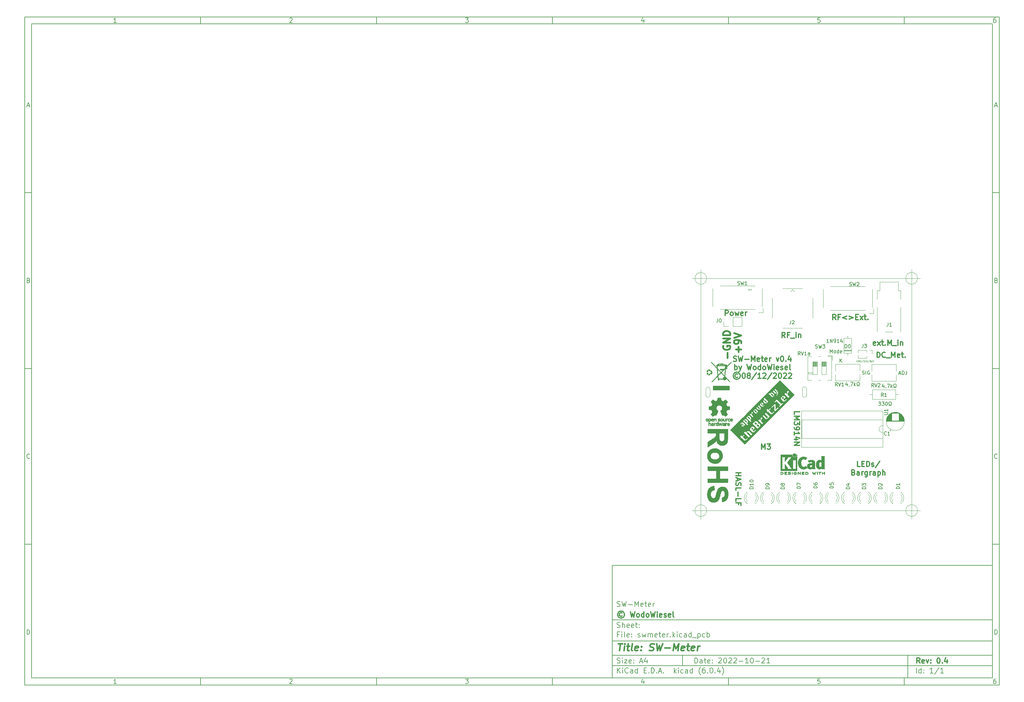
<source format=gbr>
%TF.GenerationSoftware,KiCad,Pcbnew,(6.0.4)*%
%TF.CreationDate,2022-12-16T22:00:08+01:00*%
%TF.ProjectId,swmeter,73776d65-7465-4722-9e6b-696361645f70,0.4*%
%TF.SameCoordinates,PXc0c6960PY8f71310*%
%TF.FileFunction,Legend,Top*%
%TF.FilePolarity,Positive*%
%FSLAX46Y46*%
G04 Gerber Fmt 4.6, Leading zero omitted, Abs format (unit mm)*
G04 Created by KiCad (PCBNEW (6.0.4)) date 2022-12-16 22:00:08*
%MOMM*%
%LPD*%
G01*
G04 APERTURE LIST*
%ADD10C,0.100000*%
%ADD11C,0.150000*%
%ADD12C,0.300000*%
%ADD13C,0.400000*%
%TA.AperFunction,Profile*%
%ADD14C,0.100000*%
%TD*%
%ADD15C,0.500000*%
%ADD16C,0.125000*%
%ADD17C,0.090000*%
%ADD18C,0.120000*%
%ADD19C,0.010000*%
G04 APERTURE END LIST*
D10*
D11*
X-25137800Y-15597200D02*
X-25137800Y-47597200D01*
X82862200Y-47597200D01*
X82862200Y-15597200D01*
X-25137800Y-15597200D01*
D10*
D11*
X-192140000Y140410000D02*
X-192140000Y-49597200D01*
X84862200Y-49597200D01*
X84862200Y140410000D01*
X-192140000Y140410000D01*
D10*
D11*
X-190140000Y138410000D02*
X-190140000Y-47597200D01*
X82862200Y-47597200D01*
X82862200Y138410000D01*
X-190140000Y138410000D01*
D10*
D11*
X-142140000Y138410000D02*
X-142140000Y140410000D01*
D10*
D11*
X-92140000Y138410000D02*
X-92140000Y140410000D01*
D10*
D11*
X-42140000Y138410000D02*
X-42140000Y140410000D01*
D10*
D11*
X7860000Y138410000D02*
X7860000Y140410000D01*
D10*
D11*
X57860000Y138410000D02*
X57860000Y140410000D01*
D10*
D11*
X-166074524Y138821905D02*
X-166817381Y138821905D01*
X-166445953Y138821905D02*
X-166445953Y140121905D01*
X-166569762Y139936191D01*
X-166693572Y139812381D01*
X-166817381Y139750477D01*
D10*
D11*
X-116817381Y139998096D02*
X-116755477Y140060000D01*
X-116631667Y140121905D01*
X-116322143Y140121905D01*
X-116198334Y140060000D01*
X-116136429Y139998096D01*
X-116074524Y139874286D01*
X-116074524Y139750477D01*
X-116136429Y139564762D01*
X-116879286Y138821905D01*
X-116074524Y138821905D01*
D10*
D11*
X-66879286Y140121905D02*
X-66074524Y140121905D01*
X-66507858Y139626667D01*
X-66322143Y139626667D01*
X-66198334Y139564762D01*
X-66136429Y139502858D01*
X-66074524Y139379048D01*
X-66074524Y139069524D01*
X-66136429Y138945715D01*
X-66198334Y138883810D01*
X-66322143Y138821905D01*
X-66693572Y138821905D01*
X-66817381Y138883810D01*
X-66879286Y138945715D01*
D10*
D11*
X-16198334Y139688572D02*
X-16198334Y138821905D01*
X-16507858Y140183810D02*
X-16817381Y139255239D01*
X-16012620Y139255239D01*
D10*
D11*
X33863571Y140121905D02*
X33244523Y140121905D01*
X33182619Y139502858D01*
X33244523Y139564762D01*
X33368333Y139626667D01*
X33677857Y139626667D01*
X33801666Y139564762D01*
X33863571Y139502858D01*
X33925476Y139379048D01*
X33925476Y139069524D01*
X33863571Y138945715D01*
X33801666Y138883810D01*
X33677857Y138821905D01*
X33368333Y138821905D01*
X33244523Y138883810D01*
X33182619Y138945715D01*
D10*
D11*
X83801666Y140121905D02*
X83554047Y140121905D01*
X83430238Y140060000D01*
X83368333Y139998096D01*
X83244523Y139812381D01*
X83182619Y139564762D01*
X83182619Y139069524D01*
X83244523Y138945715D01*
X83306428Y138883810D01*
X83430238Y138821905D01*
X83677857Y138821905D01*
X83801666Y138883810D01*
X83863571Y138945715D01*
X83925476Y139069524D01*
X83925476Y139379048D01*
X83863571Y139502858D01*
X83801666Y139564762D01*
X83677857Y139626667D01*
X83430238Y139626667D01*
X83306428Y139564762D01*
X83244523Y139502858D01*
X83182619Y139379048D01*
D10*
D11*
X-142140000Y-47597200D02*
X-142140000Y-49597200D01*
D10*
D11*
X-92140000Y-47597200D02*
X-92140000Y-49597200D01*
D10*
D11*
X-42140000Y-47597200D02*
X-42140000Y-49597200D01*
D10*
D11*
X7860000Y-47597200D02*
X7860000Y-49597200D01*
D10*
D11*
X57860000Y-47597200D02*
X57860000Y-49597200D01*
D10*
D11*
X-166074524Y-49185295D02*
X-166817381Y-49185295D01*
X-166445953Y-49185295D02*
X-166445953Y-47885295D01*
X-166569762Y-48071009D01*
X-166693572Y-48194819D01*
X-166817381Y-48256723D01*
D10*
D11*
X-116817381Y-48009104D02*
X-116755477Y-47947200D01*
X-116631667Y-47885295D01*
X-116322143Y-47885295D01*
X-116198334Y-47947200D01*
X-116136429Y-48009104D01*
X-116074524Y-48132914D01*
X-116074524Y-48256723D01*
X-116136429Y-48442438D01*
X-116879286Y-49185295D01*
X-116074524Y-49185295D01*
D10*
D11*
X-66879286Y-47885295D02*
X-66074524Y-47885295D01*
X-66507858Y-48380533D01*
X-66322143Y-48380533D01*
X-66198334Y-48442438D01*
X-66136429Y-48504342D01*
X-66074524Y-48628152D01*
X-66074524Y-48937676D01*
X-66136429Y-49061485D01*
X-66198334Y-49123390D01*
X-66322143Y-49185295D01*
X-66693572Y-49185295D01*
X-66817381Y-49123390D01*
X-66879286Y-49061485D01*
D10*
D11*
X-16198334Y-48318628D02*
X-16198334Y-49185295D01*
X-16507858Y-47823390D02*
X-16817381Y-48751961D01*
X-16012620Y-48751961D01*
D10*
D11*
X33863571Y-47885295D02*
X33244523Y-47885295D01*
X33182619Y-48504342D01*
X33244523Y-48442438D01*
X33368333Y-48380533D01*
X33677857Y-48380533D01*
X33801666Y-48442438D01*
X33863571Y-48504342D01*
X33925476Y-48628152D01*
X33925476Y-48937676D01*
X33863571Y-49061485D01*
X33801666Y-49123390D01*
X33677857Y-49185295D01*
X33368333Y-49185295D01*
X33244523Y-49123390D01*
X33182619Y-49061485D01*
D10*
D11*
X83801666Y-47885295D02*
X83554047Y-47885295D01*
X83430238Y-47947200D01*
X83368333Y-48009104D01*
X83244523Y-48194819D01*
X83182619Y-48442438D01*
X83182619Y-48937676D01*
X83244523Y-49061485D01*
X83306428Y-49123390D01*
X83430238Y-49185295D01*
X83677857Y-49185295D01*
X83801666Y-49123390D01*
X83863571Y-49061485D01*
X83925476Y-48937676D01*
X83925476Y-48628152D01*
X83863571Y-48504342D01*
X83801666Y-48442438D01*
X83677857Y-48380533D01*
X83430238Y-48380533D01*
X83306428Y-48442438D01*
X83244523Y-48504342D01*
X83182619Y-48628152D01*
D10*
D11*
X-192140000Y90410000D02*
X-190140000Y90410000D01*
D10*
D11*
X-192140000Y40410000D02*
X-190140000Y40410000D01*
D10*
D11*
X-192140000Y-9590000D02*
X-190140000Y-9590000D01*
D10*
D11*
X-191449524Y115193334D02*
X-190830477Y115193334D01*
X-191573334Y114821905D02*
X-191140000Y116121905D01*
X-190706667Y114821905D01*
D10*
D11*
X-191047143Y65502858D02*
X-190861429Y65440953D01*
X-190799524Y65379048D01*
X-190737620Y65255239D01*
X-190737620Y65069524D01*
X-190799524Y64945715D01*
X-190861429Y64883810D01*
X-190985239Y64821905D01*
X-191480477Y64821905D01*
X-191480477Y66121905D01*
X-191047143Y66121905D01*
X-190923334Y66060000D01*
X-190861429Y65998096D01*
X-190799524Y65874286D01*
X-190799524Y65750477D01*
X-190861429Y65626667D01*
X-190923334Y65564762D01*
X-191047143Y65502858D01*
X-191480477Y65502858D01*
D10*
D11*
X-190737620Y14945715D02*
X-190799524Y14883810D01*
X-190985239Y14821905D01*
X-191109048Y14821905D01*
X-191294762Y14883810D01*
X-191418572Y15007620D01*
X-191480477Y15131429D01*
X-191542381Y15379048D01*
X-191542381Y15564762D01*
X-191480477Y15812381D01*
X-191418572Y15936191D01*
X-191294762Y16060000D01*
X-191109048Y16121905D01*
X-190985239Y16121905D01*
X-190799524Y16060000D01*
X-190737620Y15998096D01*
D10*
D11*
X-191480477Y-35178095D02*
X-191480477Y-33878095D01*
X-191170953Y-33878095D01*
X-190985239Y-33940000D01*
X-190861429Y-34063809D01*
X-190799524Y-34187619D01*
X-190737620Y-34435238D01*
X-190737620Y-34620952D01*
X-190799524Y-34868571D01*
X-190861429Y-34992380D01*
X-190985239Y-35116190D01*
X-191170953Y-35178095D01*
X-191480477Y-35178095D01*
D10*
D11*
X84862200Y90410000D02*
X82862200Y90410000D01*
D10*
D11*
X84862200Y40410000D02*
X82862200Y40410000D01*
D10*
D11*
X84862200Y-9590000D02*
X82862200Y-9590000D01*
D10*
D11*
X83552676Y115193334D02*
X84171723Y115193334D01*
X83428866Y114821905D02*
X83862200Y116121905D01*
X84295533Y114821905D01*
D10*
D11*
X83955057Y65502858D02*
X84140771Y65440953D01*
X84202676Y65379048D01*
X84264580Y65255239D01*
X84264580Y65069524D01*
X84202676Y64945715D01*
X84140771Y64883810D01*
X84016961Y64821905D01*
X83521723Y64821905D01*
X83521723Y66121905D01*
X83955057Y66121905D01*
X84078866Y66060000D01*
X84140771Y65998096D01*
X84202676Y65874286D01*
X84202676Y65750477D01*
X84140771Y65626667D01*
X84078866Y65564762D01*
X83955057Y65502858D01*
X83521723Y65502858D01*
D10*
D11*
X84264580Y14945715D02*
X84202676Y14883810D01*
X84016961Y14821905D01*
X83893152Y14821905D01*
X83707438Y14883810D01*
X83583628Y15007620D01*
X83521723Y15131429D01*
X83459819Y15379048D01*
X83459819Y15564762D01*
X83521723Y15812381D01*
X83583628Y15936191D01*
X83707438Y16060000D01*
X83893152Y16121905D01*
X84016961Y16121905D01*
X84202676Y16060000D01*
X84264580Y15998096D01*
D10*
D11*
X83521723Y-35178095D02*
X83521723Y-33878095D01*
X83831247Y-33878095D01*
X84016961Y-33940000D01*
X84140771Y-34063809D01*
X84202676Y-34187619D01*
X84264580Y-34435238D01*
X84264580Y-34620952D01*
X84202676Y-34868571D01*
X84140771Y-34992380D01*
X84016961Y-35116190D01*
X83831247Y-35178095D01*
X83521723Y-35178095D01*
D10*
D11*
X-1705658Y-43375771D02*
X-1705658Y-41875771D01*
X-1348515Y-41875771D01*
X-1134229Y-41947200D01*
X-991372Y-42090057D01*
X-919943Y-42232914D01*
X-848515Y-42518628D01*
X-848515Y-42732914D01*
X-919943Y-43018628D01*
X-991372Y-43161485D01*
X-1134229Y-43304342D01*
X-1348515Y-43375771D01*
X-1705658Y-43375771D01*
X437200Y-43375771D02*
X437200Y-42590057D01*
X365771Y-42447200D01*
X222914Y-42375771D01*
X-62800Y-42375771D01*
X-205658Y-42447200D01*
X437200Y-43304342D02*
X294342Y-43375771D01*
X-62800Y-43375771D01*
X-205658Y-43304342D01*
X-277086Y-43161485D01*
X-277086Y-43018628D01*
X-205658Y-42875771D01*
X-62800Y-42804342D01*
X294342Y-42804342D01*
X437200Y-42732914D01*
X937200Y-42375771D02*
X1508628Y-42375771D01*
X1151485Y-41875771D02*
X1151485Y-43161485D01*
X1222914Y-43304342D01*
X1365771Y-43375771D01*
X1508628Y-43375771D01*
X2580057Y-43304342D02*
X2437200Y-43375771D01*
X2151485Y-43375771D01*
X2008628Y-43304342D01*
X1937200Y-43161485D01*
X1937200Y-42590057D01*
X2008628Y-42447200D01*
X2151485Y-42375771D01*
X2437200Y-42375771D01*
X2580057Y-42447200D01*
X2651485Y-42590057D01*
X2651485Y-42732914D01*
X1937200Y-42875771D01*
X3294342Y-43232914D02*
X3365771Y-43304342D01*
X3294342Y-43375771D01*
X3222914Y-43304342D01*
X3294342Y-43232914D01*
X3294342Y-43375771D01*
X3294342Y-42447200D02*
X3365771Y-42518628D01*
X3294342Y-42590057D01*
X3222914Y-42518628D01*
X3294342Y-42447200D01*
X3294342Y-42590057D01*
X5080057Y-42018628D02*
X5151485Y-41947200D01*
X5294342Y-41875771D01*
X5651485Y-41875771D01*
X5794342Y-41947200D01*
X5865771Y-42018628D01*
X5937200Y-42161485D01*
X5937200Y-42304342D01*
X5865771Y-42518628D01*
X5008628Y-43375771D01*
X5937200Y-43375771D01*
X6865771Y-41875771D02*
X7008628Y-41875771D01*
X7151485Y-41947200D01*
X7222914Y-42018628D01*
X7294342Y-42161485D01*
X7365771Y-42447200D01*
X7365771Y-42804342D01*
X7294342Y-43090057D01*
X7222914Y-43232914D01*
X7151485Y-43304342D01*
X7008628Y-43375771D01*
X6865771Y-43375771D01*
X6722914Y-43304342D01*
X6651485Y-43232914D01*
X6580057Y-43090057D01*
X6508628Y-42804342D01*
X6508628Y-42447200D01*
X6580057Y-42161485D01*
X6651485Y-42018628D01*
X6722914Y-41947200D01*
X6865771Y-41875771D01*
X7937200Y-42018628D02*
X8008628Y-41947200D01*
X8151485Y-41875771D01*
X8508628Y-41875771D01*
X8651485Y-41947200D01*
X8722914Y-42018628D01*
X8794342Y-42161485D01*
X8794342Y-42304342D01*
X8722914Y-42518628D01*
X7865771Y-43375771D01*
X8794342Y-43375771D01*
X9365771Y-42018628D02*
X9437200Y-41947200D01*
X9580057Y-41875771D01*
X9937200Y-41875771D01*
X10080057Y-41947200D01*
X10151485Y-42018628D01*
X10222914Y-42161485D01*
X10222914Y-42304342D01*
X10151485Y-42518628D01*
X9294342Y-43375771D01*
X10222914Y-43375771D01*
X10865771Y-42804342D02*
X12008628Y-42804342D01*
X13508628Y-43375771D02*
X12651485Y-43375771D01*
X13080057Y-43375771D02*
X13080057Y-41875771D01*
X12937200Y-42090057D01*
X12794342Y-42232914D01*
X12651485Y-42304342D01*
X14437200Y-41875771D02*
X14580057Y-41875771D01*
X14722914Y-41947200D01*
X14794342Y-42018628D01*
X14865771Y-42161485D01*
X14937200Y-42447200D01*
X14937200Y-42804342D01*
X14865771Y-43090057D01*
X14794342Y-43232914D01*
X14722914Y-43304342D01*
X14580057Y-43375771D01*
X14437200Y-43375771D01*
X14294342Y-43304342D01*
X14222914Y-43232914D01*
X14151485Y-43090057D01*
X14080057Y-42804342D01*
X14080057Y-42447200D01*
X14151485Y-42161485D01*
X14222914Y-42018628D01*
X14294342Y-41947200D01*
X14437200Y-41875771D01*
X15580057Y-42804342D02*
X16722914Y-42804342D01*
X17365771Y-42018628D02*
X17437200Y-41947200D01*
X17580057Y-41875771D01*
X17937200Y-41875771D01*
X18080057Y-41947200D01*
X18151485Y-42018628D01*
X18222914Y-42161485D01*
X18222914Y-42304342D01*
X18151485Y-42518628D01*
X17294342Y-43375771D01*
X18222914Y-43375771D01*
X19651485Y-43375771D02*
X18794342Y-43375771D01*
X19222914Y-43375771D02*
X19222914Y-41875771D01*
X19080057Y-42090057D01*
X18937200Y-42232914D01*
X18794342Y-42304342D01*
D10*
D11*
X-25137800Y-44097200D02*
X82862200Y-44097200D01*
D10*
D11*
X-23705658Y-46175771D02*
X-23705658Y-44675771D01*
X-22848515Y-46175771D02*
X-23491372Y-45318628D01*
X-22848515Y-44675771D02*
X-23705658Y-45532914D01*
X-22205658Y-46175771D02*
X-22205658Y-45175771D01*
X-22205658Y-44675771D02*
X-22277086Y-44747200D01*
X-22205658Y-44818628D01*
X-22134229Y-44747200D01*
X-22205658Y-44675771D01*
X-22205658Y-44818628D01*
X-20634229Y-46032914D02*
X-20705658Y-46104342D01*
X-20919943Y-46175771D01*
X-21062800Y-46175771D01*
X-21277086Y-46104342D01*
X-21419943Y-45961485D01*
X-21491372Y-45818628D01*
X-21562800Y-45532914D01*
X-21562800Y-45318628D01*
X-21491372Y-45032914D01*
X-21419943Y-44890057D01*
X-21277086Y-44747200D01*
X-21062800Y-44675771D01*
X-20919943Y-44675771D01*
X-20705658Y-44747200D01*
X-20634229Y-44818628D01*
X-19348515Y-46175771D02*
X-19348515Y-45390057D01*
X-19419943Y-45247200D01*
X-19562800Y-45175771D01*
X-19848515Y-45175771D01*
X-19991372Y-45247200D01*
X-19348515Y-46104342D02*
X-19491372Y-46175771D01*
X-19848515Y-46175771D01*
X-19991372Y-46104342D01*
X-20062800Y-45961485D01*
X-20062800Y-45818628D01*
X-19991372Y-45675771D01*
X-19848515Y-45604342D01*
X-19491372Y-45604342D01*
X-19348515Y-45532914D01*
X-17991372Y-46175771D02*
X-17991372Y-44675771D01*
X-17991372Y-46104342D02*
X-18134229Y-46175771D01*
X-18419943Y-46175771D01*
X-18562800Y-46104342D01*
X-18634229Y-46032914D01*
X-18705658Y-45890057D01*
X-18705658Y-45461485D01*
X-18634229Y-45318628D01*
X-18562800Y-45247200D01*
X-18419943Y-45175771D01*
X-18134229Y-45175771D01*
X-17991372Y-45247200D01*
X-16134229Y-45390057D02*
X-15634229Y-45390057D01*
X-15419943Y-46175771D02*
X-16134229Y-46175771D01*
X-16134229Y-44675771D01*
X-15419943Y-44675771D01*
X-14777086Y-46032914D02*
X-14705658Y-46104342D01*
X-14777086Y-46175771D01*
X-14848515Y-46104342D01*
X-14777086Y-46032914D01*
X-14777086Y-46175771D01*
X-14062800Y-46175771D02*
X-14062800Y-44675771D01*
X-13705658Y-44675771D01*
X-13491372Y-44747200D01*
X-13348515Y-44890057D01*
X-13277086Y-45032914D01*
X-13205658Y-45318628D01*
X-13205658Y-45532914D01*
X-13277086Y-45818628D01*
X-13348515Y-45961485D01*
X-13491372Y-46104342D01*
X-13705658Y-46175771D01*
X-14062800Y-46175771D01*
X-12562800Y-46032914D02*
X-12491372Y-46104342D01*
X-12562800Y-46175771D01*
X-12634229Y-46104342D01*
X-12562800Y-46032914D01*
X-12562800Y-46175771D01*
X-11919943Y-45747200D02*
X-11205658Y-45747200D01*
X-12062800Y-46175771D02*
X-11562800Y-44675771D01*
X-11062800Y-46175771D01*
X-10562800Y-46032914D02*
X-10491372Y-46104342D01*
X-10562800Y-46175771D01*
X-10634229Y-46104342D01*
X-10562800Y-46032914D01*
X-10562800Y-46175771D01*
X-7562800Y-46175771D02*
X-7562800Y-44675771D01*
X-7419943Y-45604342D02*
X-6991372Y-46175771D01*
X-6991372Y-45175771D02*
X-7562800Y-45747200D01*
X-6348515Y-46175771D02*
X-6348515Y-45175771D01*
X-6348515Y-44675771D02*
X-6419943Y-44747200D01*
X-6348515Y-44818628D01*
X-6277086Y-44747200D01*
X-6348515Y-44675771D01*
X-6348515Y-44818628D01*
X-4991372Y-46104342D02*
X-5134229Y-46175771D01*
X-5419943Y-46175771D01*
X-5562800Y-46104342D01*
X-5634229Y-46032914D01*
X-5705658Y-45890057D01*
X-5705658Y-45461485D01*
X-5634229Y-45318628D01*
X-5562800Y-45247200D01*
X-5419943Y-45175771D01*
X-5134229Y-45175771D01*
X-4991372Y-45247200D01*
X-3705658Y-46175771D02*
X-3705658Y-45390057D01*
X-3777086Y-45247200D01*
X-3919943Y-45175771D01*
X-4205658Y-45175771D01*
X-4348515Y-45247200D01*
X-3705658Y-46104342D02*
X-3848515Y-46175771D01*
X-4205658Y-46175771D01*
X-4348515Y-46104342D01*
X-4419943Y-45961485D01*
X-4419943Y-45818628D01*
X-4348515Y-45675771D01*
X-4205658Y-45604342D01*
X-3848515Y-45604342D01*
X-3705658Y-45532914D01*
X-2348515Y-46175771D02*
X-2348515Y-44675771D01*
X-2348515Y-46104342D02*
X-2491372Y-46175771D01*
X-2777086Y-46175771D01*
X-2919943Y-46104342D01*
X-2991372Y-46032914D01*
X-3062800Y-45890057D01*
X-3062800Y-45461485D01*
X-2991372Y-45318628D01*
X-2919943Y-45247200D01*
X-2777086Y-45175771D01*
X-2491372Y-45175771D01*
X-2348515Y-45247200D01*
X-62800Y-46747200D02*
X-134229Y-46675771D01*
X-277086Y-46461485D01*
X-348515Y-46318628D01*
X-419943Y-46104342D01*
X-491372Y-45747200D01*
X-491372Y-45461485D01*
X-419943Y-45104342D01*
X-348515Y-44890057D01*
X-277086Y-44747200D01*
X-134229Y-44532914D01*
X-62800Y-44461485D01*
X1151485Y-44675771D02*
X865771Y-44675771D01*
X722914Y-44747200D01*
X651485Y-44818628D01*
X508628Y-45032914D01*
X437200Y-45318628D01*
X437200Y-45890057D01*
X508628Y-46032914D01*
X580057Y-46104342D01*
X722914Y-46175771D01*
X1008628Y-46175771D01*
X1151485Y-46104342D01*
X1222914Y-46032914D01*
X1294342Y-45890057D01*
X1294342Y-45532914D01*
X1222914Y-45390057D01*
X1151485Y-45318628D01*
X1008628Y-45247200D01*
X722914Y-45247200D01*
X580057Y-45318628D01*
X508628Y-45390057D01*
X437200Y-45532914D01*
X1937200Y-46032914D02*
X2008628Y-46104342D01*
X1937200Y-46175771D01*
X1865771Y-46104342D01*
X1937200Y-46032914D01*
X1937200Y-46175771D01*
X2937200Y-44675771D02*
X3080057Y-44675771D01*
X3222914Y-44747200D01*
X3294342Y-44818628D01*
X3365771Y-44961485D01*
X3437200Y-45247200D01*
X3437200Y-45604342D01*
X3365771Y-45890057D01*
X3294342Y-46032914D01*
X3222914Y-46104342D01*
X3080057Y-46175771D01*
X2937200Y-46175771D01*
X2794342Y-46104342D01*
X2722914Y-46032914D01*
X2651485Y-45890057D01*
X2580057Y-45604342D01*
X2580057Y-45247200D01*
X2651485Y-44961485D01*
X2722914Y-44818628D01*
X2794342Y-44747200D01*
X2937200Y-44675771D01*
X4080057Y-46032914D02*
X4151485Y-46104342D01*
X4080057Y-46175771D01*
X4008628Y-46104342D01*
X4080057Y-46032914D01*
X4080057Y-46175771D01*
X5437200Y-45175771D02*
X5437200Y-46175771D01*
X5080057Y-44604342D02*
X4722914Y-45675771D01*
X5651485Y-45675771D01*
X6080057Y-46747200D02*
X6151485Y-46675771D01*
X6294342Y-46461485D01*
X6365771Y-46318628D01*
X6437200Y-46104342D01*
X6508628Y-45747200D01*
X6508628Y-45461485D01*
X6437200Y-45104342D01*
X6365771Y-44890057D01*
X6294342Y-44747200D01*
X6151485Y-44532914D01*
X6080057Y-44461485D01*
D10*
D11*
X-25137800Y-41097200D02*
X82862200Y-41097200D01*
D10*
D12*
X62271485Y-43375771D02*
X61771485Y-42661485D01*
X61414342Y-43375771D02*
X61414342Y-41875771D01*
X61985771Y-41875771D01*
X62128628Y-41947200D01*
X62200057Y-42018628D01*
X62271485Y-42161485D01*
X62271485Y-42375771D01*
X62200057Y-42518628D01*
X62128628Y-42590057D01*
X61985771Y-42661485D01*
X61414342Y-42661485D01*
X63485771Y-43304342D02*
X63342914Y-43375771D01*
X63057200Y-43375771D01*
X62914342Y-43304342D01*
X62842914Y-43161485D01*
X62842914Y-42590057D01*
X62914342Y-42447200D01*
X63057200Y-42375771D01*
X63342914Y-42375771D01*
X63485771Y-42447200D01*
X63557200Y-42590057D01*
X63557200Y-42732914D01*
X62842914Y-42875771D01*
X64057200Y-42375771D02*
X64414342Y-43375771D01*
X64771485Y-42375771D01*
X65342914Y-43232914D02*
X65414342Y-43304342D01*
X65342914Y-43375771D01*
X65271485Y-43304342D01*
X65342914Y-43232914D01*
X65342914Y-43375771D01*
X65342914Y-42447200D02*
X65414342Y-42518628D01*
X65342914Y-42590057D01*
X65271485Y-42518628D01*
X65342914Y-42447200D01*
X65342914Y-42590057D01*
X67485771Y-41875771D02*
X67628628Y-41875771D01*
X67771485Y-41947200D01*
X67842914Y-42018628D01*
X67914342Y-42161485D01*
X67985771Y-42447200D01*
X67985771Y-42804342D01*
X67914342Y-43090057D01*
X67842914Y-43232914D01*
X67771485Y-43304342D01*
X67628628Y-43375771D01*
X67485771Y-43375771D01*
X67342914Y-43304342D01*
X67271485Y-43232914D01*
X67200057Y-43090057D01*
X67128628Y-42804342D01*
X67128628Y-42447200D01*
X67200057Y-42161485D01*
X67271485Y-42018628D01*
X67342914Y-41947200D01*
X67485771Y-41875771D01*
X68628628Y-43232914D02*
X68700057Y-43304342D01*
X68628628Y-43375771D01*
X68557200Y-43304342D01*
X68628628Y-43232914D01*
X68628628Y-43375771D01*
X69985771Y-42375771D02*
X69985771Y-43375771D01*
X69628628Y-41804342D02*
X69271485Y-42875771D01*
X70200057Y-42875771D01*
D10*
D11*
X-23777086Y-43304342D02*
X-23562800Y-43375771D01*
X-23205658Y-43375771D01*
X-23062800Y-43304342D01*
X-22991372Y-43232914D01*
X-22919943Y-43090057D01*
X-22919943Y-42947200D01*
X-22991372Y-42804342D01*
X-23062800Y-42732914D01*
X-23205658Y-42661485D01*
X-23491372Y-42590057D01*
X-23634229Y-42518628D01*
X-23705658Y-42447200D01*
X-23777086Y-42304342D01*
X-23777086Y-42161485D01*
X-23705658Y-42018628D01*
X-23634229Y-41947200D01*
X-23491372Y-41875771D01*
X-23134229Y-41875771D01*
X-22919943Y-41947200D01*
X-22277086Y-43375771D02*
X-22277086Y-42375771D01*
X-22277086Y-41875771D02*
X-22348515Y-41947200D01*
X-22277086Y-42018628D01*
X-22205658Y-41947200D01*
X-22277086Y-41875771D01*
X-22277086Y-42018628D01*
X-21705658Y-42375771D02*
X-20919943Y-42375771D01*
X-21705658Y-43375771D01*
X-20919943Y-43375771D01*
X-19777086Y-43304342D02*
X-19919943Y-43375771D01*
X-20205658Y-43375771D01*
X-20348515Y-43304342D01*
X-20419943Y-43161485D01*
X-20419943Y-42590057D01*
X-20348515Y-42447200D01*
X-20205658Y-42375771D01*
X-19919943Y-42375771D01*
X-19777086Y-42447200D01*
X-19705658Y-42590057D01*
X-19705658Y-42732914D01*
X-20419943Y-42875771D01*
X-19062800Y-43232914D02*
X-18991372Y-43304342D01*
X-19062800Y-43375771D01*
X-19134229Y-43304342D01*
X-19062800Y-43232914D01*
X-19062800Y-43375771D01*
X-19062800Y-42447200D02*
X-18991372Y-42518628D01*
X-19062800Y-42590057D01*
X-19134229Y-42518628D01*
X-19062800Y-42447200D01*
X-19062800Y-42590057D01*
X-17277086Y-42947200D02*
X-16562800Y-42947200D01*
X-17419943Y-43375771D02*
X-16919943Y-41875771D01*
X-16419943Y-43375771D01*
X-15277086Y-42375771D02*
X-15277086Y-43375771D01*
X-15634229Y-41804342D02*
X-15991372Y-42875771D01*
X-15062800Y-42875771D01*
D10*
D11*
X61294342Y-46175771D02*
X61294342Y-44675771D01*
X62651485Y-46175771D02*
X62651485Y-44675771D01*
X62651485Y-46104342D02*
X62508628Y-46175771D01*
X62222914Y-46175771D01*
X62080057Y-46104342D01*
X62008628Y-46032914D01*
X61937200Y-45890057D01*
X61937200Y-45461485D01*
X62008628Y-45318628D01*
X62080057Y-45247200D01*
X62222914Y-45175771D01*
X62508628Y-45175771D01*
X62651485Y-45247200D01*
X63365771Y-46032914D02*
X63437200Y-46104342D01*
X63365771Y-46175771D01*
X63294342Y-46104342D01*
X63365771Y-46032914D01*
X63365771Y-46175771D01*
X63365771Y-45247200D02*
X63437200Y-45318628D01*
X63365771Y-45390057D01*
X63294342Y-45318628D01*
X63365771Y-45247200D01*
X63365771Y-45390057D01*
X66008628Y-46175771D02*
X65151485Y-46175771D01*
X65580057Y-46175771D02*
X65580057Y-44675771D01*
X65437200Y-44890057D01*
X65294342Y-45032914D01*
X65151485Y-45104342D01*
X67722914Y-44604342D02*
X66437200Y-46532914D01*
X69008628Y-46175771D02*
X68151485Y-46175771D01*
X68580057Y-46175771D02*
X68580057Y-44675771D01*
X68437200Y-44890057D01*
X68294342Y-45032914D01*
X68151485Y-45104342D01*
D10*
D11*
X-25137800Y-37097200D02*
X82862200Y-37097200D01*
D10*
D13*
X-23425420Y-37801961D02*
X-22282562Y-37801961D01*
X-23103991Y-39801961D02*
X-22853991Y-37801961D01*
X-21865896Y-39801961D02*
X-21699229Y-38468628D01*
X-21615896Y-37801961D02*
X-21723039Y-37897200D01*
X-21639705Y-37992438D01*
X-21532562Y-37897200D01*
X-21615896Y-37801961D01*
X-21639705Y-37992438D01*
X-21032562Y-38468628D02*
X-20270658Y-38468628D01*
X-20663515Y-37801961D02*
X-20877800Y-39516247D01*
X-20806372Y-39706723D01*
X-20627800Y-39801961D01*
X-20437324Y-39801961D01*
X-19484943Y-39801961D02*
X-19663515Y-39706723D01*
X-19734943Y-39516247D01*
X-19520658Y-37801961D01*
X-17949229Y-39706723D02*
X-18151610Y-39801961D01*
X-18532562Y-39801961D01*
X-18711134Y-39706723D01*
X-18782562Y-39516247D01*
X-18687324Y-38754342D01*
X-18568277Y-38563866D01*
X-18365896Y-38468628D01*
X-17984943Y-38468628D01*
X-17806372Y-38563866D01*
X-17734943Y-38754342D01*
X-17758753Y-38944819D01*
X-18734943Y-39135295D01*
X-16984943Y-39611485D02*
X-16901610Y-39706723D01*
X-17008753Y-39801961D01*
X-17092086Y-39706723D01*
X-16984943Y-39611485D01*
X-17008753Y-39801961D01*
X-16853991Y-38563866D02*
X-16770658Y-38659104D01*
X-16877800Y-38754342D01*
X-16961134Y-38659104D01*
X-16853991Y-38563866D01*
X-16877800Y-38754342D01*
X-14615896Y-39706723D02*
X-14342086Y-39801961D01*
X-13865896Y-39801961D01*
X-13663515Y-39706723D01*
X-13556372Y-39611485D01*
X-13437324Y-39421009D01*
X-13413515Y-39230533D01*
X-13484943Y-39040057D01*
X-13568277Y-38944819D01*
X-13746848Y-38849580D01*
X-14115896Y-38754342D01*
X-14294467Y-38659104D01*
X-14377800Y-38563866D01*
X-14449229Y-38373390D01*
X-14425420Y-38182914D01*
X-14306372Y-37992438D01*
X-14199229Y-37897200D01*
X-13996848Y-37801961D01*
X-13520658Y-37801961D01*
X-13246848Y-37897200D01*
X-12568277Y-37801961D02*
X-12342086Y-39801961D01*
X-11782562Y-38373390D01*
X-11580181Y-39801961D01*
X-10853991Y-37801961D01*
X-10246848Y-39040057D02*
X-8723039Y-39040057D01*
X-7865896Y-39801961D02*
X-7615896Y-37801961D01*
X-7127800Y-39230533D01*
X-6282562Y-37801961D01*
X-6532562Y-39801961D01*
X-4806372Y-39706723D02*
X-5008753Y-39801961D01*
X-5389705Y-39801961D01*
X-5568277Y-39706723D01*
X-5639705Y-39516247D01*
X-5544467Y-38754342D01*
X-5425420Y-38563866D01*
X-5223039Y-38468628D01*
X-4842086Y-38468628D01*
X-4663515Y-38563866D01*
X-4592086Y-38754342D01*
X-4615896Y-38944819D01*
X-5592086Y-39135295D01*
X-3984943Y-38468628D02*
X-3223039Y-38468628D01*
X-3615896Y-37801961D02*
X-3830181Y-39516247D01*
X-3758753Y-39706723D01*
X-3580181Y-39801961D01*
X-3389705Y-39801961D01*
X-1949229Y-39706723D02*
X-2151610Y-39801961D01*
X-2532562Y-39801961D01*
X-2711134Y-39706723D01*
X-2782562Y-39516247D01*
X-2687324Y-38754342D01*
X-2568277Y-38563866D01*
X-2365896Y-38468628D01*
X-1984943Y-38468628D01*
X-1806372Y-38563866D01*
X-1734943Y-38754342D01*
X-1758753Y-38944819D01*
X-2734943Y-39135295D01*
X-1008753Y-39801961D02*
X-842086Y-38468628D01*
X-889705Y-38849580D02*
X-770658Y-38659104D01*
X-663515Y-38563866D01*
X-461134Y-38468628D01*
X-270658Y-38468628D01*
D10*
D11*
X-23205658Y-35190057D02*
X-23705658Y-35190057D01*
X-23705658Y-35975771D02*
X-23705658Y-34475771D01*
X-22991372Y-34475771D01*
X-22419943Y-35975771D02*
X-22419943Y-34975771D01*
X-22419943Y-34475771D02*
X-22491372Y-34547200D01*
X-22419943Y-34618628D01*
X-22348515Y-34547200D01*
X-22419943Y-34475771D01*
X-22419943Y-34618628D01*
X-21491372Y-35975771D02*
X-21634229Y-35904342D01*
X-21705658Y-35761485D01*
X-21705658Y-34475771D01*
X-20348515Y-35904342D02*
X-20491372Y-35975771D01*
X-20777086Y-35975771D01*
X-20919943Y-35904342D01*
X-20991372Y-35761485D01*
X-20991372Y-35190057D01*
X-20919943Y-35047200D01*
X-20777086Y-34975771D01*
X-20491372Y-34975771D01*
X-20348515Y-35047200D01*
X-20277086Y-35190057D01*
X-20277086Y-35332914D01*
X-20991372Y-35475771D01*
X-19634229Y-35832914D02*
X-19562800Y-35904342D01*
X-19634229Y-35975771D01*
X-19705658Y-35904342D01*
X-19634229Y-35832914D01*
X-19634229Y-35975771D01*
X-19634229Y-35047200D02*
X-19562800Y-35118628D01*
X-19634229Y-35190057D01*
X-19705658Y-35118628D01*
X-19634229Y-35047200D01*
X-19634229Y-35190057D01*
X-17848515Y-35904342D02*
X-17705658Y-35975771D01*
X-17419943Y-35975771D01*
X-17277086Y-35904342D01*
X-17205658Y-35761485D01*
X-17205658Y-35690057D01*
X-17277086Y-35547200D01*
X-17419943Y-35475771D01*
X-17634229Y-35475771D01*
X-17777086Y-35404342D01*
X-17848515Y-35261485D01*
X-17848515Y-35190057D01*
X-17777086Y-35047200D01*
X-17634229Y-34975771D01*
X-17419943Y-34975771D01*
X-17277086Y-35047200D01*
X-16705658Y-34975771D02*
X-16419943Y-35975771D01*
X-16134229Y-35261485D01*
X-15848515Y-35975771D01*
X-15562800Y-34975771D01*
X-14991372Y-35975771D02*
X-14991372Y-34975771D01*
X-14991372Y-35118628D02*
X-14919943Y-35047200D01*
X-14777086Y-34975771D01*
X-14562800Y-34975771D01*
X-14419943Y-35047200D01*
X-14348515Y-35190057D01*
X-14348515Y-35975771D01*
X-14348515Y-35190057D02*
X-14277086Y-35047200D01*
X-14134229Y-34975771D01*
X-13919943Y-34975771D01*
X-13777086Y-35047200D01*
X-13705658Y-35190057D01*
X-13705658Y-35975771D01*
X-12419943Y-35904342D02*
X-12562800Y-35975771D01*
X-12848515Y-35975771D01*
X-12991372Y-35904342D01*
X-13062800Y-35761485D01*
X-13062800Y-35190057D01*
X-12991372Y-35047200D01*
X-12848515Y-34975771D01*
X-12562800Y-34975771D01*
X-12419943Y-35047200D01*
X-12348515Y-35190057D01*
X-12348515Y-35332914D01*
X-13062800Y-35475771D01*
X-11919943Y-34975771D02*
X-11348515Y-34975771D01*
X-11705658Y-34475771D02*
X-11705658Y-35761485D01*
X-11634229Y-35904342D01*
X-11491372Y-35975771D01*
X-11348515Y-35975771D01*
X-10277086Y-35904342D02*
X-10419943Y-35975771D01*
X-10705658Y-35975771D01*
X-10848515Y-35904342D01*
X-10919943Y-35761485D01*
X-10919943Y-35190057D01*
X-10848515Y-35047200D01*
X-10705658Y-34975771D01*
X-10419943Y-34975771D01*
X-10277086Y-35047200D01*
X-10205658Y-35190057D01*
X-10205658Y-35332914D01*
X-10919943Y-35475771D01*
X-9562800Y-35975771D02*
X-9562800Y-34975771D01*
X-9562800Y-35261485D02*
X-9491372Y-35118628D01*
X-9419943Y-35047200D01*
X-9277086Y-34975771D01*
X-9134229Y-34975771D01*
X-8634229Y-35832914D02*
X-8562800Y-35904342D01*
X-8634229Y-35975771D01*
X-8705658Y-35904342D01*
X-8634229Y-35832914D01*
X-8634229Y-35975771D01*
X-7919943Y-35975771D02*
X-7919943Y-34475771D01*
X-7777086Y-35404342D02*
X-7348515Y-35975771D01*
X-7348515Y-34975771D02*
X-7919943Y-35547200D01*
X-6705658Y-35975771D02*
X-6705658Y-34975771D01*
X-6705658Y-34475771D02*
X-6777086Y-34547200D01*
X-6705658Y-34618628D01*
X-6634229Y-34547200D01*
X-6705658Y-34475771D01*
X-6705658Y-34618628D01*
X-5348515Y-35904342D02*
X-5491372Y-35975771D01*
X-5777086Y-35975771D01*
X-5919943Y-35904342D01*
X-5991372Y-35832914D01*
X-6062800Y-35690057D01*
X-6062800Y-35261485D01*
X-5991372Y-35118628D01*
X-5919943Y-35047200D01*
X-5777086Y-34975771D01*
X-5491372Y-34975771D01*
X-5348515Y-35047200D01*
X-4062800Y-35975771D02*
X-4062800Y-35190057D01*
X-4134229Y-35047200D01*
X-4277086Y-34975771D01*
X-4562800Y-34975771D01*
X-4705658Y-35047200D01*
X-4062800Y-35904342D02*
X-4205658Y-35975771D01*
X-4562800Y-35975771D01*
X-4705658Y-35904342D01*
X-4777086Y-35761485D01*
X-4777086Y-35618628D01*
X-4705658Y-35475771D01*
X-4562800Y-35404342D01*
X-4205658Y-35404342D01*
X-4062800Y-35332914D01*
X-2705658Y-35975771D02*
X-2705658Y-34475771D01*
X-2705658Y-35904342D02*
X-2848515Y-35975771D01*
X-3134229Y-35975771D01*
X-3277086Y-35904342D01*
X-3348515Y-35832914D01*
X-3419943Y-35690057D01*
X-3419943Y-35261485D01*
X-3348515Y-35118628D01*
X-3277086Y-35047200D01*
X-3134229Y-34975771D01*
X-2848515Y-34975771D01*
X-2705658Y-35047200D01*
X-2348515Y-36118628D02*
X-1205658Y-36118628D01*
X-848515Y-34975771D02*
X-848515Y-36475771D01*
X-848515Y-35047200D02*
X-705658Y-34975771D01*
X-419943Y-34975771D01*
X-277086Y-35047200D01*
X-205658Y-35118628D01*
X-134229Y-35261485D01*
X-134229Y-35690057D01*
X-205658Y-35832914D01*
X-277086Y-35904342D01*
X-419943Y-35975771D01*
X-705658Y-35975771D01*
X-848515Y-35904342D01*
X1151485Y-35904342D02*
X1008628Y-35975771D01*
X722914Y-35975771D01*
X580057Y-35904342D01*
X508628Y-35832914D01*
X437200Y-35690057D01*
X437200Y-35261485D01*
X508628Y-35118628D01*
X580057Y-35047200D01*
X722914Y-34975771D01*
X1008628Y-34975771D01*
X1151485Y-35047200D01*
X1794342Y-35975771D02*
X1794342Y-34475771D01*
X1794342Y-35047200D02*
X1937200Y-34975771D01*
X2222914Y-34975771D01*
X2365771Y-35047200D01*
X2437200Y-35118628D01*
X2508628Y-35261485D01*
X2508628Y-35690057D01*
X2437200Y-35832914D01*
X2365771Y-35904342D01*
X2222914Y-35975771D01*
X1937200Y-35975771D01*
X1794342Y-35904342D01*
D10*
D11*
X-25137800Y-31097200D02*
X82862200Y-31097200D01*
D10*
D11*
X-23777086Y-33204342D02*
X-23562800Y-33275771D01*
X-23205658Y-33275771D01*
X-23062800Y-33204342D01*
X-22991372Y-33132914D01*
X-22919943Y-32990057D01*
X-22919943Y-32847200D01*
X-22991372Y-32704342D01*
X-23062800Y-32632914D01*
X-23205658Y-32561485D01*
X-23491372Y-32490057D01*
X-23634229Y-32418628D01*
X-23705658Y-32347200D01*
X-23777086Y-32204342D01*
X-23777086Y-32061485D01*
X-23705658Y-31918628D01*
X-23634229Y-31847200D01*
X-23491372Y-31775771D01*
X-23134229Y-31775771D01*
X-22919943Y-31847200D01*
X-22277086Y-33275771D02*
X-22277086Y-31775771D01*
X-21634229Y-33275771D02*
X-21634229Y-32490057D01*
X-21705658Y-32347200D01*
X-21848515Y-32275771D01*
X-22062800Y-32275771D01*
X-22205658Y-32347200D01*
X-22277086Y-32418628D01*
X-20348515Y-33204342D02*
X-20491372Y-33275771D01*
X-20777086Y-33275771D01*
X-20919943Y-33204342D01*
X-20991372Y-33061485D01*
X-20991372Y-32490057D01*
X-20919943Y-32347200D01*
X-20777086Y-32275771D01*
X-20491372Y-32275771D01*
X-20348515Y-32347200D01*
X-20277086Y-32490057D01*
X-20277086Y-32632914D01*
X-20991372Y-32775771D01*
X-19062800Y-33204342D02*
X-19205658Y-33275771D01*
X-19491372Y-33275771D01*
X-19634229Y-33204342D01*
X-19705658Y-33061485D01*
X-19705658Y-32490057D01*
X-19634229Y-32347200D01*
X-19491372Y-32275771D01*
X-19205658Y-32275771D01*
X-19062800Y-32347200D01*
X-18991372Y-32490057D01*
X-18991372Y-32632914D01*
X-19705658Y-32775771D01*
X-18562800Y-32275771D02*
X-17991372Y-32275771D01*
X-18348515Y-31775771D02*
X-18348515Y-33061485D01*
X-18277086Y-33204342D01*
X-18134229Y-33275771D01*
X-17991372Y-33275771D01*
X-17491372Y-33132914D02*
X-17419943Y-33204342D01*
X-17491372Y-33275771D01*
X-17562800Y-33204342D01*
X-17491372Y-33132914D01*
X-17491372Y-33275771D01*
X-17491372Y-32347200D02*
X-17419943Y-32418628D01*
X-17491372Y-32490057D01*
X-17562800Y-32418628D01*
X-17491372Y-32347200D01*
X-17491372Y-32490057D01*
D10*
D12*
X-22371372Y-29132914D02*
X-22514229Y-29061485D01*
X-22799943Y-29061485D01*
X-22942800Y-29132914D01*
X-23085658Y-29275771D01*
X-23157086Y-29418628D01*
X-23157086Y-29704342D01*
X-23085658Y-29847200D01*
X-22942800Y-29990057D01*
X-22799943Y-30061485D01*
X-22514229Y-30061485D01*
X-22371372Y-29990057D01*
X-22657086Y-28561485D02*
X-23014229Y-28632914D01*
X-23371372Y-28847200D01*
X-23585658Y-29204342D01*
X-23657086Y-29561485D01*
X-23585658Y-29918628D01*
X-23371372Y-30275771D01*
X-23014229Y-30490057D01*
X-22657086Y-30561485D01*
X-22299943Y-30490057D01*
X-21942800Y-30275771D01*
X-21728515Y-29918628D01*
X-21657086Y-29561485D01*
X-21728515Y-29204342D01*
X-21942800Y-28847200D01*
X-22299943Y-28632914D01*
X-22657086Y-28561485D01*
X-20014229Y-28775771D02*
X-19657086Y-30275771D01*
X-19371372Y-29204342D01*
X-19085658Y-30275771D01*
X-18728515Y-28775771D01*
X-17942800Y-30275771D02*
X-18085658Y-30204342D01*
X-18157086Y-30132914D01*
X-18228515Y-29990057D01*
X-18228515Y-29561485D01*
X-18157086Y-29418628D01*
X-18085658Y-29347200D01*
X-17942800Y-29275771D01*
X-17728515Y-29275771D01*
X-17585658Y-29347200D01*
X-17514229Y-29418628D01*
X-17442800Y-29561485D01*
X-17442800Y-29990057D01*
X-17514229Y-30132914D01*
X-17585658Y-30204342D01*
X-17728515Y-30275771D01*
X-17942800Y-30275771D01*
X-16157086Y-30275771D02*
X-16157086Y-28775771D01*
X-16157086Y-30204342D02*
X-16299943Y-30275771D01*
X-16585658Y-30275771D01*
X-16728515Y-30204342D01*
X-16799943Y-30132914D01*
X-16871372Y-29990057D01*
X-16871372Y-29561485D01*
X-16799943Y-29418628D01*
X-16728515Y-29347200D01*
X-16585658Y-29275771D01*
X-16299943Y-29275771D01*
X-16157086Y-29347200D01*
X-15228515Y-30275771D02*
X-15371372Y-30204342D01*
X-15442800Y-30132914D01*
X-15514229Y-29990057D01*
X-15514229Y-29561485D01*
X-15442800Y-29418628D01*
X-15371372Y-29347200D01*
X-15228515Y-29275771D01*
X-15014229Y-29275771D01*
X-14871372Y-29347200D01*
X-14799943Y-29418628D01*
X-14728515Y-29561485D01*
X-14728515Y-29990057D01*
X-14799943Y-30132914D01*
X-14871372Y-30204342D01*
X-15014229Y-30275771D01*
X-15228515Y-30275771D01*
X-14228515Y-28775771D02*
X-13871372Y-30275771D01*
X-13585658Y-29204342D01*
X-13299943Y-30275771D01*
X-12942800Y-28775771D01*
X-12371372Y-30275771D02*
X-12371372Y-29275771D01*
X-12371372Y-28775771D02*
X-12442800Y-28847200D01*
X-12371372Y-28918628D01*
X-12299943Y-28847200D01*
X-12371372Y-28775771D01*
X-12371372Y-28918628D01*
X-11085658Y-30204342D02*
X-11228515Y-30275771D01*
X-11514229Y-30275771D01*
X-11657086Y-30204342D01*
X-11728515Y-30061485D01*
X-11728515Y-29490057D01*
X-11657086Y-29347200D01*
X-11514229Y-29275771D01*
X-11228515Y-29275771D01*
X-11085658Y-29347200D01*
X-11014229Y-29490057D01*
X-11014229Y-29632914D01*
X-11728515Y-29775771D01*
X-10442800Y-30204342D02*
X-10299943Y-30275771D01*
X-10014229Y-30275771D01*
X-9871372Y-30204342D01*
X-9799943Y-30061485D01*
X-9799943Y-29990057D01*
X-9871372Y-29847200D01*
X-10014229Y-29775771D01*
X-10228515Y-29775771D01*
X-10371372Y-29704342D01*
X-10442800Y-29561485D01*
X-10442800Y-29490057D01*
X-10371372Y-29347200D01*
X-10228515Y-29275771D01*
X-10014229Y-29275771D01*
X-9871372Y-29347200D01*
X-8585658Y-30204342D02*
X-8728515Y-30275771D01*
X-9014229Y-30275771D01*
X-9157086Y-30204342D01*
X-9228515Y-30061485D01*
X-9228515Y-29490057D01*
X-9157086Y-29347200D01*
X-9014229Y-29275771D01*
X-8728515Y-29275771D01*
X-8585658Y-29347200D01*
X-8514229Y-29490057D01*
X-8514229Y-29632914D01*
X-9228515Y-29775771D01*
X-7657086Y-30275771D02*
X-7799943Y-30204342D01*
X-7871372Y-30061485D01*
X-7871372Y-28775771D01*
D10*
D11*
X-23777086Y-27204342D02*
X-23562800Y-27275771D01*
X-23205658Y-27275771D01*
X-23062800Y-27204342D01*
X-22991372Y-27132914D01*
X-22919943Y-26990057D01*
X-22919943Y-26847200D01*
X-22991372Y-26704342D01*
X-23062800Y-26632914D01*
X-23205658Y-26561485D01*
X-23491372Y-26490057D01*
X-23634229Y-26418628D01*
X-23705658Y-26347200D01*
X-23777086Y-26204342D01*
X-23777086Y-26061485D01*
X-23705658Y-25918628D01*
X-23634229Y-25847200D01*
X-23491372Y-25775771D01*
X-23134229Y-25775771D01*
X-22919943Y-25847200D01*
X-22419943Y-25775771D02*
X-22062800Y-27275771D01*
X-21777086Y-26204342D01*
X-21491372Y-27275771D01*
X-21134229Y-25775771D01*
X-20562800Y-26704342D02*
X-19419943Y-26704342D01*
X-18705658Y-27275771D02*
X-18705658Y-25775771D01*
X-18205658Y-26847200D01*
X-17705658Y-25775771D01*
X-17705658Y-27275771D01*
X-16419943Y-27204342D02*
X-16562800Y-27275771D01*
X-16848515Y-27275771D01*
X-16991372Y-27204342D01*
X-17062800Y-27061485D01*
X-17062800Y-26490057D01*
X-16991372Y-26347200D01*
X-16848515Y-26275771D01*
X-16562800Y-26275771D01*
X-16419943Y-26347200D01*
X-16348515Y-26490057D01*
X-16348515Y-26632914D01*
X-17062800Y-26775771D01*
X-15919943Y-26275771D02*
X-15348515Y-26275771D01*
X-15705658Y-25775771D02*
X-15705658Y-27061485D01*
X-15634229Y-27204342D01*
X-15491372Y-27275771D01*
X-15348515Y-27275771D01*
X-14277086Y-27204342D02*
X-14419943Y-27275771D01*
X-14705658Y-27275771D01*
X-14848515Y-27204342D01*
X-14919943Y-27061485D01*
X-14919943Y-26490057D01*
X-14848515Y-26347200D01*
X-14705658Y-26275771D01*
X-14419943Y-26275771D01*
X-14277086Y-26347200D01*
X-14205658Y-26490057D01*
X-14205658Y-26632914D01*
X-14919943Y-26775771D01*
X-13562800Y-27275771D02*
X-13562800Y-26275771D01*
X-13562800Y-26561485D02*
X-13491372Y-26418628D01*
X-13419943Y-26347200D01*
X-13277086Y-26275771D01*
X-13134229Y-26275771D01*
D10*
D11*
D10*
D11*
D10*
D11*
D10*
D11*
X-5137800Y-41097200D02*
X-5137800Y-44097200D01*
D10*
D11*
X58862200Y-41097200D02*
X58862200Y-47597200D01*
D14*
X30060000Y34610000D02*
G75*
G03*
X28860000Y34610000I-600000J0D01*
G01*
X59970000Y66020000D02*
X0Y66020000D01*
X0Y66020000D02*
X0Y0D01*
X0Y0D02*
X59970000Y0D01*
X59970000Y0D02*
X59970000Y66020000D01*
X28860000Y32810000D02*
G75*
G03*
X30060000Y32810000I600000J0D01*
G01*
X2610000Y34630000D02*
X2610000Y32830000D01*
X28860000Y34610000D02*
X28860000Y32810000D01*
X2610000Y34630000D02*
G75*
G03*
X1410000Y34630000I-600000J-97600D01*
G01*
X30060000Y34610000D02*
X30060000Y32810000D01*
X1410000Y32830000D02*
G75*
G03*
X2610000Y32830000I600000J0D01*
G01*
X1410000Y34630000D02*
X1410000Y32830000D01*
D15*
X10732857Y45028572D02*
X10732857Y46552381D01*
X11494761Y45790477D02*
X9970952Y45790477D01*
X11494761Y47600000D02*
X11494761Y47980953D01*
X11399523Y48171429D01*
X11304285Y48266667D01*
X11018571Y48457143D01*
X10637619Y48552381D01*
X9875714Y48552381D01*
X9685238Y48457143D01*
X9590000Y48361905D01*
X9494761Y48171429D01*
X9494761Y47790477D01*
X9590000Y47600000D01*
X9685238Y47504762D01*
X9875714Y47409524D01*
X10351904Y47409524D01*
X10542380Y47504762D01*
X10637619Y47600000D01*
X10732857Y47790477D01*
X10732857Y48171429D01*
X10637619Y48361905D01*
X10542380Y48457143D01*
X10351904Y48552381D01*
X9494761Y49123810D02*
X11494761Y49790477D01*
X9494761Y50457143D01*
D12*
X50072500Y43583929D02*
X50072500Y45083929D01*
X50429642Y45083929D01*
X50643928Y45012500D01*
X50786785Y44869643D01*
X50858214Y44726786D01*
X50929642Y44441072D01*
X50929642Y44226786D01*
X50858214Y43941072D01*
X50786785Y43798215D01*
X50643928Y43655358D01*
X50429642Y43583929D01*
X50072500Y43583929D01*
X52429642Y43726786D02*
X52358214Y43655358D01*
X52143928Y43583929D01*
X52001071Y43583929D01*
X51786785Y43655358D01*
X51643928Y43798215D01*
X51572500Y43941072D01*
X51501071Y44226786D01*
X51501071Y44441072D01*
X51572500Y44726786D01*
X51643928Y44869643D01*
X51786785Y45012500D01*
X52001071Y45083929D01*
X52143928Y45083929D01*
X52358214Y45012500D01*
X52429642Y44941072D01*
X52715357Y43441072D02*
X53858214Y43441072D01*
X54215357Y43583929D02*
X54215357Y45083929D01*
X54715357Y44012500D01*
X55215357Y45083929D01*
X55215357Y43583929D01*
X56501071Y43655358D02*
X56358214Y43583929D01*
X56072500Y43583929D01*
X55929642Y43655358D01*
X55858214Y43798215D01*
X55858214Y44369643D01*
X55929642Y44512500D01*
X56072500Y44583929D01*
X56358214Y44583929D01*
X56501071Y44512500D01*
X56572500Y44369643D01*
X56572500Y44226786D01*
X55858214Y44083929D01*
X57001071Y44583929D02*
X57572500Y44583929D01*
X57215357Y45083929D02*
X57215357Y43798215D01*
X57286785Y43655358D01*
X57429642Y43583929D01*
X57572500Y43583929D01*
X58072500Y43726786D02*
X58143928Y43655358D01*
X58072500Y43583929D01*
X58001071Y43655358D01*
X58072500Y43726786D01*
X58072500Y43583929D01*
X45265357Y12521429D02*
X44551071Y12521429D01*
X44551071Y14021429D01*
X45765357Y13307143D02*
X46265357Y13307143D01*
X46479642Y12521429D02*
X45765357Y12521429D01*
X45765357Y14021429D01*
X46479642Y14021429D01*
X47122500Y12521429D02*
X47122500Y14021429D01*
X47479642Y14021429D01*
X47693928Y13950000D01*
X47836785Y13807143D01*
X47908214Y13664286D01*
X47979642Y13378572D01*
X47979642Y13164286D01*
X47908214Y12878572D01*
X47836785Y12735715D01*
X47693928Y12592858D01*
X47479642Y12521429D01*
X47122500Y12521429D01*
X48551071Y12592858D02*
X48693928Y12521429D01*
X48979642Y12521429D01*
X49122500Y12592858D01*
X49193928Y12735715D01*
X49193928Y12807143D01*
X49122500Y12950000D01*
X48979642Y13021429D01*
X48765357Y13021429D01*
X48622500Y13092858D01*
X48551071Y13235715D01*
X48551071Y13307143D01*
X48622500Y13450000D01*
X48765357Y13521429D01*
X48979642Y13521429D01*
X49122500Y13450000D01*
X50908214Y14092858D02*
X49622500Y12164286D01*
X43408214Y10892143D02*
X43622500Y10820715D01*
X43693928Y10749286D01*
X43765357Y10606429D01*
X43765357Y10392143D01*
X43693928Y10249286D01*
X43622500Y10177858D01*
X43479642Y10106429D01*
X42908214Y10106429D01*
X42908214Y11606429D01*
X43408214Y11606429D01*
X43551071Y11535000D01*
X43622500Y11463572D01*
X43693928Y11320715D01*
X43693928Y11177858D01*
X43622500Y11035000D01*
X43551071Y10963572D01*
X43408214Y10892143D01*
X42908214Y10892143D01*
X45051071Y10106429D02*
X45051071Y10892143D01*
X44979642Y11035000D01*
X44836785Y11106429D01*
X44551071Y11106429D01*
X44408214Y11035000D01*
X45051071Y10177858D02*
X44908214Y10106429D01*
X44551071Y10106429D01*
X44408214Y10177858D01*
X44336785Y10320715D01*
X44336785Y10463572D01*
X44408214Y10606429D01*
X44551071Y10677858D01*
X44908214Y10677858D01*
X45051071Y10749286D01*
X45765357Y10106429D02*
X45765357Y11106429D01*
X45765357Y10820715D02*
X45836785Y10963572D01*
X45908214Y11035000D01*
X46051071Y11106429D01*
X46193928Y11106429D01*
X47336785Y11106429D02*
X47336785Y9892143D01*
X47265357Y9749286D01*
X47193928Y9677858D01*
X47051071Y9606429D01*
X46836785Y9606429D01*
X46693928Y9677858D01*
X47336785Y10177858D02*
X47193928Y10106429D01*
X46908214Y10106429D01*
X46765357Y10177858D01*
X46693928Y10249286D01*
X46622500Y10392143D01*
X46622500Y10820715D01*
X46693928Y10963572D01*
X46765357Y11035000D01*
X46908214Y11106429D01*
X47193928Y11106429D01*
X47336785Y11035000D01*
X48051071Y10106429D02*
X48051071Y11106429D01*
X48051071Y10820715D02*
X48122500Y10963572D01*
X48193928Y11035000D01*
X48336785Y11106429D01*
X48479642Y11106429D01*
X49622500Y10106429D02*
X49622500Y10892143D01*
X49551071Y11035000D01*
X49408214Y11106429D01*
X49122500Y11106429D01*
X48979642Y11035000D01*
X49622500Y10177858D02*
X49479642Y10106429D01*
X49122500Y10106429D01*
X48979642Y10177858D01*
X48908214Y10320715D01*
X48908214Y10463572D01*
X48979642Y10606429D01*
X49122500Y10677858D01*
X49479642Y10677858D01*
X49622500Y10749286D01*
X50336785Y11106429D02*
X50336785Y9606429D01*
X50336785Y11035000D02*
X50479642Y11106429D01*
X50765357Y11106429D01*
X50908214Y11035000D01*
X50979642Y10963572D01*
X51051071Y10820715D01*
X51051071Y10392143D01*
X50979642Y10249286D01*
X50908214Y10177858D01*
X50765357Y10106429D01*
X50479642Y10106429D01*
X50336785Y10177858D01*
X51693928Y10106429D02*
X51693928Y11606429D01*
X52336785Y10106429D02*
X52336785Y10892143D01*
X52265357Y11035000D01*
X52122500Y11106429D01*
X51908214Y11106429D01*
X51765357Y11035000D01*
X51693928Y10963572D01*
X6975714Y55471429D02*
X6975714Y56971429D01*
X7547142Y56971429D01*
X7690000Y56900000D01*
X7761428Y56828572D01*
X7832857Y56685715D01*
X7832857Y56471429D01*
X7761428Y56328572D01*
X7690000Y56257143D01*
X7547142Y56185715D01*
X6975714Y56185715D01*
X8690000Y55471429D02*
X8547142Y55542858D01*
X8475714Y55614286D01*
X8404285Y55757143D01*
X8404285Y56185715D01*
X8475714Y56328572D01*
X8547142Y56400000D01*
X8690000Y56471429D01*
X8904285Y56471429D01*
X9047142Y56400000D01*
X9118571Y56328572D01*
X9190000Y56185715D01*
X9190000Y55757143D01*
X9118571Y55614286D01*
X9047142Y55542858D01*
X8904285Y55471429D01*
X8690000Y55471429D01*
X9690000Y56471429D02*
X9975714Y55471429D01*
X10261428Y56185715D01*
X10547142Y55471429D01*
X10832857Y56471429D01*
X11975714Y55542858D02*
X11832857Y55471429D01*
X11547142Y55471429D01*
X11404285Y55542858D01*
X11332857Y55685715D01*
X11332857Y56257143D01*
X11404285Y56400000D01*
X11547142Y56471429D01*
X11832857Y56471429D01*
X11975714Y56400000D01*
X12047142Y56257143D01*
X12047142Y56114286D01*
X11332857Y55971429D01*
X12690000Y55471429D02*
X12690000Y56471429D01*
X12690000Y56185715D02*
X12761428Y56328572D01*
X12832857Y56400000D01*
X12975714Y56471429D01*
X13118571Y56471429D01*
D11*
X38827261Y35445620D02*
X38493928Y35921810D01*
X38255833Y35445620D02*
X38255833Y36445620D01*
X38636785Y36445620D01*
X38732023Y36398000D01*
X38779642Y36350381D01*
X38827261Y36255143D01*
X38827261Y36112286D01*
X38779642Y36017048D01*
X38732023Y35969429D01*
X38636785Y35921810D01*
X38255833Y35921810D01*
X39112976Y36445620D02*
X39446309Y35445620D01*
X39779642Y36445620D01*
X40636785Y35445620D02*
X40065357Y35445620D01*
X40351071Y35445620D02*
X40351071Y36445620D01*
X40255833Y36302762D01*
X40160595Y36207524D01*
X40065357Y36159905D01*
D15*
X7602857Y43330477D02*
X7602857Y44854286D01*
X6460000Y46854286D02*
X6364761Y46663810D01*
X6364761Y46378096D01*
X6460000Y46092381D01*
X6650476Y45901905D01*
X6840952Y45806667D01*
X7221904Y45711429D01*
X7507619Y45711429D01*
X7888571Y45806667D01*
X8079047Y45901905D01*
X8269523Y46092381D01*
X8364761Y46378096D01*
X8364761Y46568572D01*
X8269523Y46854286D01*
X8174285Y46949524D01*
X7507619Y46949524D01*
X7507619Y46568572D01*
X8364761Y47806667D02*
X6364761Y47806667D01*
X8364761Y48949524D01*
X6364761Y48949524D01*
X8364761Y49901905D02*
X6364761Y49901905D01*
X6364761Y50378096D01*
X6460000Y50663810D01*
X6650476Y50854286D01*
X6840952Y50949524D01*
X7221904Y51044762D01*
X7507619Y51044762D01*
X7888571Y50949524D01*
X8079047Y50854286D01*
X8269523Y50663810D01*
X8364761Y50378096D01*
X8364761Y49901905D01*
D11*
X56320952Y38983334D02*
X56797142Y38983334D01*
X56225714Y38697620D02*
X56559047Y39697620D01*
X56892380Y38697620D01*
X57225714Y38697620D02*
X57225714Y39697620D01*
X57463809Y39697620D01*
X57606666Y39650000D01*
X57701904Y39554762D01*
X57749523Y39459524D01*
X57797142Y39269048D01*
X57797142Y39126191D01*
X57749523Y38935715D01*
X57701904Y38840477D01*
X57606666Y38745239D01*
X57463809Y38697620D01*
X57225714Y38697620D01*
X58511428Y39697620D02*
X58511428Y38983334D01*
X58463809Y38840477D01*
X58368571Y38745239D01*
X58225714Y38697620D01*
X58130476Y38697620D01*
D12*
X38392857Y54271429D02*
X37892857Y54985715D01*
X37535714Y54271429D02*
X37535714Y55771429D01*
X38107142Y55771429D01*
X38250000Y55700000D01*
X38321428Y55628572D01*
X38392857Y55485715D01*
X38392857Y55271429D01*
X38321428Y55128572D01*
X38250000Y55057143D01*
X38107142Y54985715D01*
X37535714Y54985715D01*
X39535714Y55057143D02*
X39035714Y55057143D01*
X39035714Y54271429D02*
X39035714Y55771429D01*
X39750000Y55771429D01*
X41464285Y55271429D02*
X40321428Y54842858D01*
X41464285Y54414286D01*
X42178571Y55271429D02*
X43321428Y54842858D01*
X42178571Y54414286D01*
X44035714Y55057143D02*
X44535714Y55057143D01*
X44750000Y54271429D02*
X44035714Y54271429D01*
X44035714Y55771429D01*
X44750000Y55771429D01*
X45250000Y54271429D02*
X46035714Y55271429D01*
X45250000Y55271429D02*
X46035714Y54271429D01*
X46392857Y55271429D02*
X46964285Y55271429D01*
X46607142Y55771429D02*
X46607142Y54485715D01*
X46678571Y54342858D01*
X46821428Y54271429D01*
X46964285Y54271429D01*
X47464285Y54414286D02*
X47535714Y54342858D01*
X47464285Y54271429D01*
X47392857Y54342858D01*
X47464285Y54414286D01*
X47464285Y54271429D01*
X23976785Y49183929D02*
X23476785Y49898215D01*
X23119642Y49183929D02*
X23119642Y50683929D01*
X23691071Y50683929D01*
X23833928Y50612500D01*
X23905357Y50541072D01*
X23976785Y50398215D01*
X23976785Y50183929D01*
X23905357Y50041072D01*
X23833928Y49969643D01*
X23691071Y49898215D01*
X23119642Y49898215D01*
X25119642Y49969643D02*
X24619642Y49969643D01*
X24619642Y49183929D02*
X24619642Y50683929D01*
X25333928Y50683929D01*
X25548214Y49041072D02*
X26691071Y49041072D01*
X27048214Y49183929D02*
X27048214Y50183929D01*
X27048214Y50683929D02*
X26976785Y50612500D01*
X27048214Y50541072D01*
X27119642Y50612500D01*
X27048214Y50683929D01*
X27048214Y50541072D01*
X27762500Y50183929D02*
X27762500Y49183929D01*
X27762500Y50041072D02*
X27833928Y50112500D01*
X27976785Y50183929D01*
X28191071Y50183929D01*
X28333928Y50112500D01*
X28405357Y49969643D01*
X28405357Y49183929D01*
X49651071Y47095358D02*
X49508214Y47023929D01*
X49222500Y47023929D01*
X49079642Y47095358D01*
X49008214Y47238215D01*
X49008214Y47809643D01*
X49079642Y47952500D01*
X49222500Y48023929D01*
X49508214Y48023929D01*
X49651071Y47952500D01*
X49722500Y47809643D01*
X49722500Y47666786D01*
X49008214Y47523929D01*
X50222500Y47023929D02*
X51008214Y48023929D01*
X50222500Y48023929D02*
X51008214Y47023929D01*
X51365357Y48023929D02*
X51936785Y48023929D01*
X51579642Y48523929D02*
X51579642Y47238215D01*
X51651071Y47095358D01*
X51793928Y47023929D01*
X51936785Y47023929D01*
X52436785Y47166786D02*
X52508214Y47095358D01*
X52436785Y47023929D01*
X52365357Y47095358D01*
X52436785Y47166786D01*
X52436785Y47023929D01*
X53151071Y47023929D02*
X53151071Y48523929D01*
X53651071Y47452500D01*
X54151071Y48523929D01*
X54151071Y47023929D01*
X54508214Y46881072D02*
X55651071Y46881072D01*
X56008214Y47023929D02*
X56008214Y48023929D01*
X56008214Y48523929D02*
X55936785Y48452500D01*
X56008214Y48381072D01*
X56079642Y48452500D01*
X56008214Y48523929D01*
X56008214Y48381072D01*
X56722500Y48023929D02*
X56722500Y47023929D01*
X56722500Y47881072D02*
X56793928Y47952500D01*
X56936785Y48023929D01*
X57151071Y48023929D01*
X57293928Y47952500D01*
X57365357Y47809643D01*
X57365357Y47023929D01*
X17299714Y17439429D02*
X17299714Y18939429D01*
X17799714Y17868000D01*
X18299714Y18939429D01*
X18299714Y17439429D01*
X18871142Y18939429D02*
X19799714Y18939429D01*
X19299714Y18368000D01*
X19514000Y18368000D01*
X19656857Y18296572D01*
X19728285Y18225143D01*
X19799714Y18082286D01*
X19799714Y17725143D01*
X19728285Y17582286D01*
X19656857Y17510858D01*
X19514000Y17439429D01*
X19085428Y17439429D01*
X18942571Y17510858D01*
X18871142Y17582286D01*
X9319428Y42531858D02*
X9533714Y42460429D01*
X9890857Y42460429D01*
X10033714Y42531858D01*
X10105142Y42603286D01*
X10176571Y42746143D01*
X10176571Y42889000D01*
X10105142Y43031858D01*
X10033714Y43103286D01*
X9890857Y43174715D01*
X9605142Y43246143D01*
X9462285Y43317572D01*
X9390857Y43389000D01*
X9319428Y43531858D01*
X9319428Y43674715D01*
X9390857Y43817572D01*
X9462285Y43889000D01*
X9605142Y43960429D01*
X9962285Y43960429D01*
X10176571Y43889000D01*
X10676571Y43960429D02*
X11033714Y42460429D01*
X11319428Y43531858D01*
X11605142Y42460429D01*
X11962285Y43960429D01*
X12533714Y43031858D02*
X13676571Y43031858D01*
X14390857Y42460429D02*
X14390857Y43960429D01*
X14890857Y42889000D01*
X15390857Y43960429D01*
X15390857Y42460429D01*
X16676571Y42531858D02*
X16533714Y42460429D01*
X16248000Y42460429D01*
X16105142Y42531858D01*
X16033714Y42674715D01*
X16033714Y43246143D01*
X16105142Y43389000D01*
X16248000Y43460429D01*
X16533714Y43460429D01*
X16676571Y43389000D01*
X16748000Y43246143D01*
X16748000Y43103286D01*
X16033714Y42960429D01*
X17176571Y43460429D02*
X17748000Y43460429D01*
X17390857Y43960429D02*
X17390857Y42674715D01*
X17462285Y42531858D01*
X17605142Y42460429D01*
X17748000Y42460429D01*
X18819428Y42531858D02*
X18676571Y42460429D01*
X18390857Y42460429D01*
X18248000Y42531858D01*
X18176571Y42674715D01*
X18176571Y43246143D01*
X18248000Y43389000D01*
X18390857Y43460429D01*
X18676571Y43460429D01*
X18819428Y43389000D01*
X18890857Y43246143D01*
X18890857Y43103286D01*
X18176571Y42960429D01*
X19533714Y42460429D02*
X19533714Y43460429D01*
X19533714Y43174715D02*
X19605142Y43317572D01*
X19676571Y43389000D01*
X19819428Y43460429D01*
X19962285Y43460429D01*
X21462285Y43460429D02*
X21819428Y42460429D01*
X22176571Y43460429D01*
X23033714Y43960429D02*
X23176571Y43960429D01*
X23319428Y43889000D01*
X23390857Y43817572D01*
X23462285Y43674715D01*
X23533714Y43389000D01*
X23533714Y43031858D01*
X23462285Y42746143D01*
X23390857Y42603286D01*
X23319428Y42531858D01*
X23176571Y42460429D01*
X23033714Y42460429D01*
X22890857Y42531858D01*
X22819428Y42603286D01*
X22748000Y42746143D01*
X22676571Y43031858D01*
X22676571Y43389000D01*
X22748000Y43674715D01*
X22819428Y43817572D01*
X22890857Y43889000D01*
X23033714Y43960429D01*
X24176571Y42603286D02*
X24248000Y42531858D01*
X24176571Y42460429D01*
X24105142Y42531858D01*
X24176571Y42603286D01*
X24176571Y42460429D01*
X25533714Y43460429D02*
X25533714Y42460429D01*
X25176571Y44031858D02*
X24819428Y42960429D01*
X25748000Y42960429D01*
X9640857Y40045429D02*
X9640857Y41545429D01*
X9640857Y40974000D02*
X9783714Y41045429D01*
X10069428Y41045429D01*
X10212285Y40974000D01*
X10283714Y40902572D01*
X10355142Y40759715D01*
X10355142Y40331143D01*
X10283714Y40188286D01*
X10212285Y40116858D01*
X10069428Y40045429D01*
X9783714Y40045429D01*
X9640857Y40116858D01*
X10855142Y41045429D02*
X11212285Y40045429D01*
X11569428Y41045429D02*
X11212285Y40045429D01*
X11069428Y39688286D01*
X10997999Y39616858D01*
X10855142Y39545429D01*
X13140857Y41545429D02*
X13497999Y40045429D01*
X13783714Y41116858D01*
X14069428Y40045429D01*
X14426571Y41545429D01*
X15212285Y40045429D02*
X15069428Y40116858D01*
X14997999Y40188286D01*
X14926571Y40331143D01*
X14926571Y40759715D01*
X14997999Y40902572D01*
X15069428Y40974000D01*
X15212285Y41045429D01*
X15426571Y41045429D01*
X15569428Y40974000D01*
X15640857Y40902572D01*
X15712285Y40759715D01*
X15712285Y40331143D01*
X15640857Y40188286D01*
X15569428Y40116858D01*
X15426571Y40045429D01*
X15212285Y40045429D01*
X16997999Y40045429D02*
X16997999Y41545429D01*
X16997999Y40116858D02*
X16855142Y40045429D01*
X16569428Y40045429D01*
X16426571Y40116858D01*
X16355142Y40188286D01*
X16283714Y40331143D01*
X16283714Y40759715D01*
X16355142Y40902572D01*
X16426571Y40974000D01*
X16569428Y41045429D01*
X16855142Y41045429D01*
X16997999Y40974000D01*
X17926571Y40045429D02*
X17783714Y40116858D01*
X17712285Y40188286D01*
X17640857Y40331143D01*
X17640857Y40759715D01*
X17712285Y40902572D01*
X17783714Y40974000D01*
X17926571Y41045429D01*
X18140857Y41045429D01*
X18283714Y40974000D01*
X18355142Y40902572D01*
X18426571Y40759715D01*
X18426571Y40331143D01*
X18355142Y40188286D01*
X18283714Y40116858D01*
X18140857Y40045429D01*
X17926571Y40045429D01*
X18926571Y41545429D02*
X19283714Y40045429D01*
X19569428Y41116858D01*
X19855142Y40045429D01*
X20212285Y41545429D01*
X20783714Y40045429D02*
X20783714Y41045429D01*
X20783714Y41545429D02*
X20712285Y41474000D01*
X20783714Y41402572D01*
X20855142Y41474000D01*
X20783714Y41545429D01*
X20783714Y41402572D01*
X22069428Y40116858D02*
X21926571Y40045429D01*
X21640857Y40045429D01*
X21497999Y40116858D01*
X21426571Y40259715D01*
X21426571Y40831143D01*
X21497999Y40974000D01*
X21640857Y41045429D01*
X21926571Y41045429D01*
X22069428Y40974000D01*
X22140857Y40831143D01*
X22140857Y40688286D01*
X21426571Y40545429D01*
X22712285Y40116858D02*
X22855142Y40045429D01*
X23140857Y40045429D01*
X23283714Y40116858D01*
X23355142Y40259715D01*
X23355142Y40331143D01*
X23283714Y40474000D01*
X23140857Y40545429D01*
X22926571Y40545429D01*
X22783714Y40616858D01*
X22712285Y40759715D01*
X22712285Y40831143D01*
X22783714Y40974000D01*
X22926571Y41045429D01*
X23140857Y41045429D01*
X23283714Y40974000D01*
X24569428Y40116858D02*
X24426571Y40045429D01*
X24140857Y40045429D01*
X23997999Y40116858D01*
X23926571Y40259715D01*
X23926571Y40831143D01*
X23997999Y40974000D01*
X24140857Y41045429D01*
X24426571Y41045429D01*
X24569428Y40974000D01*
X24640857Y40831143D01*
X24640857Y40688286D01*
X23926571Y40545429D01*
X25497999Y40045429D02*
X25355142Y40116858D01*
X25283714Y40259715D01*
X25283714Y41545429D01*
X10498000Y38773286D02*
X10355142Y38844715D01*
X10069428Y38844715D01*
X9926571Y38773286D01*
X9783714Y38630429D01*
X9712285Y38487572D01*
X9712285Y38201858D01*
X9783714Y38059000D01*
X9926571Y37916143D01*
X10069428Y37844715D01*
X10355142Y37844715D01*
X10498000Y37916143D01*
X10212285Y39344715D02*
X9855142Y39273286D01*
X9498000Y39059000D01*
X9283714Y38701858D01*
X9212285Y38344715D01*
X9283714Y37987572D01*
X9498000Y37630429D01*
X9855142Y37416143D01*
X10212285Y37344715D01*
X10569428Y37416143D01*
X10926571Y37630429D01*
X11140857Y37987572D01*
X11212285Y38344715D01*
X11140857Y38701858D01*
X10926571Y39059000D01*
X10569428Y39273286D01*
X10212285Y39344715D01*
X12140857Y39130429D02*
X12283714Y39130429D01*
X12426571Y39059000D01*
X12498000Y38987572D01*
X12569428Y38844715D01*
X12640857Y38559000D01*
X12640857Y38201858D01*
X12569428Y37916143D01*
X12498000Y37773286D01*
X12426571Y37701858D01*
X12283714Y37630429D01*
X12140857Y37630429D01*
X11998000Y37701858D01*
X11926571Y37773286D01*
X11855142Y37916143D01*
X11783714Y38201858D01*
X11783714Y38559000D01*
X11855142Y38844715D01*
X11926571Y38987572D01*
X11998000Y39059000D01*
X12140857Y39130429D01*
X13498000Y38487572D02*
X13355142Y38559000D01*
X13283714Y38630429D01*
X13212285Y38773286D01*
X13212285Y38844715D01*
X13283714Y38987572D01*
X13355142Y39059000D01*
X13498000Y39130429D01*
X13783714Y39130429D01*
X13926571Y39059000D01*
X13998000Y38987572D01*
X14069428Y38844715D01*
X14069428Y38773286D01*
X13998000Y38630429D01*
X13926571Y38559000D01*
X13783714Y38487572D01*
X13498000Y38487572D01*
X13355142Y38416143D01*
X13283714Y38344715D01*
X13212285Y38201858D01*
X13212285Y37916143D01*
X13283714Y37773286D01*
X13355142Y37701858D01*
X13498000Y37630429D01*
X13783714Y37630429D01*
X13926571Y37701858D01*
X13998000Y37773286D01*
X14069428Y37916143D01*
X14069428Y38201858D01*
X13998000Y38344715D01*
X13926571Y38416143D01*
X13783714Y38487572D01*
X15783714Y39201858D02*
X14498000Y37273286D01*
X17069428Y37630429D02*
X16212285Y37630429D01*
X16640857Y37630429D02*
X16640857Y39130429D01*
X16498000Y38916143D01*
X16355142Y38773286D01*
X16212285Y38701858D01*
X17640857Y38987572D02*
X17712285Y39059000D01*
X17855142Y39130429D01*
X18212285Y39130429D01*
X18355142Y39059000D01*
X18426571Y38987572D01*
X18498000Y38844715D01*
X18498000Y38701858D01*
X18426571Y38487572D01*
X17569428Y37630429D01*
X18498000Y37630429D01*
X20212285Y39201858D02*
X18926571Y37273286D01*
X20640857Y38987572D02*
X20712285Y39059000D01*
X20855142Y39130429D01*
X21212285Y39130429D01*
X21355142Y39059000D01*
X21426571Y38987572D01*
X21498000Y38844715D01*
X21498000Y38701858D01*
X21426571Y38487572D01*
X20569428Y37630429D01*
X21498000Y37630429D01*
X22426571Y39130429D02*
X22569428Y39130429D01*
X22712285Y39059000D01*
X22783714Y38987572D01*
X22855142Y38844715D01*
X22926571Y38559000D01*
X22926571Y38201858D01*
X22855142Y37916143D01*
X22783714Y37773286D01*
X22712285Y37701858D01*
X22569428Y37630429D01*
X22426571Y37630429D01*
X22283714Y37701858D01*
X22212285Y37773286D01*
X22140857Y37916143D01*
X22069428Y38201858D01*
X22069428Y38559000D01*
X22140857Y38844715D01*
X22212285Y38987572D01*
X22283714Y39059000D01*
X22426571Y39130429D01*
X23498000Y38987572D02*
X23569428Y39059000D01*
X23712285Y39130429D01*
X24069428Y39130429D01*
X24212285Y39059000D01*
X24283714Y38987572D01*
X24355142Y38844715D01*
X24355142Y38701858D01*
X24283714Y38487572D01*
X23426571Y37630429D01*
X24355142Y37630429D01*
X24926571Y38987572D02*
X24998000Y39059000D01*
X25140857Y39130429D01*
X25498000Y39130429D01*
X25640857Y39059000D01*
X25712285Y38987572D01*
X25783714Y38844715D01*
X25783714Y38701858D01*
X25712285Y38487572D01*
X24855142Y37630429D01*
X25783714Y37630429D01*
D11*
X36743333Y44827620D02*
X36743333Y45827620D01*
X37076666Y45113334D01*
X37410000Y45827620D01*
X37410000Y44827620D01*
X38029047Y44827620D02*
X37933809Y44875239D01*
X37886190Y44922858D01*
X37838571Y45018096D01*
X37838571Y45303810D01*
X37886190Y45399048D01*
X37933809Y45446667D01*
X38029047Y45494286D01*
X38171904Y45494286D01*
X38267142Y45446667D01*
X38314761Y45399048D01*
X38362380Y45303810D01*
X38362380Y45018096D01*
X38314761Y44922858D01*
X38267142Y44875239D01*
X38171904Y44827620D01*
X38029047Y44827620D01*
X39219523Y44827620D02*
X39219523Y45827620D01*
X39219523Y44875239D02*
X39124285Y44827620D01*
X38933809Y44827620D01*
X38838571Y44875239D01*
X38790952Y44922858D01*
X38743333Y45018096D01*
X38743333Y45303810D01*
X38790952Y45399048D01*
X38838571Y45446667D01*
X38933809Y45494286D01*
X39124285Y45494286D01*
X39219523Y45446667D01*
X40076666Y44875239D02*
X39981428Y44827620D01*
X39790952Y44827620D01*
X39695714Y44875239D01*
X39648095Y44970477D01*
X39648095Y45351429D01*
X39695714Y45446667D01*
X39790952Y45494286D01*
X39981428Y45494286D01*
X40076666Y45446667D01*
X40124285Y45351429D01*
X40124285Y45256191D01*
X39648095Y45160953D01*
D12*
X26581428Y27375715D02*
X26581428Y28090000D01*
X28081428Y28090000D01*
X26581428Y26875715D02*
X28081428Y26875715D01*
X27010000Y26375715D01*
X28081428Y25875715D01*
X26581428Y25875715D01*
X28081428Y25304286D02*
X28081428Y24375715D01*
X27510000Y24875715D01*
X27510000Y24661429D01*
X27438571Y24518572D01*
X27367142Y24447143D01*
X27224285Y24375715D01*
X26867142Y24375715D01*
X26724285Y24447143D01*
X26652857Y24518572D01*
X26581428Y24661429D01*
X26581428Y25090000D01*
X26652857Y25232858D01*
X26724285Y25304286D01*
X26581428Y23661429D02*
X26581428Y23375715D01*
X26652857Y23232858D01*
X26724285Y23161429D01*
X26938571Y23018572D01*
X27224285Y22947143D01*
X27795714Y22947143D01*
X27938571Y23018572D01*
X28010000Y23090000D01*
X28081428Y23232858D01*
X28081428Y23518572D01*
X28010000Y23661429D01*
X27938571Y23732858D01*
X27795714Y23804286D01*
X27438571Y23804286D01*
X27295714Y23732858D01*
X27224285Y23661429D01*
X27152857Y23518572D01*
X27152857Y23232858D01*
X27224285Y23090000D01*
X27295714Y23018572D01*
X27438571Y22947143D01*
X26581428Y21518572D02*
X26581428Y22375715D01*
X26581428Y21947143D02*
X28081428Y21947143D01*
X27867142Y22090000D01*
X27724285Y22232858D01*
X27652857Y22375715D01*
X27581428Y20232858D02*
X26581428Y20232858D01*
X28152857Y20590000D02*
X27081428Y20947143D01*
X27081428Y20018572D01*
X26581428Y19447143D02*
X28081428Y19447143D01*
X26581428Y18590000D01*
X28081428Y18590000D01*
D11*
X45938190Y38805239D02*
X46081047Y38757620D01*
X46319142Y38757620D01*
X46414380Y38805239D01*
X46462000Y38852858D01*
X46509619Y38948096D01*
X46509619Y39043334D01*
X46462000Y39138572D01*
X46414380Y39186191D01*
X46319142Y39233810D01*
X46128666Y39281429D01*
X46033428Y39329048D01*
X45985809Y39376667D01*
X45938190Y39471905D01*
X45938190Y39567143D01*
X45985809Y39662381D01*
X46033428Y39710000D01*
X46128666Y39757620D01*
X46366761Y39757620D01*
X46509619Y39710000D01*
X46938190Y38757620D02*
X46938190Y39757620D01*
X47938190Y39710000D02*
X47842952Y39757620D01*
X47700095Y39757620D01*
X47557238Y39710000D01*
X47462000Y39614762D01*
X47414380Y39519524D01*
X47366761Y39329048D01*
X47366761Y39186191D01*
X47414380Y38995715D01*
X47462000Y38900477D01*
X47557238Y38805239D01*
X47700095Y38757620D01*
X47795333Y38757620D01*
X47938190Y38805239D01*
X47985809Y38852858D01*
X47985809Y39186191D01*
X47795333Y39186191D01*
X28272380Y44237620D02*
X27939047Y44713810D01*
X27700952Y44237620D02*
X27700952Y45237620D01*
X28081904Y45237620D01*
X28177142Y45190000D01*
X28224761Y45142381D01*
X28272380Y45047143D01*
X28272380Y44904286D01*
X28224761Y44809048D01*
X28177142Y44761429D01*
X28081904Y44713810D01*
X27700952Y44713810D01*
X28558095Y45237620D02*
X28891428Y44237620D01*
X29224761Y45237620D01*
X30081904Y44237620D02*
X29510476Y44237620D01*
X29796190Y44237620D02*
X29796190Y45237620D01*
X29700952Y45094762D01*
X29605714Y44999524D01*
X29510476Y44951905D01*
X30939047Y44237620D02*
X30939047Y44761429D01*
X30891428Y44856667D01*
X30796190Y44904286D01*
X30605714Y44904286D01*
X30510476Y44856667D01*
X30939047Y44285239D02*
X30843809Y44237620D01*
X30605714Y44237620D01*
X30510476Y44285239D01*
X30462857Y44380477D01*
X30462857Y44475715D01*
X30510476Y44570953D01*
X30605714Y44618572D01*
X30843809Y44618572D01*
X30939047Y44666191D01*
D16*
X44541333Y42752000D02*
X44493714Y42775810D01*
X44422285Y42775810D01*
X44350857Y42752000D01*
X44303238Y42704381D01*
X44279428Y42656762D01*
X44255619Y42561524D01*
X44255619Y42490096D01*
X44279428Y42394858D01*
X44303238Y42347239D01*
X44350857Y42299620D01*
X44422285Y42275810D01*
X44469904Y42275810D01*
X44541333Y42299620D01*
X44565142Y42323429D01*
X44565142Y42490096D01*
X44469904Y42490096D01*
X44779428Y42275810D02*
X44779428Y42775810D01*
X45065142Y42275810D01*
X45065142Y42775810D01*
X45303238Y42275810D02*
X45303238Y42775810D01*
X45422285Y42775810D01*
X45493714Y42752000D01*
X45541333Y42704381D01*
X45565142Y42656762D01*
X45588952Y42561524D01*
X45588952Y42490096D01*
X45565142Y42394858D01*
X45541333Y42347239D01*
X45493714Y42299620D01*
X45422285Y42275810D01*
X45303238Y42275810D01*
X46160380Y42799620D02*
X45731809Y42156762D01*
X46303238Y42299620D02*
X46374666Y42275810D01*
X46493714Y42275810D01*
X46541333Y42299620D01*
X46565142Y42323429D01*
X46588952Y42371048D01*
X46588952Y42418667D01*
X46565142Y42466286D01*
X46541333Y42490096D01*
X46493714Y42513905D01*
X46398476Y42537715D01*
X46350857Y42561524D01*
X46327047Y42585334D01*
X46303238Y42632953D01*
X46303238Y42680572D01*
X46327047Y42728191D01*
X46350857Y42752000D01*
X46398476Y42775810D01*
X46517523Y42775810D01*
X46588952Y42752000D01*
X46803238Y42275810D02*
X46803238Y42775810D01*
X47303238Y42752000D02*
X47255619Y42775810D01*
X47184190Y42775810D01*
X47112761Y42752000D01*
X47065142Y42704381D01*
X47041333Y42656762D01*
X47017523Y42561524D01*
X47017523Y42490096D01*
X47041333Y42394858D01*
X47065142Y42347239D01*
X47112761Y42299620D01*
X47184190Y42275810D01*
X47231809Y42275810D01*
X47303238Y42299620D01*
X47327047Y42323429D01*
X47327047Y42490096D01*
X47231809Y42490096D01*
X47898476Y42799620D02*
X47469904Y42156762D01*
X48231809Y42537715D02*
X48303238Y42513905D01*
X48327047Y42490096D01*
X48350857Y42442477D01*
X48350857Y42371048D01*
X48327047Y42323429D01*
X48303238Y42299620D01*
X48255619Y42275810D01*
X48065142Y42275810D01*
X48065142Y42775810D01*
X48231809Y42775810D01*
X48279428Y42752000D01*
X48303238Y42728191D01*
X48327047Y42680572D01*
X48327047Y42632953D01*
X48303238Y42585334D01*
X48279428Y42561524D01*
X48231809Y42537715D01*
X48065142Y42537715D01*
X48541333Y42418667D02*
X48779428Y42418667D01*
X48493714Y42275810D02*
X48660380Y42775810D01*
X48827047Y42275810D01*
X48922285Y42775810D02*
X49208000Y42775810D01*
X49065142Y42275810D02*
X49065142Y42775810D01*
D11*
X41642500Y36136786D02*
X41642500Y35470120D01*
X41404404Y36517739D02*
X41166309Y35803453D01*
X41785357Y35803453D01*
X42213928Y35517739D02*
X42213928Y35470120D01*
X42166309Y35374881D01*
X42118690Y35327262D01*
X42547261Y36470120D02*
X43213928Y36470120D01*
X42785357Y35470120D01*
X43594880Y35470120D02*
X43594880Y36470120D01*
X43690119Y35851072D02*
X43975833Y35470120D01*
X43975833Y36136786D02*
X43594880Y35755834D01*
X44356785Y35470120D02*
X44594880Y35470120D01*
X44594880Y35660596D01*
X44499642Y35708215D01*
X44404404Y35803453D01*
X44356785Y35946310D01*
X44356785Y36184405D01*
X44404404Y36327262D01*
X44499642Y36422500D01*
X44642500Y36470120D01*
X44832976Y36470120D01*
X44975833Y36422500D01*
X45071071Y36327262D01*
X45118690Y36184405D01*
X45118690Y35946310D01*
X45071071Y35803453D01*
X44975833Y35708215D01*
X44880595Y35660596D01*
X44880595Y35470120D01*
X45118690Y35470120D01*
D12*
X9961428Y10751429D02*
X11461428Y10751429D01*
X10747142Y10751429D02*
X10747142Y9894286D01*
X9961428Y9894286D02*
X11461428Y9894286D01*
X10390000Y9251429D02*
X10390000Y8537143D01*
X9961428Y9394286D02*
X11461428Y8894286D01*
X9961428Y8394286D01*
X10032857Y7965715D02*
X9961428Y7751429D01*
X9961428Y7394286D01*
X10032857Y7251429D01*
X10104285Y7180000D01*
X10247142Y7108572D01*
X10390000Y7108572D01*
X10532857Y7180000D01*
X10604285Y7251429D01*
X10675714Y7394286D01*
X10747142Y7680000D01*
X10818571Y7822858D01*
X10890000Y7894286D01*
X11032857Y7965715D01*
X11175714Y7965715D01*
X11318571Y7894286D01*
X11390000Y7822858D01*
X11461428Y7680000D01*
X11461428Y7322858D01*
X11390000Y7108572D01*
X9961428Y5751429D02*
X9961428Y6465715D01*
X11461428Y6465715D01*
X10532857Y5251429D02*
X10532857Y4108572D01*
X9961428Y2680000D02*
X9961428Y3394286D01*
X11461428Y3394286D01*
X10747142Y1680000D02*
X10747142Y2180000D01*
X9961428Y2180000D02*
X11461428Y2180000D01*
X11461428Y1465715D01*
D17*
X13655714Y62628572D02*
X13598571Y62657143D01*
X13570000Y62685715D01*
X13541428Y62742858D01*
X13541428Y62914286D01*
X13570000Y62971429D01*
X13598571Y63000000D01*
X13655714Y63028572D01*
X13741428Y63028572D01*
X13798571Y63000000D01*
X13827142Y62971429D01*
X13855714Y62914286D01*
X13855714Y62742858D01*
X13827142Y62685715D01*
X13798571Y62657143D01*
X13741428Y62628572D01*
X13655714Y62628572D01*
X14112857Y63028572D02*
X14112857Y62628572D01*
X14112857Y62971429D02*
X14141428Y63000000D01*
X14198571Y63028572D01*
X14284285Y63028572D01*
X14341428Y63000000D01*
X14370000Y62942858D01*
X14370000Y62628572D01*
D14*
X61586666Y30000D02*
G75*
G03*
X61586666Y30000I-1666666J0D01*
G01*
X57420000Y30000D02*
X62420000Y30000D01*
X59920000Y2530000D02*
X59920000Y-2470000D01*
X1666666Y0D02*
G75*
G03*
X1666666Y0I-1666666J0D01*
G01*
X-2500000Y0D02*
X2500000Y0D01*
X0Y2500000D02*
X0Y-2500000D01*
X1686666Y66040000D02*
G75*
G03*
X1686666Y66040000I-1666666J0D01*
G01*
X-2480000Y66040000D02*
X2520000Y66040000D01*
X20000Y68540000D02*
X20000Y63540000D01*
X61586666Y66070000D02*
G75*
G03*
X61586666Y66070000I-1666666J0D01*
G01*
X57420000Y66070000D02*
X62420000Y66070000D01*
X59920000Y68570000D02*
X59920000Y63570000D01*
D11*
%TO.C,SW2*%
X42289166Y63960239D02*
X42432023Y63912620D01*
X42670119Y63912620D01*
X42765357Y63960239D01*
X42812976Y64007858D01*
X42860595Y64103096D01*
X42860595Y64198334D01*
X42812976Y64293572D01*
X42765357Y64341191D01*
X42670119Y64388810D01*
X42479642Y64436429D01*
X42384404Y64484048D01*
X42336785Y64531667D01*
X42289166Y64626905D01*
X42289166Y64722143D01*
X42336785Y64817381D01*
X42384404Y64865000D01*
X42479642Y64912620D01*
X42717738Y64912620D01*
X42860595Y64865000D01*
X43193928Y64912620D02*
X43432023Y63912620D01*
X43622500Y64626905D01*
X43812976Y63912620D01*
X44051071Y64912620D01*
X44384404Y64817381D02*
X44432023Y64865000D01*
X44527261Y64912620D01*
X44765357Y64912620D01*
X44860595Y64865000D01*
X44908214Y64817381D01*
X44955833Y64722143D01*
X44955833Y64626905D01*
X44908214Y64484048D01*
X44336785Y63912620D01*
X44955833Y63912620D01*
%TO.C,D8*%
X23792380Y6203905D02*
X22792380Y6203905D01*
X22792380Y6442000D01*
X22840000Y6584858D01*
X22935238Y6680096D01*
X23030476Y6727715D01*
X23220952Y6775334D01*
X23363809Y6775334D01*
X23554285Y6727715D01*
X23649523Y6680096D01*
X23744761Y6584858D01*
X23792380Y6442000D01*
X23792380Y6203905D01*
X23220952Y7346762D02*
X23173333Y7251524D01*
X23125714Y7203905D01*
X23030476Y7156286D01*
X22982857Y7156286D01*
X22887619Y7203905D01*
X22840000Y7251524D01*
X22792380Y7346762D01*
X22792380Y7537239D01*
X22840000Y7632477D01*
X22887619Y7680096D01*
X22982857Y7727715D01*
X23030476Y7727715D01*
X23125714Y7680096D01*
X23173333Y7632477D01*
X23220952Y7537239D01*
X23220952Y7346762D01*
X23268571Y7251524D01*
X23316190Y7203905D01*
X23411428Y7156286D01*
X23601904Y7156286D01*
X23697142Y7203905D01*
X23744761Y7251524D01*
X23792380Y7346762D01*
X23792380Y7537239D01*
X23744761Y7632477D01*
X23697142Y7680096D01*
X23601904Y7727715D01*
X23411428Y7727715D01*
X23316190Y7680096D01*
X23268571Y7632477D01*
X23220952Y7537239D01*
%TO.C,J1*%
X53232666Y53463620D02*
X53232666Y52749334D01*
X53185047Y52606477D01*
X53089809Y52511239D01*
X52946952Y52463620D01*
X52851714Y52463620D01*
X54232666Y52463620D02*
X53661238Y52463620D01*
X53946952Y52463620D02*
X53946952Y53463620D01*
X53851714Y53320762D01*
X53756476Y53225524D01*
X53661238Y53177905D01*
%TO.C,D2*%
X51522380Y6203905D02*
X50522380Y6203905D01*
X50522380Y6442000D01*
X50570000Y6584858D01*
X50665238Y6680096D01*
X50760476Y6727715D01*
X50950952Y6775334D01*
X51093809Y6775334D01*
X51284285Y6727715D01*
X51379523Y6680096D01*
X51474761Y6584858D01*
X51522380Y6442000D01*
X51522380Y6203905D01*
X50617619Y7156286D02*
X50570000Y7203905D01*
X50522380Y7299143D01*
X50522380Y7537239D01*
X50570000Y7632477D01*
X50617619Y7680096D01*
X50712857Y7727715D01*
X50808095Y7727715D01*
X50950952Y7680096D01*
X51522380Y7108667D01*
X51522380Y7727715D01*
%TO.C,SW1*%
X10469166Y64227739D02*
X10612023Y64180120D01*
X10850119Y64180120D01*
X10945357Y64227739D01*
X10992976Y64275358D01*
X11040595Y64370596D01*
X11040595Y64465834D01*
X10992976Y64561072D01*
X10945357Y64608691D01*
X10850119Y64656310D01*
X10659642Y64703929D01*
X10564404Y64751548D01*
X10516785Y64799167D01*
X10469166Y64894405D01*
X10469166Y64989643D01*
X10516785Y65084881D01*
X10564404Y65132500D01*
X10659642Y65180120D01*
X10897738Y65180120D01*
X11040595Y65132500D01*
X11373928Y65180120D02*
X11612023Y64180120D01*
X11802500Y64894405D01*
X11992976Y64180120D01*
X12231071Y65180120D01*
X13135833Y64180120D02*
X12564404Y64180120D01*
X12850119Y64180120D02*
X12850119Y65180120D01*
X12754880Y65037262D01*
X12659642Y64942024D01*
X12564404Y64894405D01*
%TO.C,J3*%
X46116666Y47367620D02*
X46116666Y46653334D01*
X46069047Y46510477D01*
X45973809Y46415239D01*
X45830952Y46367620D01*
X45735714Y46367620D01*
X46497619Y47367620D02*
X47116666Y47367620D01*
X46783333Y46986667D01*
X46926190Y46986667D01*
X47021428Y46939048D01*
X47069047Y46891429D01*
X47116666Y46796191D01*
X47116666Y46558096D01*
X47069047Y46462858D01*
X47021428Y46415239D01*
X46926190Y46367620D01*
X46640476Y46367620D01*
X46545238Y46415239D01*
X46497619Y46462858D01*
%TO.C,D1*%
X56542380Y6241905D02*
X55542380Y6241905D01*
X55542380Y6480000D01*
X55590000Y6622858D01*
X55685238Y6718096D01*
X55780476Y6765715D01*
X55970952Y6813334D01*
X56113809Y6813334D01*
X56304285Y6765715D01*
X56399523Y6718096D01*
X56494761Y6622858D01*
X56542380Y6480000D01*
X56542380Y6241905D01*
X56542380Y7765715D02*
X56542380Y7194286D01*
X56542380Y7480000D02*
X55542380Y7480000D01*
X55685238Y7384762D01*
X55780476Y7289524D01*
X55828095Y7194286D01*
%TO.C,D3*%
X46906380Y6203905D02*
X45906380Y6203905D01*
X45906380Y6442000D01*
X45954000Y6584858D01*
X46049238Y6680096D01*
X46144476Y6727715D01*
X46334952Y6775334D01*
X46477809Y6775334D01*
X46668285Y6727715D01*
X46763523Y6680096D01*
X46858761Y6584858D01*
X46906380Y6442000D01*
X46906380Y6203905D01*
X45906380Y7108667D02*
X45906380Y7727715D01*
X46287333Y7394381D01*
X46287333Y7537239D01*
X46334952Y7632477D01*
X46382571Y7680096D01*
X46477809Y7727715D01*
X46715904Y7727715D01*
X46811142Y7680096D01*
X46858761Y7632477D01*
X46906380Y7537239D01*
X46906380Y7251524D01*
X46858761Y7156286D01*
X46811142Y7108667D01*
%TO.C,D7*%
X28322380Y6331905D02*
X27322380Y6331905D01*
X27322380Y6570000D01*
X27370000Y6712858D01*
X27465238Y6808096D01*
X27560476Y6855715D01*
X27750952Y6903334D01*
X27893809Y6903334D01*
X28084285Y6855715D01*
X28179523Y6808096D01*
X28274761Y6712858D01*
X28322380Y6570000D01*
X28322380Y6331905D01*
X27322380Y7236667D02*
X27322380Y7903334D01*
X28322380Y7474762D01*
%TO.C,D5*%
X37682380Y6406905D02*
X36682380Y6406905D01*
X36682380Y6645000D01*
X36730000Y6787858D01*
X36825238Y6883096D01*
X36920476Y6930715D01*
X37110952Y6978334D01*
X37253809Y6978334D01*
X37444285Y6930715D01*
X37539523Y6883096D01*
X37634761Y6787858D01*
X37682380Y6645000D01*
X37682380Y6406905D01*
X36682380Y7883096D02*
X36682380Y7406905D01*
X37158571Y7359286D01*
X37110952Y7406905D01*
X37063333Y7502143D01*
X37063333Y7740239D01*
X37110952Y7835477D01*
X37158571Y7883096D01*
X37253809Y7930715D01*
X37491904Y7930715D01*
X37587142Y7883096D01*
X37634761Y7835477D01*
X37682380Y7740239D01*
X37682380Y7502143D01*
X37634761Y7406905D01*
X37587142Y7359286D01*
%TO.C,SW3*%
X32589166Y46227739D02*
X32732023Y46180120D01*
X32970119Y46180120D01*
X33065357Y46227739D01*
X33112976Y46275358D01*
X33160595Y46370596D01*
X33160595Y46465834D01*
X33112976Y46561072D01*
X33065357Y46608691D01*
X32970119Y46656310D01*
X32779642Y46703929D01*
X32684404Y46751548D01*
X32636785Y46799167D01*
X32589166Y46894405D01*
X32589166Y46989643D01*
X32636785Y47084881D01*
X32684404Y47132500D01*
X32779642Y47180120D01*
X33017738Y47180120D01*
X33160595Y47132500D01*
X33493928Y47180120D02*
X33732023Y46180120D01*
X33922500Y46894405D01*
X34112976Y46180120D01*
X34351071Y47180120D01*
X34636785Y47180120D02*
X35255833Y47180120D01*
X34922500Y46799167D01*
X35065357Y46799167D01*
X35160595Y46751548D01*
X35208214Y46703929D01*
X35255833Y46608691D01*
X35255833Y46370596D01*
X35208214Y46275358D01*
X35160595Y46227739D01*
X35065357Y46180120D01*
X34779642Y46180120D01*
X34684404Y46227739D01*
X34636785Y46275358D01*
D18*
X30693452Y38800596D02*
X30617261Y38838691D01*
X30579166Y38876786D01*
X30541071Y38952977D01*
X30541071Y39181548D01*
X30579166Y39257739D01*
X30617261Y39295834D01*
X30693452Y39333929D01*
X30807738Y39333929D01*
X30883928Y39295834D01*
X30922023Y39257739D01*
X30960119Y39181548D01*
X30960119Y38952977D01*
X30922023Y38876786D01*
X30883928Y38838691D01*
X30807738Y38800596D01*
X30693452Y38800596D01*
X31302976Y39333929D02*
X31302976Y38800596D01*
X31302976Y39257739D02*
X31341071Y39295834D01*
X31417261Y39333929D01*
X31531547Y39333929D01*
X31607738Y39295834D01*
X31645833Y39219643D01*
X31645833Y38800596D01*
D11*
%TO.C,R1*%
X51885833Y32450120D02*
X51552500Y32926310D01*
X51314404Y32450120D02*
X51314404Y33450120D01*
X51695357Y33450120D01*
X51790595Y33402500D01*
X51838214Y33354881D01*
X51885833Y33259643D01*
X51885833Y33116786D01*
X51838214Y33021548D01*
X51790595Y32973929D01*
X51695357Y32926310D01*
X51314404Y32926310D01*
X52838214Y32450120D02*
X52266785Y32450120D01*
X52552500Y32450120D02*
X52552500Y33450120D01*
X52457261Y33307262D01*
X52362023Y33212024D01*
X52266785Y33164405D01*
X50535357Y30910120D02*
X51154404Y30910120D01*
X50821071Y30529167D01*
X50963928Y30529167D01*
X51059166Y30481548D01*
X51106785Y30433929D01*
X51154404Y30338691D01*
X51154404Y30100596D01*
X51106785Y30005358D01*
X51059166Y29957739D01*
X50963928Y29910120D01*
X50678214Y29910120D01*
X50582976Y29957739D01*
X50535357Y30005358D01*
X51487738Y30910120D02*
X52106785Y30910120D01*
X51773452Y30529167D01*
X51916309Y30529167D01*
X52011547Y30481548D01*
X52059166Y30433929D01*
X52106785Y30338691D01*
X52106785Y30100596D01*
X52059166Y30005358D01*
X52011547Y29957739D01*
X51916309Y29910120D01*
X51630595Y29910120D01*
X51535357Y29957739D01*
X51487738Y30005358D01*
X52725833Y30910120D02*
X52821071Y30910120D01*
X52916309Y30862500D01*
X52963928Y30814881D01*
X53011547Y30719643D01*
X53059166Y30529167D01*
X53059166Y30291072D01*
X53011547Y30100596D01*
X52963928Y30005358D01*
X52916309Y29957739D01*
X52821071Y29910120D01*
X52725833Y29910120D01*
X52630595Y29957739D01*
X52582976Y30005358D01*
X52535357Y30100596D01*
X52487738Y30291072D01*
X52487738Y30529167D01*
X52535357Y30719643D01*
X52582976Y30814881D01*
X52630595Y30862500D01*
X52725833Y30910120D01*
X53440119Y29910120D02*
X53678214Y29910120D01*
X53678214Y30100596D01*
X53582976Y30148215D01*
X53487738Y30243453D01*
X53440119Y30386310D01*
X53440119Y30624405D01*
X53487738Y30767262D01*
X53582976Y30862500D01*
X53725833Y30910120D01*
X53916309Y30910120D01*
X54059166Y30862500D01*
X54154404Y30767262D01*
X54202023Y30624405D01*
X54202023Y30386310D01*
X54154404Y30243453D01*
X54059166Y30148215D01*
X53963928Y30100596D01*
X53963928Y29910120D01*
X54202023Y29910120D01*
%TO.C,U1*%
X52124880Y27280596D02*
X52934404Y27280596D01*
X53029642Y27328215D01*
X53077261Y27375834D01*
X53124880Y27471072D01*
X53124880Y27661548D01*
X53077261Y27756786D01*
X53029642Y27804405D01*
X52934404Y27852024D01*
X52124880Y27852024D01*
X53124880Y28852024D02*
X53124880Y28280596D01*
X53124880Y28566310D02*
X52124880Y28566310D01*
X52267738Y28471072D01*
X52362976Y28375834D01*
X52410595Y28280596D01*
%TO.C,J2*%
X25566666Y54062620D02*
X25566666Y53348334D01*
X25519047Y53205477D01*
X25423809Y53110239D01*
X25280952Y53062620D01*
X25185714Y53062620D01*
X25995238Y53967381D02*
X26042857Y54015000D01*
X26138095Y54062620D01*
X26376190Y54062620D01*
X26471428Y54015000D01*
X26519047Y53967381D01*
X26566666Y53872143D01*
X26566666Y53776905D01*
X26519047Y53634048D01*
X25947619Y53062620D01*
X26566666Y53062620D01*
%TO.C,C1*%
X52753333Y21562858D02*
X52705714Y21515239D01*
X52562857Y21467620D01*
X52467619Y21467620D01*
X52324761Y21515239D01*
X52229523Y21610477D01*
X52181904Y21705715D01*
X52134285Y21896191D01*
X52134285Y22039048D01*
X52181904Y22229524D01*
X52229523Y22324762D01*
X52324761Y22420000D01*
X52467619Y22467620D01*
X52562857Y22467620D01*
X52705714Y22420000D01*
X52753333Y22372381D01*
X53705714Y21467620D02*
X53134285Y21467620D01*
X53420000Y21467620D02*
X53420000Y22467620D01*
X53324761Y22324762D01*
X53229523Y22229524D01*
X53134285Y22181905D01*
%TO.C,D10*%
X14902380Y6235715D02*
X13902380Y6235715D01*
X13902380Y6473810D01*
X13950000Y6616667D01*
X14045238Y6711905D01*
X14140476Y6759524D01*
X14330952Y6807143D01*
X14473809Y6807143D01*
X14664285Y6759524D01*
X14759523Y6711905D01*
X14854761Y6616667D01*
X14902380Y6473810D01*
X14902380Y6235715D01*
X14902380Y7759524D02*
X14902380Y7188096D01*
X14902380Y7473810D02*
X13902380Y7473810D01*
X14045238Y7378572D01*
X14140476Y7283334D01*
X14188095Y7188096D01*
X13902380Y8378572D02*
X13902380Y8473810D01*
X13950000Y8569048D01*
X13997619Y8616667D01*
X14092857Y8664286D01*
X14283333Y8711905D01*
X14521428Y8711905D01*
X14711904Y8664286D01*
X14807142Y8616667D01*
X14854761Y8569048D01*
X14902380Y8473810D01*
X14902380Y8378572D01*
X14854761Y8283334D01*
X14807142Y8235715D01*
X14711904Y8188096D01*
X14521428Y8140477D01*
X14283333Y8140477D01*
X14092857Y8188096D01*
X13997619Y8235715D01*
X13950000Y8283334D01*
X13902380Y8378572D01*
%TO.C,D0*%
X41011904Y46267620D02*
X41011904Y47267620D01*
X41250000Y47267620D01*
X41392857Y47220000D01*
X41488095Y47124762D01*
X41535714Y47029524D01*
X41583333Y46839048D01*
X41583333Y46696191D01*
X41535714Y46505715D01*
X41488095Y46410477D01*
X41392857Y46315239D01*
X41250000Y46267620D01*
X41011904Y46267620D01*
X42202380Y47267620D02*
X42297619Y47267620D01*
X42392857Y47220000D01*
X42440476Y47172381D01*
X42488095Y47077143D01*
X42535714Y46886667D01*
X42535714Y46648572D01*
X42488095Y46458096D01*
X42440476Y46362858D01*
X42392857Y46315239D01*
X42297619Y46267620D01*
X42202380Y46267620D01*
X42107142Y46315239D01*
X42059523Y46362858D01*
X42011904Y46458096D01*
X41964285Y46648572D01*
X41964285Y46886667D01*
X42011904Y47077143D01*
X42059523Y47172381D01*
X42107142Y47220000D01*
X42202380Y47267620D01*
X36363333Y47787620D02*
X35791904Y47787620D01*
X36077619Y47787620D02*
X36077619Y48787620D01*
X35982380Y48644762D01*
X35887142Y48549524D01*
X35791904Y48501905D01*
X36791904Y47787620D02*
X36791904Y48787620D01*
X37363333Y47787620D01*
X37363333Y48787620D01*
X37887142Y47787620D02*
X38077619Y47787620D01*
X38172857Y47835239D01*
X38220476Y47882858D01*
X38315714Y48025715D01*
X38363333Y48216191D01*
X38363333Y48597143D01*
X38315714Y48692381D01*
X38268095Y48740000D01*
X38172857Y48787620D01*
X37982380Y48787620D01*
X37887142Y48740000D01*
X37839523Y48692381D01*
X37791904Y48597143D01*
X37791904Y48359048D01*
X37839523Y48263810D01*
X37887142Y48216191D01*
X37982380Y48168572D01*
X38172857Y48168572D01*
X38268095Y48216191D01*
X38315714Y48263810D01*
X38363333Y48359048D01*
X39315714Y47787620D02*
X38744285Y47787620D01*
X39030000Y47787620D02*
X39030000Y48787620D01*
X38934761Y48644762D01*
X38839523Y48549524D01*
X38744285Y48501905D01*
X40172857Y48454286D02*
X40172857Y47787620D01*
X39934761Y48835239D02*
X39696666Y48120953D01*
X40315714Y48120953D01*
X39538095Y42177620D02*
X39538095Y43177620D01*
X40109523Y42177620D02*
X39680952Y42749048D01*
X40109523Y43177620D02*
X39538095Y42606191D01*
%TO.C,J0*%
X4826666Y54587620D02*
X4826666Y53873334D01*
X4779047Y53730477D01*
X4683809Y53635239D01*
X4540952Y53587620D01*
X4445714Y53587620D01*
X5493333Y54587620D02*
X5588571Y54587620D01*
X5683809Y54540000D01*
X5731428Y54492381D01*
X5779047Y54397143D01*
X5826666Y54206667D01*
X5826666Y53968572D01*
X5779047Y53778096D01*
X5731428Y53682858D01*
X5683809Y53635239D01*
X5588571Y53587620D01*
X5493333Y53587620D01*
X5398095Y53635239D01*
X5350476Y53682858D01*
X5302857Y53778096D01*
X5255238Y53968572D01*
X5255238Y54206667D01*
X5302857Y54397143D01*
X5350476Y54492381D01*
X5398095Y54540000D01*
X5493333Y54587620D01*
%TO.C,D9*%
X19474380Y6203905D02*
X18474380Y6203905D01*
X18474380Y6442000D01*
X18522000Y6584858D01*
X18617238Y6680096D01*
X18712476Y6727715D01*
X18902952Y6775334D01*
X19045809Y6775334D01*
X19236285Y6727715D01*
X19331523Y6680096D01*
X19426761Y6584858D01*
X19474380Y6442000D01*
X19474380Y6203905D01*
X19474380Y7251524D02*
X19474380Y7442000D01*
X19426761Y7537239D01*
X19379142Y7584858D01*
X19236285Y7680096D01*
X19045809Y7727715D01*
X18664857Y7727715D01*
X18569619Y7680096D01*
X18522000Y7632477D01*
X18474380Y7537239D01*
X18474380Y7346762D01*
X18522000Y7251524D01*
X18569619Y7203905D01*
X18664857Y7156286D01*
X18902952Y7156286D01*
X18998190Y7203905D01*
X19045809Y7251524D01*
X19093428Y7346762D01*
X19093428Y7537239D01*
X19045809Y7632477D01*
X18998190Y7680096D01*
X18902952Y7727715D01*
%TO.C,D4*%
X42334380Y6203905D02*
X41334380Y6203905D01*
X41334380Y6442000D01*
X41382000Y6584858D01*
X41477238Y6680096D01*
X41572476Y6727715D01*
X41762952Y6775334D01*
X41905809Y6775334D01*
X42096285Y6727715D01*
X42191523Y6680096D01*
X42286761Y6584858D01*
X42334380Y6442000D01*
X42334380Y6203905D01*
X41667714Y7632477D02*
X42334380Y7632477D01*
X41286761Y7394381D02*
X42001047Y7156286D01*
X42001047Y7775334D01*
%TO.C,RV2*%
X49144761Y35177620D02*
X48811428Y35653810D01*
X48573333Y35177620D02*
X48573333Y36177620D01*
X48954285Y36177620D01*
X49049523Y36130000D01*
X49097142Y36082381D01*
X49144761Y35987143D01*
X49144761Y35844286D01*
X49097142Y35749048D01*
X49049523Y35701429D01*
X48954285Y35653810D01*
X48573333Y35653810D01*
X49430476Y36177620D02*
X49763809Y35177620D01*
X50097142Y36177620D01*
X50382857Y36082381D02*
X50430476Y36130000D01*
X50525714Y36177620D01*
X50763809Y36177620D01*
X50859047Y36130000D01*
X50906666Y36082381D01*
X50954285Y35987143D01*
X50954285Y35891905D01*
X50906666Y35749048D01*
X50335238Y35177620D01*
X50954285Y35177620D01*
X52066000Y35688786D02*
X52066000Y35022120D01*
X51827904Y36069739D02*
X51589809Y35355453D01*
X52208857Y35355453D01*
X52637428Y35069739D02*
X52637428Y35022120D01*
X52589809Y34926881D01*
X52542190Y34879262D01*
X52970761Y36022120D02*
X53637428Y36022120D01*
X53208857Y35022120D01*
X54018380Y35022120D02*
X54018380Y36022120D01*
X54113619Y35403072D02*
X54399333Y35022120D01*
X54399333Y35688786D02*
X54018380Y35307834D01*
X54780285Y35022120D02*
X55018380Y35022120D01*
X55018380Y35212596D01*
X54923142Y35260215D01*
X54827904Y35355453D01*
X54780285Y35498310D01*
X54780285Y35736405D01*
X54827904Y35879262D01*
X54923142Y35974500D01*
X55066000Y36022120D01*
X55256476Y36022120D01*
X55399333Y35974500D01*
X55494571Y35879262D01*
X55542190Y35736405D01*
X55542190Y35498310D01*
X55494571Y35355453D01*
X55399333Y35260215D01*
X55304095Y35212596D01*
X55304095Y35022120D01*
X55542190Y35022120D01*
%TO.C,D6*%
X33092380Y6446905D02*
X32092380Y6446905D01*
X32092380Y6685000D01*
X32140000Y6827858D01*
X32235238Y6923096D01*
X32330476Y6970715D01*
X32520952Y7018334D01*
X32663809Y7018334D01*
X32854285Y6970715D01*
X32949523Y6923096D01*
X33044761Y6827858D01*
X33092380Y6685000D01*
X33092380Y6446905D01*
X32092380Y7875477D02*
X32092380Y7685000D01*
X32140000Y7589762D01*
X32187619Y7542143D01*
X32330476Y7446905D01*
X32520952Y7399286D01*
X32901904Y7399286D01*
X32997142Y7446905D01*
X33044761Y7494524D01*
X33092380Y7589762D01*
X33092380Y7780239D01*
X33044761Y7875477D01*
X32997142Y7923096D01*
X32901904Y7970715D01*
X32663809Y7970715D01*
X32568571Y7923096D01*
X32520952Y7875477D01*
X32473333Y7780239D01*
X32473333Y7589762D01*
X32520952Y7494524D01*
X32568571Y7446905D01*
X32663809Y7399286D01*
D18*
%TO.C,SW2*%
X34792500Y57780000D02*
X34792500Y62980000D01*
X48792500Y62980000D02*
X48792500Y57780000D01*
X46742500Y57030000D02*
X36842500Y57030000D01*
X36842500Y63730000D02*
X46742500Y63730000D01*
X49092500Y57380000D02*
X49092500Y56080000D01*
X49092500Y56080000D02*
X47792500Y56080000D01*
%TO.C,D8*%
X22450000Y5165000D02*
X22294000Y5165000D01*
X24766000Y5165000D02*
X24610000Y5165000D01*
X22450000Y4645961D02*
G75*
G03*
X22450163Y2563870I1080000J-1040961D01*
G01*
X24608608Y1932665D02*
G75*
G03*
X24765516Y5165000I-1078608J1672335D01*
G01*
X24609837Y2563870D02*
G75*
G03*
X24610000Y4645961I-1079837J1041130D01*
G01*
X22294484Y5165000D02*
G75*
G03*
X22451392Y1932665I1235516J-1560000D01*
G01*
%TO.C,G9*%
G36*
X1937098Y39905753D02*
G01*
X1949621Y39903230D01*
X1963342Y39898560D01*
X1979292Y39891408D01*
X1998498Y39881440D01*
X2021991Y39868320D01*
X2043445Y39855979D01*
X2119439Y39811978D01*
X2120361Y39587483D01*
X2121282Y39362988D01*
X1709704Y39362988D01*
X1710041Y39535650D01*
X1710184Y39579751D01*
X1710437Y39617207D01*
X1710814Y39648528D01*
X1711327Y39674224D01*
X1711991Y39694808D01*
X1712817Y39710788D01*
X1713820Y39722676D01*
X1715013Y39730982D01*
X1715130Y39731571D01*
X1726456Y39771018D01*
X1743250Y39805977D01*
X1765233Y39836183D01*
X1792129Y39861373D01*
X1823659Y39881284D01*
X1859548Y39895652D01*
X1896427Y39903786D01*
X1911530Y39905696D01*
X1924744Y39906463D01*
X1937098Y39905753D01*
G37*
G36*
X2353152Y40188479D02*
G01*
X2354640Y40188243D01*
X2360400Y40185968D01*
X2371535Y40180485D01*
X2387254Y40172221D01*
X2406770Y40161605D01*
X2429291Y40149067D01*
X2454030Y40135035D01*
X2476965Y40121815D01*
X2587575Y40057586D01*
X2622432Y40116804D01*
X2633522Y40135506D01*
X2643577Y40152200D01*
X2651962Y40165856D01*
X2658044Y40175439D01*
X2661188Y40179918D01*
X2661252Y40179986D01*
X2662147Y40178784D01*
X2662892Y40173016D01*
X2663489Y40162356D01*
X2663945Y40146477D01*
X2664265Y40125055D01*
X2664453Y40097762D01*
X2664515Y40064273D01*
X2664455Y40024262D01*
X2664292Y39980203D01*
X2663367Y39776456D01*
X2523807Y39694945D01*
X2482542Y39670851D01*
X2447023Y39650130D01*
X2416820Y39632537D01*
X2391502Y39617828D01*
X2370639Y39605758D01*
X2353803Y39596082D01*
X2340562Y39588557D01*
X2330487Y39582936D01*
X2323148Y39578977D01*
X2318115Y39576433D01*
X2314958Y39575061D01*
X2313247Y39574616D01*
X2312611Y39574781D01*
X2313827Y39578214D01*
X2318143Y39586860D01*
X2325042Y39599756D01*
X2334008Y39615937D01*
X2344522Y39634441D01*
X2346152Y39637271D01*
X2381271Y39698183D01*
X2181777Y39813339D01*
X2146789Y39833503D01*
X2113330Y39852720D01*
X2081965Y39870672D01*
X2053259Y39887038D01*
X2027777Y39901497D01*
X2006084Y39913730D01*
X1988743Y39923416D01*
X1976321Y39930234D01*
X1969382Y39933866D01*
X1968557Y39934243D01*
X1958733Y39937285D01*
X1946680Y39938661D01*
X1930333Y39938554D01*
X1923518Y39938217D01*
X1909563Y39937495D01*
X1898810Y39937071D01*
X1892875Y39937001D01*
X1892206Y39937098D01*
X1895217Y39938958D01*
X1903916Y39944119D01*
X1917801Y39952288D01*
X1936370Y39963171D01*
X1959122Y39976475D01*
X1985555Y39991907D01*
X2015168Y40009173D01*
X2047459Y40027982D01*
X2081927Y40048039D01*
X2103331Y40060485D01*
X2139283Y40081318D01*
X2173720Y40101142D01*
X2206095Y40119652D01*
X2235863Y40136542D01*
X2262478Y40151506D01*
X2285394Y40164238D01*
X2304066Y40174432D01*
X2317948Y40181782D01*
X2326495Y40185982D01*
X2328691Y40186830D01*
X2341155Y40188674D01*
X2353152Y40188479D01*
G37*
G36*
X2545673Y38992151D02*
G01*
X2551212Y38982920D01*
X2559663Y38968625D01*
X2570695Y38949836D01*
X2583976Y38927120D01*
X2599173Y38901045D01*
X2615955Y38872178D01*
X2633988Y38841089D01*
X2646743Y38819060D01*
X2669348Y38779898D01*
X2688499Y38746504D01*
X2704401Y38718498D01*
X2717261Y38695498D01*
X2727285Y38677123D01*
X2734679Y38662992D01*
X2739650Y38652724D01*
X2742403Y38645938D01*
X2743144Y38642253D01*
X2742839Y38641466D01*
X2738934Y38638899D01*
X2729459Y38633145D01*
X2715049Y38624575D01*
X2696343Y38613563D01*
X2673976Y38600484D01*
X2648586Y38585711D01*
X2620808Y38569617D01*
X2595376Y38554937D01*
X2557332Y38533087D01*
X2524783Y38514610D01*
X2497073Y38499212D01*
X2473551Y38486602D01*
X2453562Y38476488D01*
X2436453Y38468576D01*
X2421571Y38462576D01*
X2408261Y38458193D01*
X2395870Y38455137D01*
X2383745Y38453115D01*
X2371233Y38451834D01*
X2363712Y38451326D01*
X2327123Y38452245D01*
X2292211Y38459643D01*
X2257647Y38473809D01*
X2255421Y38474949D01*
X2231368Y38490228D01*
X2208060Y38510119D01*
X2187381Y38532734D01*
X2171213Y38556184D01*
X2167464Y38563222D01*
X2155224Y38588069D01*
X2154072Y38681442D01*
X2153778Y38710984D01*
X2153728Y38734101D01*
X2153950Y38751523D01*
X2154470Y38763978D01*
X2155315Y38772196D01*
X2156512Y38776906D01*
X2157650Y38778570D01*
X2163208Y38782285D01*
X2174079Y38788926D01*
X2189615Y38798128D01*
X2209167Y38809525D01*
X2232087Y38822752D01*
X2257726Y38837444D01*
X2285434Y38853235D01*
X2314565Y38869761D01*
X2344468Y38886656D01*
X2374495Y38903555D01*
X2403998Y38920092D01*
X2432328Y38935903D01*
X2458835Y38950622D01*
X2482872Y38963884D01*
X2503790Y38975323D01*
X2520939Y38984575D01*
X2533672Y38991274D01*
X2541340Y38995055D01*
X2543380Y38995752D01*
X2545673Y38992151D01*
G37*
G36*
X1918792Y39268612D02*
G01*
X1928484Y39263346D01*
X1942888Y39255315D01*
X1961326Y39244910D01*
X1983122Y39232521D01*
X2007600Y39218540D01*
X2034083Y39203357D01*
X2061895Y39187363D01*
X2090360Y39170949D01*
X2118800Y39154505D01*
X2146539Y39138421D01*
X2172902Y39123089D01*
X2197211Y39108900D01*
X2218790Y39096243D01*
X2236962Y39085511D01*
X2251051Y39077092D01*
X2260381Y39071379D01*
X2264275Y39068762D01*
X2264348Y39068659D01*
X2260954Y39067844D01*
X2251474Y39067128D01*
X2236977Y39066552D01*
X2218534Y39066156D01*
X2197214Y39065980D01*
X2192701Y39065975D01*
X2121035Y39065975D01*
X2122026Y38825323D01*
X2123018Y38584671D01*
X2131546Y38568567D01*
X2139177Y38555588D01*
X2147952Y38542596D01*
X2150633Y38539045D01*
X2156385Y38531285D01*
X2159292Y38526439D01*
X2159276Y38525626D01*
X2155908Y38527355D01*
X2146959Y38532306D01*
X2133049Y38540124D01*
X2114794Y38550454D01*
X2092815Y38562942D01*
X2067729Y38577234D01*
X2040154Y38592973D01*
X2010710Y38609807D01*
X1980015Y38627379D01*
X1948687Y38645336D01*
X1917345Y38663323D01*
X1886608Y38680984D01*
X1857093Y38697967D01*
X1829420Y38713915D01*
X1804207Y38728473D01*
X1782072Y38741289D01*
X1763635Y38752006D01*
X1749513Y38760270D01*
X1740325Y38765727D01*
X1737298Y38767596D01*
X1730509Y38772048D01*
X1724937Y38776220D01*
X1720462Y38780831D01*
X1716963Y38786602D01*
X1714321Y38794252D01*
X1712416Y38804501D01*
X1711126Y38818069D01*
X1710331Y38835677D01*
X1709912Y38858043D01*
X1709748Y38885889D01*
X1709718Y38919933D01*
X1709718Y38932677D01*
X1709704Y39065975D01*
X1692707Y39066460D01*
X1683139Y39066770D01*
X1668155Y39067300D01*
X1649492Y39067987D01*
X1628886Y39068767D01*
X1619132Y39069144D01*
X1562555Y39071343D01*
X1736779Y39171540D01*
X1769115Y39190085D01*
X1799625Y39207481D01*
X1827742Y39223412D01*
X1852898Y39237562D01*
X1874526Y39249613D01*
X1892057Y39259249D01*
X1904925Y39266153D01*
X1912562Y39270008D01*
X1914487Y39270723D01*
X1918792Y39268612D01*
G37*
G36*
X2854168Y39897397D02*
G01*
X2863340Y39892664D01*
X2877230Y39885112D01*
X2895118Y39875156D01*
X2916286Y39863215D01*
X2940016Y39849704D01*
X2965589Y39835041D01*
X2992285Y39819640D01*
X3019387Y39803920D01*
X3046176Y39788296D01*
X3071933Y39773186D01*
X3095939Y39759005D01*
X3117475Y39746171D01*
X3135824Y39735099D01*
X3150265Y39726207D01*
X3160082Y39719911D01*
X3163898Y39717206D01*
X3181515Y39700805D01*
X3198919Y39680670D01*
X3213799Y39659627D01*
X3220453Y39647945D01*
X3230996Y39623606D01*
X3237513Y39599181D01*
X3240425Y39572448D01*
X3240276Y39543701D01*
X3237526Y39512744D01*
X3231898Y39486485D01*
X3222751Y39462828D01*
X3209444Y39439671D01*
X3207746Y39437135D01*
X3202971Y39430301D01*
X3198275Y39424444D01*
X3192806Y39418946D01*
X3185713Y39413193D01*
X3176142Y39406570D01*
X3163242Y39398460D01*
X3146159Y39388250D01*
X3124043Y39375322D01*
X3114255Y39369636D01*
X3092676Y39357189D01*
X3073045Y39346020D01*
X3056236Y39336613D01*
X3043121Y39329455D01*
X3034576Y39325028D01*
X3031573Y39323776D01*
X3027996Y39325488D01*
X3018879Y39330419D01*
X3004873Y39338196D01*
X2986629Y39348445D01*
X2964797Y39360793D01*
X2940027Y39374866D01*
X2912970Y39390290D01*
X2884277Y39406693D01*
X2854598Y39423699D01*
X2824584Y39440937D01*
X2794884Y39458032D01*
X2766149Y39474611D01*
X2739030Y39490300D01*
X2714178Y39504726D01*
X2692242Y39517515D01*
X2673873Y39528293D01*
X2659721Y39536687D01*
X2650438Y39542324D01*
X2646674Y39544828D01*
X2647977Y39548288D01*
X2652578Y39557368D01*
X2660164Y39571509D01*
X2670424Y39590152D01*
X2683044Y39612736D01*
X2697713Y39638703D01*
X2714119Y39667492D01*
X2731950Y39698545D01*
X2745834Y39722577D01*
X2764624Y39754942D01*
X2782392Y39785407D01*
X2798810Y39813416D01*
X2813546Y39838411D01*
X2826271Y39859837D01*
X2836655Y39877137D01*
X2844367Y39889755D01*
X2849078Y39897135D01*
X2850432Y39898894D01*
X2854168Y39897397D01*
G37*
G36*
X3256617Y39214274D02*
G01*
X3257056Y39159386D01*
X3257333Y39111462D01*
X3257445Y39070307D01*
X3257392Y39035731D01*
X3257172Y39007540D01*
X3256784Y38985543D01*
X3256227Y38969547D01*
X3255500Y38959359D01*
X3254929Y38955737D01*
X3250148Y38943529D01*
X3243142Y38932635D01*
X3241365Y38930688D01*
X3236026Y38926673D01*
X3225244Y38919622D01*
X3209812Y38910015D01*
X3190520Y38898334D01*
X3168161Y38885058D01*
X3143525Y38870668D01*
X3122561Y38858591D01*
X3013469Y38796135D01*
X3049139Y38734129D01*
X3059924Y38715204D01*
X3069263Y38698478D01*
X3076639Y38684903D01*
X3081539Y38675428D01*
X3083448Y38671004D01*
X3083429Y38670813D01*
X3080161Y38672300D01*
X3071252Y38677049D01*
X3057261Y38684744D01*
X3038748Y38695073D01*
X3016271Y38707720D01*
X2990390Y38722371D01*
X2961664Y38738712D01*
X2930651Y38756430D01*
X2907598Y38769645D01*
X2733148Y38869786D01*
X2733142Y38958040D01*
X2733056Y38985509D01*
X2732816Y39018165D01*
X2732446Y39054040D01*
X2731969Y39091167D01*
X2731406Y39127577D01*
X2730782Y39161304D01*
X2730774Y39161699D01*
X2730233Y39192922D01*
X2729960Y39220125D01*
X2729949Y39242712D01*
X2730197Y39260087D01*
X2730698Y39271651D01*
X2731448Y39276810D01*
X2731675Y39277028D01*
X2734388Y39274048D01*
X2740036Y39265786D01*
X2748022Y39253186D01*
X2757750Y39237192D01*
X2768624Y39218747D01*
X2770186Y39216053D01*
X2805436Y39155154D01*
X2816706Y39161707D01*
X2821791Y39164631D01*
X2832512Y39170772D01*
X2848291Y39179798D01*
X2868548Y39191380D01*
X2892706Y39205186D01*
X2920185Y39220886D01*
X2950405Y39238148D01*
X2982789Y39256641D01*
X3015756Y39275465D01*
X3057899Y39299560D01*
X3094266Y39320468D01*
X3125320Y39338514D01*
X3151521Y39354022D01*
X3173331Y39367316D01*
X3191212Y39378719D01*
X3205625Y39388556D01*
X3217031Y39397151D01*
X3225892Y39404828D01*
X3232669Y39411911D01*
X3237824Y39418724D01*
X3241819Y39425592D01*
X3245114Y39432837D01*
X3247109Y39437929D01*
X3254451Y39457402D01*
X3256617Y39214274D01*
G37*
%TO.C,J1*%
X50892500Y65052500D02*
X56092500Y65052500D01*
X50142500Y62552500D02*
X50142500Y60102500D01*
X56842500Y62552500D02*
X56842500Y60102500D01*
X52442500Y50852500D02*
X54542500Y50852500D01*
X50892500Y62552500D02*
X50142500Y62552500D01*
X56092500Y62552500D02*
X56842500Y62552500D01*
X56092500Y65052500D02*
X56092500Y62552500D01*
X50892500Y65052500D02*
X50892500Y62552500D01*
X50142500Y57802500D02*
X50142500Y50852500D01*
X56842500Y57802500D02*
X56842500Y50852500D01*
%TO.C,REF0*%
G36*
X4729571Y38402929D02*
G01*
X4744483Y38426571D01*
X4747801Y38437520D01*
X4746544Y38461414D01*
X4742726Y38515499D01*
X4736593Y38596662D01*
X4728393Y38701790D01*
X4718373Y38827772D01*
X4706780Y38971495D01*
X4693860Y39129846D01*
X4679862Y39299713D01*
X4668581Y39435472D01*
X4604750Y40200894D01*
X4768996Y40200894D01*
X4769703Y40184376D01*
X4773031Y40137855D01*
X4778710Y40064622D01*
X4786474Y39967972D01*
X4796057Y39851195D01*
X4807189Y39717586D01*
X4819605Y39570437D01*
X4831520Y39430729D01*
X4845016Y39272213D01*
X4857587Y39122579D01*
X4868945Y38985398D01*
X4878802Y38864241D01*
X4886870Y38762680D01*
X4892860Y38684288D01*
X4896485Y38632637D01*
X4897491Y38612577D01*
X4899060Y38600092D01*
X4905278Y38595138D01*
X4918541Y38599782D01*
X4941247Y38616091D01*
X4975792Y38646132D01*
X5024573Y38691973D01*
X5089987Y38755680D01*
X5174431Y38839321D01*
X5264029Y38928701D01*
X5630426Y39294814D01*
X5627859Y39297566D01*
X5870049Y39297566D01*
X5881087Y39282450D01*
X5911987Y39246858D01*
X5959653Y39194059D01*
X6020987Y39127327D01*
X6092893Y39049930D01*
X6172273Y38965142D01*
X6256031Y38876233D01*
X6341070Y38786474D01*
X6424292Y38699136D01*
X6502601Y38617491D01*
X6572900Y38544809D01*
X6632091Y38484363D01*
X6677078Y38439422D01*
X6704764Y38413258D01*
X6712314Y38407928D01*
X6714803Y38425133D01*
X6719970Y38472652D01*
X6727530Y38547511D01*
X6737200Y38646736D01*
X6748695Y38767351D01*
X6761731Y38906382D01*
X6776024Y39060855D01*
X6791290Y39227794D01*
X6803479Y39362403D01*
X6819071Y39536946D01*
X6833477Y39701373D01*
X6846453Y39852701D01*
X6857759Y39987947D01*
X6867152Y40104130D01*
X6874389Y40198265D01*
X6879228Y40267370D01*
X6881427Y40308462D01*
X6881176Y40319132D01*
X6868030Y40309628D01*
X6834554Y40279080D01*
X6783674Y40230444D01*
X6718317Y40166677D01*
X6641409Y40090735D01*
X6555876Y40005576D01*
X6464646Y39914155D01*
X6370644Y39819431D01*
X6276798Y39724359D01*
X6186033Y39631897D01*
X6101277Y39545001D01*
X6025456Y39466628D01*
X5961497Y39399735D01*
X5912326Y39347278D01*
X5880869Y39312215D01*
X5870049Y39297566D01*
X5627859Y39297566D01*
X5493798Y39441240D01*
X5424216Y39515552D01*
X5346119Y39598517D01*
X5262594Y39686898D01*
X5176730Y39777459D01*
X5091615Y39866964D01*
X5010336Y39952177D01*
X4935981Y40029861D01*
X4871637Y40096780D01*
X4820394Y40149697D01*
X4785337Y40185377D01*
X4769556Y40200584D01*
X4768996Y40200894D01*
X4604750Y40200894D01*
X4588796Y40392193D01*
X3790714Y41231515D01*
X2992632Y42070836D01*
X2993219Y42188148D01*
X2993806Y42305461D01*
X3122725Y42167747D01*
X3194876Y42090937D01*
X3280060Y42000696D01*
X3375979Y41899425D01*
X3480334Y41789524D01*
X3590826Y41673396D01*
X3705156Y41553442D01*
X3821025Y41432064D01*
X3936135Y41311662D01*
X4048186Y41194638D01*
X4154881Y41083394D01*
X4253920Y40980331D01*
X4343003Y40887850D01*
X4419834Y40808353D01*
X4482112Y40744242D01*
X4527538Y40697917D01*
X4553815Y40671781D01*
X4559574Y40666767D01*
X4559970Y40684209D01*
X4557792Y40728865D01*
X4553417Y40794660D01*
X4547225Y40875517D01*
X4544567Y40907817D01*
X4524772Y41144079D01*
X4679758Y41144079D01*
X4687760Y41106480D01*
X4691840Y41076745D01*
X4697575Y41020797D01*
X4704299Y40945764D01*
X4711352Y40858775D01*
X4713793Y40826579D01*
X4720992Y40734139D01*
X4728258Y40648293D01*
X4734864Y40577153D01*
X4740084Y40528831D01*
X4741261Y40520061D01*
X4745702Y40502058D01*
X4755313Y40480983D01*
X4772140Y40454475D01*
X4798225Y40420172D01*
X4835613Y40375711D01*
X4886346Y40318729D01*
X4952470Y40246864D01*
X5036026Y40157754D01*
X5139060Y40049036D01*
X5244167Y39938725D01*
X5348738Y39829559D01*
X5446351Y39728460D01*
X5534578Y39637885D01*
X5610988Y39560292D01*
X5673151Y39498138D01*
X5718637Y39453882D01*
X5745017Y39429982D01*
X5750643Y39426426D01*
X5765443Y39439319D01*
X5800039Y39472940D01*
X5851071Y39523918D01*
X5915183Y39588880D01*
X5989016Y39664452D01*
X6042411Y39719507D01*
X6321173Y40007763D01*
X5499210Y40007763D01*
X5499210Y40325263D01*
X6501842Y40325263D01*
X6501842Y40183794D01*
X6685658Y40367040D01*
X6816052Y40497029D01*
X7070000Y40497029D01*
X7072429Y40476523D01*
X7084724Y40465098D01*
X7114396Y40460120D01*
X7168955Y40458956D01*
X7178618Y40458948D01*
X7287237Y40458948D01*
X7287237Y40750416D01*
X7178618Y40642763D01*
X7117346Y40577313D01*
X7080699Y40527171D01*
X7070000Y40497029D01*
X6816052Y40497029D01*
X6869474Y40550285D01*
X6869474Y40713498D01*
X6869985Y40788586D01*
X6872328Y40836355D01*
X6877711Y40862902D01*
X6887344Y40874321D01*
X6901871Y40876711D01*
X6918027Y40880220D01*
X6929969Y40894289D01*
X6939139Y40924231D01*
X6946982Y40975358D01*
X6954942Y41052983D01*
X6957496Y41081415D01*
X6963026Y41144079D01*
X4679758Y41144079D01*
X4524772Y41144079D01*
X4312763Y41144079D01*
X4312763Y41294474D01*
X4402859Y41294474D01*
X4455555Y41295917D01*
X4484188Y41302884D01*
X4487691Y41307030D01*
X4672234Y41307030D01*
X4681946Y41297558D01*
X4715588Y41294634D01*
X4738294Y41294474D01*
X4814079Y41294474D01*
X5096694Y41294474D01*
X6976519Y41294474D01*
X6912938Y41359587D01*
X6814186Y41439938D01*
X6691968Y41501911D01*
X6544213Y41546354D01*
X6397401Y41570935D01*
X6301316Y41582404D01*
X6301316Y41461579D01*
X5532632Y41461579D01*
X5532632Y41595263D01*
X5666316Y41595263D01*
X6167632Y41595263D01*
X6167632Y41678816D01*
X5666316Y41678816D01*
X5666316Y41595263D01*
X5532632Y41595263D01*
X5532632Y41598655D01*
X5419835Y41587224D01*
X5341025Y41577575D01*
X5257057Y41564786D01*
X5206776Y41555652D01*
X5106513Y41535512D01*
X5101603Y41414993D01*
X5096694Y41294474D01*
X4814079Y41294474D01*
X4814079Y41361316D01*
X4811869Y41403190D01*
X4806350Y41426464D01*
X4804126Y41428158D01*
X4779387Y41417440D01*
X4743243Y41391437D01*
X4707010Y41359377D01*
X4682001Y41330489D01*
X4679773Y41326733D01*
X4672234Y41307030D01*
X4487691Y41307030D01*
X4498081Y41319326D01*
X4503689Y41337238D01*
X4526578Y41383721D01*
X4570540Y41439600D01*
X4628011Y41497040D01*
X4691427Y41548207D01*
X4733082Y41574857D01*
X4780534Y41604028D01*
X4804859Y41628533D01*
X4813405Y41657428D01*
X4814062Y41674638D01*
X4814063Y41678816D01*
X4814079Y41728948D01*
X4954726Y41728948D01*
X5019436Y41727383D01*
X5069870Y41723215D01*
X5097906Y41717227D01*
X5100943Y41714803D01*
X5118727Y41711082D01*
X5162008Y41712606D01*
X5223349Y41718925D01*
X5265263Y41724760D01*
X5341263Y41736222D01*
X5410770Y41746570D01*
X5463003Y41754204D01*
X5478322Y41756373D01*
X5518347Y41768768D01*
X5532632Y41788192D01*
X5536975Y41796102D01*
X5552510Y41802137D01*
X5582999Y41806534D01*
X5632200Y41809531D01*
X5703874Y41811365D01*
X5801781Y41812275D01*
X5916974Y41812500D01*
X6039914Y41812372D01*
X6133441Y41811770D01*
X6201560Y41810361D01*
X6248281Y41807819D01*
X6277609Y41803811D01*
X6293551Y41798009D01*
X6300115Y41790083D01*
X6301316Y41780867D01*
X6311540Y41751615D01*
X6345030Y41734969D01*
X6406012Y41729032D01*
X6416983Y41728948D01*
X6520254Y41718294D01*
X6637547Y41688967D01*
X6758285Y41644916D01*
X6871889Y41590089D01*
X6967781Y41528436D01*
X6980201Y41518668D01*
X7020682Y41486885D01*
X7044655Y41474156D01*
X7061396Y41478271D01*
X7078581Y41495250D01*
X7129336Y41528508D01*
X7195393Y41541275D01*
X7266526Y41534635D01*
X7332514Y41509673D01*
X7383132Y41467471D01*
X7386797Y41462566D01*
X7424672Y41383789D01*
X7431719Y41302246D01*
X7408715Y41224513D01*
X7356437Y41157165D01*
X7350044Y41151604D01*
X7312927Y41125187D01*
X7275267Y41113553D01*
X7222324Y41112713D01*
X7209098Y41113458D01*
X7157297Y41115359D01*
X7130614Y41111004D01*
X7120955Y41097862D01*
X7119963Y41085592D01*
X7117939Y41049998D01*
X7112914Y40996467D01*
X7109303Y40964441D01*
X7104066Y40913573D01*
X7106244Y40887532D01*
X7118875Y40878014D01*
X7141375Y40876711D01*
X7154718Y40881014D01*
X7176244Y40894943D01*
X7207548Y40920023D01*
X7250224Y40957781D01*
X7305868Y41009744D01*
X7376075Y41077438D01*
X7462440Y41162389D01*
X7566558Y41266125D01*
X7690025Y41390172D01*
X7834436Y41536056D01*
X7904031Y41606551D01*
X8624079Y42336390D01*
X8623256Y42220663D01*
X8622433Y42104934D01*
X8022115Y41495000D01*
X7421796Y40885066D01*
X7421359Y40605165D01*
X7420921Y40325263D01*
X7055337Y40325263D01*
X7045917Y40254244D01*
X7042350Y40221873D01*
X7036338Y40160913D01*
X7028201Y40075002D01*
X7018262Y39967774D01*
X7006843Y39842867D01*
X6994264Y39703917D01*
X6980847Y39554559D01*
X6966915Y39398432D01*
X6952788Y39239170D01*
X6938788Y39080410D01*
X6925237Y38925789D01*
X6912456Y38778943D01*
X6900767Y38643507D01*
X6890492Y38523120D01*
X6881952Y38421416D01*
X6875469Y38342033D01*
X6871364Y38288606D01*
X6869959Y38264771D01*
X6869960Y38264658D01*
X6880204Y38245534D01*
X6910974Y38206045D01*
X6962689Y38145734D01*
X7035767Y38064139D01*
X7130627Y37960802D01*
X7247687Y37835262D01*
X7387367Y37687060D01*
X7550084Y37515737D01*
X7595821Y37467763D01*
X8321195Y36707434D01*
X8262551Y36648948D01*
X8203908Y36590461D01*
X8109026Y36693690D01*
X8074315Y36730997D01*
X8020094Y36788689D01*
X7949941Y36862987D01*
X7867432Y36950111D01*
X7776145Y37046282D01*
X7679658Y37147720D01*
X7621935Y37208305D01*
X7513566Y37321803D01*
X7425972Y37412715D01*
X7356920Y37482693D01*
X7304176Y37533390D01*
X7265506Y37566460D01*
X7238677Y37583556D01*
X7221456Y37586331D01*
X7211608Y37576437D01*
X7206901Y37555529D01*
X7205101Y37525259D01*
X7204859Y37516998D01*
X7192342Y37460091D01*
X7161503Y37391307D01*
X7118497Y37321525D01*
X7069480Y37261622D01*
X7049866Y37243118D01*
X6949230Y37178372D01*
X6831673Y37142146D01*
X6727738Y37133553D01*
X6609951Y37149761D01*
X6501169Y37197288D01*
X6404890Y37274489D01*
X6387125Y37293705D01*
X6322168Y37367500D01*
X5198421Y37367500D01*
X5198421Y37133553D01*
X4897632Y37133553D01*
X4897632Y37242848D01*
X4893857Y37317461D01*
X4881175Y37369250D01*
X4865763Y37397420D01*
X4854750Y37417576D01*
X4845321Y37446800D01*
X4836849Y37489425D01*
X4828710Y37549783D01*
X4820279Y37632207D01*
X4810932Y37741028D01*
X4804531Y37821983D01*
X4775169Y38201268D01*
X4054341Y37471062D01*
X3924008Y37338934D01*
X3798892Y37211904D01*
X3681279Y37092305D01*
X3573455Y36982472D01*
X3477705Y36884737D01*
X3396317Y36801434D01*
X3331577Y36734896D01*
X3285770Y36687458D01*
X3261208Y36661480D01*
X3220855Y36620351D01*
X3187195Y36591665D01*
X3169090Y36582105D01*
X3145965Y36593303D01*
X3112257Y36621281D01*
X3100831Y36632674D01*
X3052383Y36683243D01*
X3319119Y36954298D01*
X3387169Y37023348D01*
X3474915Y37112226D01*
X3578508Y37217041D01*
X3694100Y37333903D01*
X3817841Y37458921D01*
X3945881Y37588205D01*
X4074372Y37717864D01*
X4166546Y37810821D01*
X4306658Y37952480D01*
X4424368Y38072409D01*
X4521180Y38172232D01*
X4598601Y38253572D01*
X4658136Y38318052D01*
X4687642Y38351723D01*
X4924591Y38351723D01*
X4954257Y37972408D01*
X4963203Y37861223D01*
X4971858Y37759547D01*
X4979729Y37672696D01*
X4986328Y37605982D01*
X4991164Y37564721D01*
X4992720Y37555494D01*
X5001518Y37517895D01*
X6263319Y37517895D01*
X6271742Y37622827D01*
X6297172Y37746805D01*
X6350389Y37856476D01*
X6428037Y37947844D01*
X6526763Y38016917D01*
X6637572Y38058380D01*
X6673520Y38077829D01*
X6691517Y38119570D01*
X6691894Y38121411D01*
X6694053Y38139033D01*
X6691384Y38157078D01*
X6681280Y38178892D01*
X6661137Y38207823D01*
X6628349Y38247217D01*
X6580310Y38300423D01*
X6514416Y38370786D01*
X6428060Y38461654D01*
X6422480Y38467507D01*
X6329595Y38565044D01*
X6230845Y38668933D01*
X6133016Y38772023D01*
X6042893Y38867161D01*
X5967262Y38947196D01*
X5950395Y38965089D01*
X5885735Y39032556D01*
X5828295Y39090291D01*
X5782199Y39134325D01*
X5751569Y39160686D01*
X5741285Y39166479D01*
X5725948Y39154354D01*
X5690083Y39121090D01*
X5636512Y39069458D01*
X5568060Y39002225D01*
X5487553Y38922163D01*
X5397813Y38832039D01*
X5324468Y38757802D01*
X4924591Y38351723D01*
X4687642Y38351723D01*
X4701291Y38367297D01*
X4729571Y38402929D01*
G37*
D19*
X4729571Y38402929D02*
X4744483Y38426571D01*
X4747801Y38437520D01*
X4746544Y38461414D01*
X4742726Y38515499D01*
X4736593Y38596662D01*
X4728393Y38701790D01*
X4718373Y38827772D01*
X4706780Y38971495D01*
X4693860Y39129846D01*
X4679862Y39299713D01*
X4668581Y39435472D01*
X4604750Y40200894D01*
X4768996Y40200894D01*
X4769703Y40184376D01*
X4773031Y40137855D01*
X4778710Y40064622D01*
X4786474Y39967972D01*
X4796057Y39851195D01*
X4807189Y39717586D01*
X4819605Y39570437D01*
X4831520Y39430729D01*
X4845016Y39272213D01*
X4857587Y39122579D01*
X4868945Y38985398D01*
X4878802Y38864241D01*
X4886870Y38762680D01*
X4892860Y38684288D01*
X4896485Y38632637D01*
X4897491Y38612577D01*
X4899060Y38600092D01*
X4905278Y38595138D01*
X4918541Y38599782D01*
X4941247Y38616091D01*
X4975792Y38646132D01*
X5024573Y38691973D01*
X5089987Y38755680D01*
X5174431Y38839321D01*
X5264029Y38928701D01*
X5630426Y39294814D01*
X5627859Y39297566D01*
X5870049Y39297566D01*
X5881087Y39282450D01*
X5911987Y39246858D01*
X5959653Y39194059D01*
X6020987Y39127327D01*
X6092893Y39049930D01*
X6172273Y38965142D01*
X6256031Y38876233D01*
X6341070Y38786474D01*
X6424292Y38699136D01*
X6502601Y38617491D01*
X6572900Y38544809D01*
X6632091Y38484363D01*
X6677078Y38439422D01*
X6704764Y38413258D01*
X6712314Y38407928D01*
X6714803Y38425133D01*
X6719970Y38472652D01*
X6727530Y38547511D01*
X6737200Y38646736D01*
X6748695Y38767351D01*
X6761731Y38906382D01*
X6776024Y39060855D01*
X6791290Y39227794D01*
X6803479Y39362403D01*
X6819071Y39536946D01*
X6833477Y39701373D01*
X6846453Y39852701D01*
X6857759Y39987947D01*
X6867152Y40104130D01*
X6874389Y40198265D01*
X6879228Y40267370D01*
X6881427Y40308462D01*
X6881176Y40319132D01*
X6868030Y40309628D01*
X6834554Y40279080D01*
X6783674Y40230444D01*
X6718317Y40166677D01*
X6641409Y40090735D01*
X6555876Y40005576D01*
X6464646Y39914155D01*
X6370644Y39819431D01*
X6276798Y39724359D01*
X6186033Y39631897D01*
X6101277Y39545001D01*
X6025456Y39466628D01*
X5961497Y39399735D01*
X5912326Y39347278D01*
X5880869Y39312215D01*
X5870049Y39297566D01*
X5627859Y39297566D01*
X5493798Y39441240D01*
X5424216Y39515552D01*
X5346119Y39598517D01*
X5262594Y39686898D01*
X5176730Y39777459D01*
X5091615Y39866964D01*
X5010336Y39952177D01*
X4935981Y40029861D01*
X4871637Y40096780D01*
X4820394Y40149697D01*
X4785337Y40185377D01*
X4769556Y40200584D01*
X4768996Y40200894D01*
X4604750Y40200894D01*
X4588796Y40392193D01*
X3790714Y41231515D01*
X2992632Y42070836D01*
X2993219Y42188148D01*
X2993806Y42305461D01*
X3122725Y42167747D01*
X3194876Y42090937D01*
X3280060Y42000696D01*
X3375979Y41899425D01*
X3480334Y41789524D01*
X3590826Y41673396D01*
X3705156Y41553442D01*
X3821025Y41432064D01*
X3936135Y41311662D01*
X4048186Y41194638D01*
X4154881Y41083394D01*
X4253920Y40980331D01*
X4343003Y40887850D01*
X4419834Y40808353D01*
X4482112Y40744242D01*
X4527538Y40697917D01*
X4553815Y40671781D01*
X4559574Y40666767D01*
X4559970Y40684209D01*
X4557792Y40728865D01*
X4553417Y40794660D01*
X4547225Y40875517D01*
X4544567Y40907817D01*
X4524772Y41144079D01*
X4679758Y41144079D01*
X4687760Y41106480D01*
X4691840Y41076745D01*
X4697575Y41020797D01*
X4704299Y40945764D01*
X4711352Y40858775D01*
X4713793Y40826579D01*
X4720992Y40734139D01*
X4728258Y40648293D01*
X4734864Y40577153D01*
X4740084Y40528831D01*
X4741261Y40520061D01*
X4745702Y40502058D01*
X4755313Y40480983D01*
X4772140Y40454475D01*
X4798225Y40420172D01*
X4835613Y40375711D01*
X4886346Y40318729D01*
X4952470Y40246864D01*
X5036026Y40157754D01*
X5139060Y40049036D01*
X5244167Y39938725D01*
X5348738Y39829559D01*
X5446351Y39728460D01*
X5534578Y39637885D01*
X5610988Y39560292D01*
X5673151Y39498138D01*
X5718637Y39453882D01*
X5745017Y39429982D01*
X5750643Y39426426D01*
X5765443Y39439319D01*
X5800039Y39472940D01*
X5851071Y39523918D01*
X5915183Y39588880D01*
X5989016Y39664452D01*
X6042411Y39719507D01*
X6321173Y40007763D01*
X5499210Y40007763D01*
X5499210Y40325263D01*
X6501842Y40325263D01*
X6501842Y40183794D01*
X6685658Y40367040D01*
X6816052Y40497029D01*
X7070000Y40497029D01*
X7072429Y40476523D01*
X7084724Y40465098D01*
X7114396Y40460120D01*
X7168955Y40458956D01*
X7178618Y40458948D01*
X7287237Y40458948D01*
X7287237Y40750416D01*
X7178618Y40642763D01*
X7117346Y40577313D01*
X7080699Y40527171D01*
X7070000Y40497029D01*
X6816052Y40497029D01*
X6869474Y40550285D01*
X6869474Y40713498D01*
X6869985Y40788586D01*
X6872328Y40836355D01*
X6877711Y40862902D01*
X6887344Y40874321D01*
X6901871Y40876711D01*
X6918027Y40880220D01*
X6929969Y40894289D01*
X6939139Y40924231D01*
X6946982Y40975358D01*
X6954942Y41052983D01*
X6957496Y41081415D01*
X6963026Y41144079D01*
X4679758Y41144079D01*
X4524772Y41144079D01*
X4312763Y41144079D01*
X4312763Y41294474D01*
X4402859Y41294474D01*
X4455555Y41295917D01*
X4484188Y41302884D01*
X4487691Y41307030D01*
X4672234Y41307030D01*
X4681946Y41297558D01*
X4715588Y41294634D01*
X4738294Y41294474D01*
X4814079Y41294474D01*
X5096694Y41294474D01*
X6976519Y41294474D01*
X6912938Y41359587D01*
X6814186Y41439938D01*
X6691968Y41501911D01*
X6544213Y41546354D01*
X6397401Y41570935D01*
X6301316Y41582404D01*
X6301316Y41461579D01*
X5532632Y41461579D01*
X5532632Y41595263D01*
X5666316Y41595263D01*
X6167632Y41595263D01*
X6167632Y41678816D01*
X5666316Y41678816D01*
X5666316Y41595263D01*
X5532632Y41595263D01*
X5532632Y41598655D01*
X5419835Y41587224D01*
X5341025Y41577575D01*
X5257057Y41564786D01*
X5206776Y41555652D01*
X5106513Y41535512D01*
X5101603Y41414993D01*
X5096694Y41294474D01*
X4814079Y41294474D01*
X4814079Y41361316D01*
X4811869Y41403190D01*
X4806350Y41426464D01*
X4804126Y41428158D01*
X4779387Y41417440D01*
X4743243Y41391437D01*
X4707010Y41359377D01*
X4682001Y41330489D01*
X4679773Y41326733D01*
X4672234Y41307030D01*
X4487691Y41307030D01*
X4498081Y41319326D01*
X4503689Y41337238D01*
X4526578Y41383721D01*
X4570540Y41439600D01*
X4628011Y41497040D01*
X4691427Y41548207D01*
X4733082Y41574857D01*
X4780534Y41604028D01*
X4804859Y41628533D01*
X4813405Y41657428D01*
X4814062Y41674638D01*
X4814063Y41678816D01*
X4814079Y41728948D01*
X4954726Y41728948D01*
X5019436Y41727383D01*
X5069870Y41723215D01*
X5097906Y41717227D01*
X5100943Y41714803D01*
X5118727Y41711082D01*
X5162008Y41712606D01*
X5223349Y41718925D01*
X5265263Y41724760D01*
X5341263Y41736222D01*
X5410770Y41746570D01*
X5463003Y41754204D01*
X5478322Y41756373D01*
X5518347Y41768768D01*
X5532632Y41788192D01*
X5536975Y41796102D01*
X5552510Y41802137D01*
X5582999Y41806534D01*
X5632200Y41809531D01*
X5703874Y41811365D01*
X5801781Y41812275D01*
X5916974Y41812500D01*
X6039914Y41812372D01*
X6133441Y41811770D01*
X6201560Y41810361D01*
X6248281Y41807819D01*
X6277609Y41803811D01*
X6293551Y41798009D01*
X6300115Y41790083D01*
X6301316Y41780867D01*
X6311540Y41751615D01*
X6345030Y41734969D01*
X6406012Y41729032D01*
X6416983Y41728948D01*
X6520254Y41718294D01*
X6637547Y41688967D01*
X6758285Y41644916D01*
X6871889Y41590089D01*
X6967781Y41528436D01*
X6980201Y41518668D01*
X7020682Y41486885D01*
X7044655Y41474156D01*
X7061396Y41478271D01*
X7078581Y41495250D01*
X7129336Y41528508D01*
X7195393Y41541275D01*
X7266526Y41534635D01*
X7332514Y41509673D01*
X7383132Y41467471D01*
X7386797Y41462566D01*
X7424672Y41383789D01*
X7431719Y41302246D01*
X7408715Y41224513D01*
X7356437Y41157165D01*
X7350044Y41151604D01*
X7312927Y41125187D01*
X7275267Y41113553D01*
X7222324Y41112713D01*
X7209098Y41113458D01*
X7157297Y41115359D01*
X7130614Y41111004D01*
X7120955Y41097862D01*
X7119963Y41085592D01*
X7117939Y41049998D01*
X7112914Y40996467D01*
X7109303Y40964441D01*
X7104066Y40913573D01*
X7106244Y40887532D01*
X7118875Y40878014D01*
X7141375Y40876711D01*
X7154718Y40881014D01*
X7176244Y40894943D01*
X7207548Y40920023D01*
X7250224Y40957781D01*
X7305868Y41009744D01*
X7376075Y41077438D01*
X7462440Y41162389D01*
X7566558Y41266125D01*
X7690025Y41390172D01*
X7834436Y41536056D01*
X7904031Y41606551D01*
X8624079Y42336390D01*
X8623256Y42220663D01*
X8622433Y42104934D01*
X8022115Y41495000D01*
X7421796Y40885066D01*
X7421359Y40605165D01*
X7420921Y40325263D01*
X7055337Y40325263D01*
X7045917Y40254244D01*
X7042350Y40221873D01*
X7036338Y40160913D01*
X7028201Y40075002D01*
X7018262Y39967774D01*
X7006843Y39842867D01*
X6994264Y39703917D01*
X6980847Y39554559D01*
X6966915Y39398432D01*
X6952788Y39239170D01*
X6938788Y39080410D01*
X6925237Y38925789D01*
X6912456Y38778943D01*
X6900767Y38643507D01*
X6890492Y38523120D01*
X6881952Y38421416D01*
X6875469Y38342033D01*
X6871364Y38288606D01*
X6869959Y38264771D01*
X6869960Y38264658D01*
X6880204Y38245534D01*
X6910974Y38206045D01*
X6962689Y38145734D01*
X7035767Y38064139D01*
X7130627Y37960802D01*
X7247687Y37835262D01*
X7387367Y37687060D01*
X7550084Y37515737D01*
X7595821Y37467763D01*
X8321195Y36707434D01*
X8262551Y36648948D01*
X8203908Y36590461D01*
X8109026Y36693690D01*
X8074315Y36730997D01*
X8020094Y36788689D01*
X7949941Y36862987D01*
X7867432Y36950111D01*
X7776145Y37046282D01*
X7679658Y37147720D01*
X7621935Y37208305D01*
X7513566Y37321803D01*
X7425972Y37412715D01*
X7356920Y37482693D01*
X7304176Y37533390D01*
X7265506Y37566460D01*
X7238677Y37583556D01*
X7221456Y37586331D01*
X7211608Y37576437D01*
X7206901Y37555529D01*
X7205101Y37525259D01*
X7204859Y37516998D01*
X7192342Y37460091D01*
X7161503Y37391307D01*
X7118497Y37321525D01*
X7069480Y37261622D01*
X7049866Y37243118D01*
X6949230Y37178372D01*
X6831673Y37142146D01*
X6727738Y37133553D01*
X6609951Y37149761D01*
X6501169Y37197288D01*
X6404890Y37274489D01*
X6387125Y37293705D01*
X6322168Y37367500D01*
X5198421Y37367500D01*
X5198421Y37133553D01*
X4897632Y37133553D01*
X4897632Y37242848D01*
X4893857Y37317461D01*
X4881175Y37369250D01*
X4865763Y37397420D01*
X4854750Y37417576D01*
X4845321Y37446800D01*
X4836849Y37489425D01*
X4828710Y37549783D01*
X4820279Y37632207D01*
X4810932Y37741028D01*
X4804531Y37821983D01*
X4775169Y38201268D01*
X4054341Y37471062D01*
X3924008Y37338934D01*
X3798892Y37211904D01*
X3681279Y37092305D01*
X3573455Y36982472D01*
X3477705Y36884737D01*
X3396317Y36801434D01*
X3331577Y36734896D01*
X3285770Y36687458D01*
X3261208Y36661480D01*
X3220855Y36620351D01*
X3187195Y36591665D01*
X3169090Y36582105D01*
X3145965Y36593303D01*
X3112257Y36621281D01*
X3100831Y36632674D01*
X3052383Y36683243D01*
X3319119Y36954298D01*
X3387169Y37023348D01*
X3474915Y37112226D01*
X3578508Y37217041D01*
X3694100Y37333903D01*
X3817841Y37458921D01*
X3945881Y37588205D01*
X4074372Y37717864D01*
X4166546Y37810821D01*
X4306658Y37952480D01*
X4424368Y38072409D01*
X4521180Y38172232D01*
X4598601Y38253572D01*
X4658136Y38318052D01*
X4687642Y38351723D01*
X4924591Y38351723D01*
X4954257Y37972408D01*
X4963203Y37861223D01*
X4971858Y37759547D01*
X4979729Y37672696D01*
X4986328Y37605982D01*
X4991164Y37564721D01*
X4992720Y37555494D01*
X5001518Y37517895D01*
X6263319Y37517895D01*
X6271742Y37622827D01*
X6297172Y37746805D01*
X6350389Y37856476D01*
X6428037Y37947844D01*
X6526763Y38016917D01*
X6637572Y38058380D01*
X6673520Y38077829D01*
X6691517Y38119570D01*
X6691894Y38121411D01*
X6694053Y38139033D01*
X6691384Y38157078D01*
X6681280Y38178892D01*
X6661137Y38207823D01*
X6628349Y38247217D01*
X6580310Y38300423D01*
X6514416Y38370786D01*
X6428060Y38461654D01*
X6422480Y38467507D01*
X6329595Y38565044D01*
X6230845Y38668933D01*
X6133016Y38772023D01*
X6042893Y38867161D01*
X5967262Y38947196D01*
X5950395Y38965089D01*
X5885735Y39032556D01*
X5828295Y39090291D01*
X5782199Y39134325D01*
X5751569Y39160686D01*
X5741285Y39166479D01*
X5725948Y39154354D01*
X5690083Y39121090D01*
X5636512Y39069458D01*
X5568060Y39002225D01*
X5487553Y38922163D01*
X5397813Y38832039D01*
X5324468Y38757802D01*
X4924591Y38351723D01*
X4687642Y38351723D01*
X4701291Y38367297D01*
X4729571Y38402929D01*
G36*
X8122763Y34309474D02*
G01*
X3443816Y34309474D01*
X3443816Y35462500D01*
X8122763Y35462500D01*
X8122763Y34309474D01*
G37*
X8122763Y34309474D02*
X3443816Y34309474D01*
X3443816Y35462500D01*
X8122763Y35462500D01*
X8122763Y34309474D01*
D18*
%TO.C,RV1*%
X38270000Y39681000D02*
X38270000Y41645000D01*
X45220000Y36905000D02*
X38270000Y36905000D01*
X45220000Y41645000D02*
X38270000Y41645000D01*
X45220000Y39681000D02*
X45220000Y41645000D01*
X45220000Y36905000D02*
X45220000Y38691000D01*
X38270000Y36905000D02*
X38270000Y38691000D01*
%TO.C,D2*%
X50050000Y5165000D02*
X49894000Y5165000D01*
X52366000Y5165000D02*
X52210000Y5165000D01*
X52209837Y2563870D02*
G75*
G03*
X52210000Y4645961I-1079837J1041130D01*
G01*
X50050000Y4645961D02*
G75*
G03*
X50050163Y2563870I1080000J-1040961D01*
G01*
X52208608Y1932665D02*
G75*
G03*
X52365516Y5165000I-1078608J1672335D01*
G01*
X49894484Y5165000D02*
G75*
G03*
X50051392Y1932665I1235516J-1560000D01*
G01*
%TO.C,SW1*%
X17412500Y63202500D02*
X17412500Y58002500D01*
X15362500Y57252500D02*
X5462500Y57252500D01*
X3412500Y58002500D02*
X3412500Y63202500D01*
X17712500Y56302500D02*
X16412500Y56302500D01*
X5462500Y63952500D02*
X15362500Y63952500D01*
X17712500Y57602500D02*
X17712500Y56302500D01*
%TO.C,J3*%
X47897500Y45622500D02*
X48657500Y45622500D01*
X47137500Y45622500D02*
X44662500Y45622500D01*
X48657500Y45622500D02*
X48657500Y44512500D01*
X47137500Y43402500D02*
X44662500Y43402500D01*
X47137500Y43949029D02*
X47137500Y43402500D01*
X44662500Y45622500D02*
X44662500Y44820030D01*
X47137500Y45622500D02*
X47137500Y45075971D01*
X44662500Y44204970D02*
X44662500Y43402500D01*
%TO.C,REF4*%
G36*
X33891065Y11022837D02*
G01*
X33969772Y11022458D01*
X34030863Y11021667D01*
X34076817Y11020330D01*
X34110114Y11018317D01*
X34133236Y11015494D01*
X34148662Y11011731D01*
X34158871Y11006895D01*
X34163813Y11003178D01*
X34189457Y10970642D01*
X34192559Y10936862D01*
X34176711Y10906174D01*
X34166348Y10893911D01*
X34155196Y10885550D01*
X34139035Y10880343D01*
X34113642Y10877543D01*
X34074798Y10876404D01*
X34018280Y10876179D01*
X34007180Y10876178D01*
X33861244Y10876178D01*
X33861244Y10605244D01*
X33861148Y10519846D01*
X33860711Y10454136D01*
X33859712Y10405226D01*
X33857928Y10370227D01*
X33855137Y10346251D01*
X33851117Y10330407D01*
X33845645Y10319809D01*
X33838666Y10311733D01*
X33805734Y10291888D01*
X33771354Y10293452D01*
X33740176Y10316094D01*
X33737886Y10318900D01*
X33730429Y10329508D01*
X33724747Y10341919D01*
X33720601Y10359150D01*
X33717750Y10384216D01*
X33715954Y10420133D01*
X33714972Y10469917D01*
X33714564Y10536583D01*
X33714489Y10612411D01*
X33714489Y10876178D01*
X33575127Y10876178D01*
X33515322Y10876582D01*
X33473918Y10878160D01*
X33446748Y10881453D01*
X33429646Y10887008D01*
X33418443Y10895369D01*
X33417083Y10896822D01*
X33400725Y10930061D01*
X33402172Y10967638D01*
X33420978Y11000355D01*
X33428250Y11006702D01*
X33437627Y11011734D01*
X33451609Y11015604D01*
X33472696Y11018463D01*
X33503389Y11020465D01*
X33546189Y11021761D01*
X33603595Y11022502D01*
X33678110Y11022842D01*
X33772233Y11022932D01*
X33792260Y11022933D01*
X33891065Y11022837D01*
G37*
D19*
X33891065Y11022837D02*
X33969772Y11022458D01*
X34030863Y11021667D01*
X34076817Y11020330D01*
X34110114Y11018317D01*
X34133236Y11015494D01*
X34148662Y11011731D01*
X34158871Y11006895D01*
X34163813Y11003178D01*
X34189457Y10970642D01*
X34192559Y10936862D01*
X34176711Y10906174D01*
X34166348Y10893911D01*
X34155196Y10885550D01*
X34139035Y10880343D01*
X34113642Y10877543D01*
X34074798Y10876404D01*
X34018280Y10876179D01*
X34007180Y10876178D01*
X33861244Y10876178D01*
X33861244Y10605244D01*
X33861148Y10519846D01*
X33860711Y10454136D01*
X33859712Y10405226D01*
X33857928Y10370227D01*
X33855137Y10346251D01*
X33851117Y10330407D01*
X33845645Y10319809D01*
X33838666Y10311733D01*
X33805734Y10291888D01*
X33771354Y10293452D01*
X33740176Y10316094D01*
X33737886Y10318900D01*
X33730429Y10329508D01*
X33724747Y10341919D01*
X33720601Y10359150D01*
X33717750Y10384216D01*
X33715954Y10420133D01*
X33714972Y10469917D01*
X33714564Y10536583D01*
X33714489Y10612411D01*
X33714489Y10876178D01*
X33575127Y10876178D01*
X33515322Y10876582D01*
X33473918Y10878160D01*
X33446748Y10881453D01*
X33429646Y10887008D01*
X33418443Y10895369D01*
X33417083Y10896822D01*
X33400725Y10930061D01*
X33402172Y10967638D01*
X33420978Y11000355D01*
X33428250Y11006702D01*
X33437627Y11011734D01*
X33451609Y11015604D01*
X33472696Y11018463D01*
X33503389Y11020465D01*
X33546189Y11021761D01*
X33603595Y11022502D01*
X33678110Y11022842D01*
X33772233Y11022932D01*
X33792260Y11022933D01*
X33891065Y11022837D01*
G36*
X26977919Y11017401D02*
G01*
X27046435Y11005905D01*
X27099057Y10988033D01*
X27133292Y10964501D01*
X27142621Y10951076D01*
X27152107Y10919852D01*
X27145723Y10891605D01*
X27125570Y10864818D01*
X27094255Y10852287D01*
X27048817Y10853304D01*
X27013674Y10860094D01*
X26935581Y10873029D01*
X26855774Y10874258D01*
X26766445Y10863759D01*
X26741771Y10859310D01*
X26658709Y10835892D01*
X26593727Y10801055D01*
X26547539Y10755396D01*
X26520855Y10699506D01*
X26515337Y10670612D01*
X26518949Y10611988D01*
X26542271Y10560121D01*
X26583176Y10516022D01*
X26639541Y10480701D01*
X26709240Y10455171D01*
X26790148Y10440441D01*
X26880140Y10437522D01*
X26977090Y10447425D01*
X26982564Y10448359D01*
X27021125Y10455541D01*
X27042506Y10462479D01*
X27051773Y10472773D01*
X27053994Y10490024D01*
X27054044Y10499159D01*
X27054044Y10537511D01*
X26985569Y10537511D01*
X26925100Y10541653D01*
X26883835Y10554853D01*
X26859825Y10578270D01*
X26851123Y10613064D01*
X26851017Y10617606D01*
X26856108Y10647346D01*
X26873567Y10668581D01*
X26906061Y10682634D01*
X26956257Y10690827D01*
X27004877Y10693839D01*
X27075544Y10695567D01*
X27126802Y10692930D01*
X27161761Y10683200D01*
X27183530Y10663647D01*
X27195220Y10631544D01*
X27199940Y10584162D01*
X27200800Y10521929D01*
X27199391Y10452465D01*
X27195152Y10405214D01*
X27188064Y10379988D01*
X27186689Y10378012D01*
X27147772Y10346492D01*
X27090714Y10321530D01*
X27019131Y10303660D01*
X26936642Y10293414D01*
X26846861Y10291327D01*
X26753408Y10297932D01*
X26698444Y10306044D01*
X26612234Y10330446D01*
X26532108Y10370338D01*
X26465023Y10422113D01*
X26454827Y10432461D01*
X26421698Y10475965D01*
X26391806Y10529882D01*
X26368643Y10586408D01*
X26355702Y10637741D01*
X26354142Y10657456D01*
X26360782Y10698581D01*
X26378432Y10749748D01*
X26403703Y10803606D01*
X26433211Y10852805D01*
X26459281Y10885666D01*
X26520235Y10934548D01*
X26599031Y10973455D01*
X26692843Y11001506D01*
X26798850Y11017821D01*
X26896000Y11021808D01*
X26977919Y11017401D01*
G37*
X26977919Y11017401D02*
X27046435Y11005905D01*
X27099057Y10988033D01*
X27133292Y10964501D01*
X27142621Y10951076D01*
X27152107Y10919852D01*
X27145723Y10891605D01*
X27125570Y10864818D01*
X27094255Y10852287D01*
X27048817Y10853304D01*
X27013674Y10860094D01*
X26935581Y10873029D01*
X26855774Y10874258D01*
X26766445Y10863759D01*
X26741771Y10859310D01*
X26658709Y10835892D01*
X26593727Y10801055D01*
X26547539Y10755396D01*
X26520855Y10699506D01*
X26515337Y10670612D01*
X26518949Y10611988D01*
X26542271Y10560121D01*
X26583176Y10516022D01*
X26639541Y10480701D01*
X26709240Y10455171D01*
X26790148Y10440441D01*
X26880140Y10437522D01*
X26977090Y10447425D01*
X26982564Y10448359D01*
X27021125Y10455541D01*
X27042506Y10462479D01*
X27051773Y10472773D01*
X27053994Y10490024D01*
X27054044Y10499159D01*
X27054044Y10537511D01*
X26985569Y10537511D01*
X26925100Y10541653D01*
X26883835Y10554853D01*
X26859825Y10578270D01*
X26851123Y10613064D01*
X26851017Y10617606D01*
X26856108Y10647346D01*
X26873567Y10668581D01*
X26906061Y10682634D01*
X26956257Y10690827D01*
X27004877Y10693839D01*
X27075544Y10695567D01*
X27126802Y10692930D01*
X27161761Y10683200D01*
X27183530Y10663647D01*
X27195220Y10631544D01*
X27199940Y10584162D01*
X27200800Y10521929D01*
X27199391Y10452465D01*
X27195152Y10405214D01*
X27188064Y10379988D01*
X27186689Y10378012D01*
X27147772Y10346492D01*
X27090714Y10321530D01*
X27019131Y10303660D01*
X26936642Y10293414D01*
X26846861Y10291327D01*
X26753408Y10297932D01*
X26698444Y10306044D01*
X26612234Y10330446D01*
X26532108Y10370338D01*
X26465023Y10422113D01*
X26454827Y10432461D01*
X26421698Y10475965D01*
X26391806Y10529882D01*
X26368643Y10586408D01*
X26355702Y10637741D01*
X26354142Y10657456D01*
X26360782Y10698581D01*
X26378432Y10749748D01*
X26403703Y10803606D01*
X26433211Y10852805D01*
X26459281Y10885666D01*
X26520235Y10934548D01*
X26599031Y10973455D01*
X26692843Y11001506D01*
X26798850Y11017821D01*
X26896000Y11021808D01*
X26977919Y11017401D01*
G36*
X29741050Y10517689D02*
G01*
X29740825Y10596474D01*
X29740800Y10658080D01*
X29740800Y10967515D01*
X29768509Y10995224D01*
X29780806Y11006456D01*
X29794103Y11014147D01*
X29812672Y11018960D01*
X29840786Y11021554D01*
X29882717Y11022590D01*
X29942737Y11022730D01*
X29946309Y11022725D01*
X30075288Y11018364D01*
X30184991Y11005139D01*
X30277226Y10982259D01*
X30353802Y10948930D01*
X30416527Y10904362D01*
X30467212Y10847764D01*
X30507663Y10778342D01*
X30508459Y10776649D01*
X30532601Y10714517D01*
X30541203Y10659491D01*
X30534231Y10604113D01*
X30511654Y10540927D01*
X30507372Y10531311D01*
X30478172Y10475034D01*
X30445356Y10431549D01*
X30403002Y10394583D01*
X30345190Y10357865D01*
X30341831Y10355948D01*
X30291504Y10331773D01*
X30234621Y10313718D01*
X30167527Y10301161D01*
X30086565Y10293478D01*
X29988082Y10290047D01*
X29953286Y10289749D01*
X29787594Y10289155D01*
X29764197Y10318900D01*
X29757257Y10328681D01*
X29751842Y10340103D01*
X29747765Y10355905D01*
X29744837Y10378825D01*
X29742867Y10411604D01*
X29742225Y10435911D01*
X29898844Y10435911D01*
X29992726Y10435911D01*
X30047664Y10437517D01*
X30104060Y10441745D01*
X30150345Y10447708D01*
X30153139Y10448210D01*
X30235348Y10470264D01*
X30299114Y10503400D01*
X30346452Y10549153D01*
X30379382Y10609061D01*
X30385108Y10624939D01*
X30390721Y10649667D01*
X30388291Y10674098D01*
X30376467Y10706600D01*
X30369340Y10722566D01*
X30346000Y10764994D01*
X30317880Y10794760D01*
X30286940Y10815489D01*
X30224966Y10842463D01*
X30145651Y10862002D01*
X30053253Y10873254D01*
X29986333Y10875730D01*
X29898844Y10876178D01*
X29898844Y10435911D01*
X29742225Y10435911D01*
X29741668Y10456979D01*
X29741050Y10517689D01*
G37*
X29741050Y10517689D02*
X29740825Y10596474D01*
X29740800Y10658080D01*
X29740800Y10967515D01*
X29768509Y10995224D01*
X29780806Y11006456D01*
X29794103Y11014147D01*
X29812672Y11018960D01*
X29840786Y11021554D01*
X29882717Y11022590D01*
X29942737Y11022730D01*
X29946309Y11022725D01*
X30075288Y11018364D01*
X30184991Y11005139D01*
X30277226Y10982259D01*
X30353802Y10948930D01*
X30416527Y10904362D01*
X30467212Y10847764D01*
X30507663Y10778342D01*
X30508459Y10776649D01*
X30532601Y10714517D01*
X30541203Y10659491D01*
X30534231Y10604113D01*
X30511654Y10540927D01*
X30507372Y10531311D01*
X30478172Y10475034D01*
X30445356Y10431549D01*
X30403002Y10394583D01*
X30345190Y10357865D01*
X30341831Y10355948D01*
X30291504Y10331773D01*
X30234621Y10313718D01*
X30167527Y10301161D01*
X30086565Y10293478D01*
X29988082Y10290047D01*
X29953286Y10289749D01*
X29787594Y10289155D01*
X29764197Y10318900D01*
X29757257Y10328681D01*
X29751842Y10340103D01*
X29747765Y10355905D01*
X29744837Y10378825D01*
X29742867Y10411604D01*
X29742225Y10435911D01*
X29898844Y10435911D01*
X29992726Y10435911D01*
X30047664Y10437517D01*
X30104060Y10441745D01*
X30150345Y10447708D01*
X30153139Y10448210D01*
X30235348Y10470264D01*
X30299114Y10503400D01*
X30346452Y10549153D01*
X30379382Y10609061D01*
X30385108Y10624939D01*
X30390721Y10649667D01*
X30388291Y10674098D01*
X30376467Y10706600D01*
X30369340Y10722566D01*
X30346000Y10764994D01*
X30317880Y10794760D01*
X30286940Y10815489D01*
X30224966Y10842463D01*
X30145651Y10862002D01*
X30053253Y10873254D01*
X29986333Y10875730D01*
X29898844Y10876178D01*
X29898844Y10435911D01*
X29742225Y10435911D01*
X29741668Y10456979D01*
X29741050Y10517689D01*
G36*
X29158343Y11022740D02*
G01*
X29234701Y11021826D01*
X29293217Y11019689D01*
X29336255Y11015825D01*
X29366183Y11009733D01*
X29385368Y11000910D01*
X29396176Y10988854D01*
X29400973Y10973061D01*
X29402127Y10953030D01*
X29402133Y10950665D01*
X29401131Y10928008D01*
X29396396Y10910497D01*
X29385333Y10897426D01*
X29365348Y10888087D01*
X29333846Y10881773D01*
X29288232Y10877778D01*
X29225913Y10875394D01*
X29144293Y10873914D01*
X29119277Y10873586D01*
X28877200Y10870533D01*
X28873814Y10805622D01*
X28870429Y10740711D01*
X29038576Y10740711D01*
X29104266Y10740469D01*
X29151172Y10739444D01*
X29183083Y10737189D01*
X29203791Y10733258D01*
X29217084Y10727202D01*
X29226755Y10718576D01*
X29226817Y10718507D01*
X29244356Y10684888D01*
X29243722Y10648552D01*
X29225314Y10617577D01*
X29221671Y10614393D01*
X29208741Y10606188D01*
X29191024Y10600479D01*
X29164570Y10596838D01*
X29125432Y10594833D01*
X29069662Y10594036D01*
X29033994Y10593955D01*
X28871555Y10593955D01*
X28871555Y10435911D01*
X29118161Y10435911D01*
X29199580Y10435769D01*
X29261410Y10435186D01*
X29306637Y10433932D01*
X29338248Y10431773D01*
X29359231Y10428477D01*
X29372573Y10423811D01*
X29381261Y10417543D01*
X29383450Y10415267D01*
X29399614Y10383720D01*
X29400797Y10347832D01*
X29387536Y10316715D01*
X29377043Y10306729D01*
X29366129Y10301231D01*
X29349217Y10296978D01*
X29323633Y10293820D01*
X29286701Y10291608D01*
X29235746Y10290194D01*
X29168094Y10289428D01*
X29081069Y10289162D01*
X29061394Y10289155D01*
X28972911Y10289213D01*
X28904227Y10289533D01*
X28852564Y10290333D01*
X28815145Y10291833D01*
X28789190Y10294251D01*
X28771922Y10297806D01*
X28760562Y10302718D01*
X28752332Y10309205D01*
X28747817Y10313862D01*
X28741021Y10322111D01*
X28735712Y10332331D01*
X28731706Y10347200D01*
X28728821Y10369398D01*
X28726874Y10401607D01*
X28725681Y10446504D01*
X28725061Y10506772D01*
X28724829Y10585089D01*
X28724800Y10651006D01*
X28724871Y10743372D01*
X28725208Y10815883D01*
X28725998Y10871263D01*
X28727426Y10912235D01*
X28729679Y10941522D01*
X28732943Y10961847D01*
X28737404Y10975934D01*
X28743248Y10986505D01*
X28748197Y10993189D01*
X28771594Y11022933D01*
X29061774Y11022933D01*
X29158343Y11022740D01*
G37*
X29158343Y11022740D02*
X29234701Y11021826D01*
X29293217Y11019689D01*
X29336255Y11015825D01*
X29366183Y11009733D01*
X29385368Y11000910D01*
X29396176Y10988854D01*
X29400973Y10973061D01*
X29402127Y10953030D01*
X29402133Y10950665D01*
X29401131Y10928008D01*
X29396396Y10910497D01*
X29385333Y10897426D01*
X29365348Y10888087D01*
X29333846Y10881773D01*
X29288232Y10877778D01*
X29225913Y10875394D01*
X29144293Y10873914D01*
X29119277Y10873586D01*
X28877200Y10870533D01*
X28873814Y10805622D01*
X28870429Y10740711D01*
X29038576Y10740711D01*
X29104266Y10740469D01*
X29151172Y10739444D01*
X29183083Y10737189D01*
X29203791Y10733258D01*
X29217084Y10727202D01*
X29226755Y10718576D01*
X29226817Y10718507D01*
X29244356Y10684888D01*
X29243722Y10648552D01*
X29225314Y10617577D01*
X29221671Y10614393D01*
X29208741Y10606188D01*
X29191024Y10600479D01*
X29164570Y10596838D01*
X29125432Y10594833D01*
X29069662Y10594036D01*
X29033994Y10593955D01*
X28871555Y10593955D01*
X28871555Y10435911D01*
X29118161Y10435911D01*
X29199580Y10435769D01*
X29261410Y10435186D01*
X29306637Y10433932D01*
X29338248Y10431773D01*
X29359231Y10428477D01*
X29372573Y10423811D01*
X29381261Y10417543D01*
X29383450Y10415267D01*
X29399614Y10383720D01*
X29400797Y10347832D01*
X29387536Y10316715D01*
X29377043Y10306729D01*
X29366129Y10301231D01*
X29349217Y10296978D01*
X29323633Y10293820D01*
X29286701Y10291608D01*
X29235746Y10290194D01*
X29168094Y10289428D01*
X29081069Y10289162D01*
X29061394Y10289155D01*
X28972911Y10289213D01*
X28904227Y10289533D01*
X28852564Y10290333D01*
X28815145Y10291833D01*
X28789190Y10294251D01*
X28771922Y10297806D01*
X28760562Y10302718D01*
X28752332Y10309205D01*
X28747817Y10313862D01*
X28741021Y10322111D01*
X28735712Y10332331D01*
X28731706Y10347200D01*
X28728821Y10369398D01*
X28726874Y10401607D01*
X28725681Y10446504D01*
X28725061Y10506772D01*
X28724829Y10585089D01*
X28724800Y10651006D01*
X28724871Y10743372D01*
X28725208Y10815883D01*
X28725998Y10871263D01*
X28727426Y10912235D01*
X28729679Y10941522D01*
X28732943Y10961847D01*
X28737404Y10975934D01*
X28743248Y10986505D01*
X28748197Y10993189D01*
X28771594Y11022933D01*
X29061774Y11022933D01*
X29158343Y11022740D01*
G36*
X22657002Y10946945D02*
G01*
X22665170Y10980222D01*
X22678444Y11002241D01*
X22698026Y11015261D01*
X22725117Y11021543D01*
X22760918Y11023347D01*
X22806629Y11022934D01*
X22846111Y11022533D01*
X22961800Y11019741D01*
X23058689Y11011450D01*
X23140081Y10996768D01*
X23209277Y10974807D01*
X23269580Y10944678D01*
X23324292Y10905490D01*
X23343833Y10888468D01*
X23376250Y10848637D01*
X23405480Y10794587D01*
X23428009Y10734677D01*
X23440321Y10677261D01*
X23441600Y10656044D01*
X23433583Y10597231D01*
X23412101Y10532987D01*
X23381001Y10472179D01*
X23344134Y10423670D01*
X23338146Y10417818D01*
X23287421Y10376679D01*
X23231875Y10344565D01*
X23168304Y10320635D01*
X23093506Y10304047D01*
X23004278Y10293959D01*
X22897418Y10289531D01*
X22848472Y10289155D01*
X22786238Y10289455D01*
X22742472Y10290708D01*
X22713069Y10293446D01*
X22693921Y10298199D01*
X22680923Y10305499D01*
X22673955Y10311733D01*
X22667374Y10319306D01*
X22662212Y10329076D01*
X22658297Y10343660D01*
X22655457Y10365674D01*
X22653520Y10397736D01*
X22652492Y10435911D01*
X22798133Y10435911D01*
X22891266Y10435996D01*
X22947307Y10437604D01*
X23006001Y10441744D01*
X23054972Y10447536D01*
X23056462Y10447774D01*
X23135608Y10466910D01*
X23196998Y10496713D01*
X23243695Y10539122D01*
X23273365Y10585039D01*
X23291647Y10635974D01*
X23290229Y10683800D01*
X23269012Y10735067D01*
X23227511Y10788101D01*
X23170002Y10827400D01*
X23095250Y10853669D01*
X23045292Y10862965D01*
X22988584Y10869493D01*
X22928481Y10874218D01*
X22877361Y10876183D01*
X22874333Y10876192D01*
X22798133Y10876178D01*
X22798133Y10435911D01*
X22652492Y10435911D01*
X22652316Y10442464D01*
X22651672Y10502474D01*
X22651417Y10580383D01*
X22651378Y10656044D01*
X22651130Y10756959D01*
X22651183Y10837573D01*
X22652143Y10876178D01*
X22652740Y10900149D01*
X22657002Y10946945D01*
G37*
X22657002Y10946945D02*
X22665170Y10980222D01*
X22678444Y11002241D01*
X22698026Y11015261D01*
X22725117Y11021543D01*
X22760918Y11023347D01*
X22806629Y11022934D01*
X22846111Y11022533D01*
X22961800Y11019741D01*
X23058689Y11011450D01*
X23140081Y10996768D01*
X23209277Y10974807D01*
X23269580Y10944678D01*
X23324292Y10905490D01*
X23343833Y10888468D01*
X23376250Y10848637D01*
X23405480Y10794587D01*
X23428009Y10734677D01*
X23440321Y10677261D01*
X23441600Y10656044D01*
X23433583Y10597231D01*
X23412101Y10532987D01*
X23381001Y10472179D01*
X23344134Y10423670D01*
X23338146Y10417818D01*
X23287421Y10376679D01*
X23231875Y10344565D01*
X23168304Y10320635D01*
X23093506Y10304047D01*
X23004278Y10293959D01*
X22897418Y10289531D01*
X22848472Y10289155D01*
X22786238Y10289455D01*
X22742472Y10290708D01*
X22713069Y10293446D01*
X22693921Y10298199D01*
X22680923Y10305499D01*
X22673955Y10311733D01*
X22667374Y10319306D01*
X22662212Y10329076D01*
X22658297Y10343660D01*
X22655457Y10365674D01*
X22653520Y10397736D01*
X22652492Y10435911D01*
X22798133Y10435911D01*
X22891266Y10435996D01*
X22947307Y10437604D01*
X23006001Y10441744D01*
X23054972Y10447536D01*
X23056462Y10447774D01*
X23135608Y10466910D01*
X23196998Y10496713D01*
X23243695Y10539122D01*
X23273365Y10585039D01*
X23291647Y10635974D01*
X23290229Y10683800D01*
X23269012Y10735067D01*
X23227511Y10788101D01*
X23170002Y10827400D01*
X23095250Y10853669D01*
X23045292Y10862965D01*
X22988584Y10869493D01*
X22928481Y10874218D01*
X22877361Y10876183D01*
X22874333Y10876192D01*
X22798133Y10876178D01*
X22798133Y10435911D01*
X22652492Y10435911D01*
X22652316Y10442464D01*
X22651672Y10502474D01*
X22651417Y10580383D01*
X22651378Y10656044D01*
X22651130Y10756959D01*
X22651183Y10837573D01*
X22652143Y10876178D01*
X22652740Y10900149D01*
X22657002Y10946945D01*
G36*
X35156823Y11017467D02*
G01*
X35188202Y10995224D01*
X35215911Y10967515D01*
X35215911Y10658080D01*
X35215838Y10566201D01*
X35215495Y10494160D01*
X35214692Y10439220D01*
X35213241Y10398640D01*
X35210952Y10369683D01*
X35207636Y10349609D01*
X35203105Y10335679D01*
X35197169Y10325155D01*
X35192514Y10318900D01*
X35161783Y10294327D01*
X35126496Y10291659D01*
X35094245Y10306729D01*
X35083588Y10315626D01*
X35076464Y10327443D01*
X35072167Y10346474D01*
X35069991Y10377008D01*
X35069228Y10423338D01*
X35069155Y10459129D01*
X35069155Y10593955D01*
X34572444Y10593955D01*
X34572444Y10471300D01*
X34571931Y10415213D01*
X34569876Y10376667D01*
X34565508Y10350639D01*
X34558056Y10332103D01*
X34549047Y10318900D01*
X34518144Y10294396D01*
X34483196Y10291494D01*
X34449738Y10308911D01*
X34440604Y10318041D01*
X34434152Y10330145D01*
X34429897Y10348999D01*
X34427352Y10378380D01*
X34426029Y10422063D01*
X34425443Y10483825D01*
X34425375Y10498000D01*
X34424891Y10614369D01*
X34424641Y10710273D01*
X34424723Y10787823D01*
X34425231Y10849131D01*
X34426262Y10896310D01*
X34427913Y10931470D01*
X34430279Y10956724D01*
X34433457Y10974183D01*
X34437544Y10985959D01*
X34442634Y10994165D01*
X34448266Y11000355D01*
X34480128Y11020156D01*
X34513357Y11017467D01*
X34544735Y10995224D01*
X34557433Y10980874D01*
X34565526Y10965022D01*
X34570042Y10942446D01*
X34572006Y10907922D01*
X34572444Y10856224D01*
X34572444Y10740711D01*
X35069155Y10740711D01*
X35069155Y10859244D01*
X35069662Y10913852D01*
X35071698Y10950725D01*
X35076035Y10974693D01*
X35083447Y10990585D01*
X35091733Y11000355D01*
X35123594Y11020156D01*
X35156823Y11017467D01*
G37*
X35156823Y11017467D02*
X35188202Y10995224D01*
X35215911Y10967515D01*
X35215911Y10658080D01*
X35215838Y10566201D01*
X35215495Y10494160D01*
X35214692Y10439220D01*
X35213241Y10398640D01*
X35210952Y10369683D01*
X35207636Y10349609D01*
X35203105Y10335679D01*
X35197169Y10325155D01*
X35192514Y10318900D01*
X35161783Y10294327D01*
X35126496Y10291659D01*
X35094245Y10306729D01*
X35083588Y10315626D01*
X35076464Y10327443D01*
X35072167Y10346474D01*
X35069991Y10377008D01*
X35069228Y10423338D01*
X35069155Y10459129D01*
X35069155Y10593955D01*
X34572444Y10593955D01*
X34572444Y10471300D01*
X34571931Y10415213D01*
X34569876Y10376667D01*
X34565508Y10350639D01*
X34558056Y10332103D01*
X34549047Y10318900D01*
X34518144Y10294396D01*
X34483196Y10291494D01*
X34449738Y10308911D01*
X34440604Y10318041D01*
X34434152Y10330145D01*
X34429897Y10348999D01*
X34427352Y10378380D01*
X34426029Y10422063D01*
X34425443Y10483825D01*
X34425375Y10498000D01*
X34424891Y10614369D01*
X34424641Y10710273D01*
X34424723Y10787823D01*
X34425231Y10849131D01*
X34426262Y10896310D01*
X34427913Y10931470D01*
X34430279Y10956724D01*
X34433457Y10974183D01*
X34437544Y10985959D01*
X34442634Y10994165D01*
X34448266Y11000355D01*
X34480128Y11020156D01*
X34513357Y11017467D01*
X34544735Y10995224D01*
X34557433Y10980874D01*
X34565526Y10965022D01*
X34570042Y10942446D01*
X34572006Y10907922D01*
X34572444Y10856224D01*
X34572444Y10740711D01*
X35069155Y10740711D01*
X35069155Y10859244D01*
X35069662Y10913852D01*
X35071698Y10950725D01*
X35076035Y10974693D01*
X35083447Y10990585D01*
X35091733Y11000355D01*
X35123594Y11020156D01*
X35156823Y11017467D01*
G36*
X27627886Y11018552D02*
G01*
X27651452Y11004727D01*
X27682265Y10982119D01*
X27721922Y10949662D01*
X27772020Y10906292D01*
X27834157Y10850942D01*
X27909928Y10782549D01*
X27996666Y10703916D01*
X28177289Y10540122D01*
X28182933Y10759971D01*
X28184971Y10835649D01*
X28186937Y10892006D01*
X28189266Y10932294D01*
X28192394Y10959765D01*
X28196755Y10977671D01*
X28202784Y10989263D01*
X28210916Y10997792D01*
X28215228Y11001377D01*
X28249759Y11020330D01*
X28282617Y11017559D01*
X28308682Y11001367D01*
X28335333Y10979801D01*
X28338648Y10664849D01*
X28339565Y10572221D01*
X28340032Y10499456D01*
X28339887Y10443839D01*
X28338968Y10402658D01*
X28337113Y10373197D01*
X28334161Y10352745D01*
X28329950Y10338587D01*
X28324318Y10328009D01*
X28318073Y10319526D01*
X28304561Y10303793D01*
X28291117Y10293364D01*
X28275876Y10289361D01*
X28256974Y10292906D01*
X28232545Y10305121D01*
X28200727Y10327129D01*
X28159652Y10360051D01*
X28107458Y10405009D01*
X28042278Y10463125D01*
X27968444Y10529901D01*
X27703155Y10770542D01*
X27697511Y10551411D01*
X27695469Y10475872D01*
X27693498Y10419646D01*
X27691161Y10379476D01*
X27688019Y10352104D01*
X27683636Y10334272D01*
X27677576Y10322721D01*
X27669400Y10314193D01*
X27665216Y10310718D01*
X27628235Y10291628D01*
X27593292Y10294507D01*
X27562864Y10318900D01*
X27555903Y10328714D01*
X27550477Y10340174D01*
X27546397Y10356032D01*
X27543471Y10379037D01*
X27541508Y10411938D01*
X27540317Y10457484D01*
X27539708Y10518427D01*
X27539489Y10597514D01*
X27539466Y10656044D01*
X27539540Y10747593D01*
X27539887Y10819313D01*
X27540699Y10873955D01*
X27542167Y10914268D01*
X27544481Y10943002D01*
X27547833Y10962907D01*
X27552412Y10976732D01*
X27558411Y10987228D01*
X27562864Y10993189D01*
X27574150Y11007309D01*
X27584699Y11017971D01*
X27596107Y11024108D01*
X27609970Y11024657D01*
X27627886Y11018552D01*
G37*
X27627886Y11018552D02*
X27651452Y11004727D01*
X27682265Y10982119D01*
X27721922Y10949662D01*
X27772020Y10906292D01*
X27834157Y10850942D01*
X27909928Y10782549D01*
X27996666Y10703916D01*
X28177289Y10540122D01*
X28182933Y10759971D01*
X28184971Y10835649D01*
X28186937Y10892006D01*
X28189266Y10932294D01*
X28192394Y10959765D01*
X28196755Y10977671D01*
X28202784Y10989263D01*
X28210916Y10997792D01*
X28215228Y11001377D01*
X28249759Y11020330D01*
X28282617Y11017559D01*
X28308682Y11001367D01*
X28335333Y10979801D01*
X28338648Y10664849D01*
X28339565Y10572221D01*
X28340032Y10499456D01*
X28339887Y10443839D01*
X28338968Y10402658D01*
X28337113Y10373197D01*
X28334161Y10352745D01*
X28329950Y10338587D01*
X28324318Y10328009D01*
X28318073Y10319526D01*
X28304561Y10303793D01*
X28291117Y10293364D01*
X28275876Y10289361D01*
X28256974Y10292906D01*
X28232545Y10305121D01*
X28200727Y10327129D01*
X28159652Y10360051D01*
X28107458Y10405009D01*
X28042278Y10463125D01*
X27968444Y10529901D01*
X27703155Y10770542D01*
X27697511Y10551411D01*
X27695469Y10475872D01*
X27693498Y10419646D01*
X27691161Y10379476D01*
X27688019Y10352104D01*
X27683636Y10334272D01*
X27677576Y10322721D01*
X27669400Y10314193D01*
X27665216Y10310718D01*
X27628235Y10291628D01*
X27593292Y10294507D01*
X27562864Y10318900D01*
X27555903Y10328714D01*
X27550477Y10340174D01*
X27546397Y10356032D01*
X27543471Y10379037D01*
X27541508Y10411938D01*
X27540317Y10457484D01*
X27539708Y10518427D01*
X27539489Y10597514D01*
X27539466Y10656044D01*
X27539540Y10747593D01*
X27539887Y10819313D01*
X27540699Y10873955D01*
X27542167Y10914268D01*
X27544481Y10943002D01*
X27547833Y10962907D01*
X27552412Y10976732D01*
X27558411Y10987228D01*
X27562864Y10993189D01*
X27574150Y11007309D01*
X27584699Y11017971D01*
X27596107Y11024108D01*
X27609970Y11024657D01*
X27627886Y11018552D01*
G36*
X25981600Y15802946D02*
G01*
X25992465Y15689007D01*
X26024082Y15581384D01*
X26074985Y15482385D01*
X26143707Y15394316D01*
X26228781Y15319484D01*
X26325768Y15261616D01*
X26432036Y15221995D01*
X26539050Y15203427D01*
X26644700Y15204566D01*
X26746875Y15224070D01*
X26843466Y15260594D01*
X26932362Y15312795D01*
X27011454Y15379327D01*
X27078631Y15458848D01*
X27131783Y15550013D01*
X27168801Y15651477D01*
X27187573Y15761898D01*
X27189511Y15811794D01*
X27189511Y15899733D01*
X27241440Y15899733D01*
X27277747Y15896889D01*
X27304645Y15885089D01*
X27331751Y15861351D01*
X27370133Y15822969D01*
X27370133Y13631398D01*
X27370124Y13369261D01*
X27370092Y13128759D01*
X27370028Y12908952D01*
X27369924Y12708899D01*
X27369773Y12527656D01*
X27369566Y12364284D01*
X27369294Y12217840D01*
X27368950Y12087383D01*
X27368526Y11971971D01*
X27368013Y11870662D01*
X27367403Y11782516D01*
X27366688Y11706590D01*
X27365860Y11641943D01*
X27364911Y11587633D01*
X27363833Y11542720D01*
X27362617Y11506260D01*
X27361255Y11477313D01*
X27359739Y11454937D01*
X27358062Y11438191D01*
X27356214Y11426132D01*
X27354187Y11417820D01*
X27351975Y11412313D01*
X27350892Y11410463D01*
X27346729Y11403451D01*
X27343195Y11397004D01*
X27339365Y11391100D01*
X27334318Y11385714D01*
X27327129Y11380822D01*
X27316877Y11376402D01*
X27302636Y11372428D01*
X27283486Y11368879D01*
X27258501Y11365730D01*
X27226760Y11362958D01*
X27187338Y11360539D01*
X27139314Y11358449D01*
X27081763Y11356665D01*
X27013763Y11355163D01*
X26934390Y11353920D01*
X26842721Y11352911D01*
X26737834Y11352115D01*
X26618804Y11351506D01*
X26484710Y11351061D01*
X26334627Y11350757D01*
X26167633Y11350570D01*
X25982804Y11350476D01*
X25779217Y11350452D01*
X25555950Y11350475D01*
X25312078Y11350520D01*
X25046679Y11350563D01*
X25008296Y11350568D01*
X24741318Y11350611D01*
X24495998Y11350682D01*
X24271417Y11350787D01*
X24066655Y11350934D01*
X23880794Y11351131D01*
X23712912Y11351384D01*
X23562092Y11351700D01*
X23427413Y11352087D01*
X23307956Y11352553D01*
X23202801Y11353103D01*
X23111029Y11353747D01*
X23031721Y11354489D01*
X22963957Y11355339D01*
X22906818Y11356303D01*
X22859383Y11357389D01*
X22820734Y11358603D01*
X22789951Y11359953D01*
X22766115Y11361445D01*
X22748306Y11363089D01*
X22735605Y11364889D01*
X22727092Y11366855D01*
X22722734Y11368523D01*
X22714272Y11372094D01*
X22706503Y11374730D01*
X22699398Y11377366D01*
X22692927Y11380938D01*
X22687061Y11386379D01*
X22681771Y11394625D01*
X22677026Y11406610D01*
X22672798Y11423269D01*
X22669057Y11445537D01*
X22665773Y11474348D01*
X22662917Y11510637D01*
X22660460Y11555339D01*
X22658371Y11609389D01*
X22656622Y11673721D01*
X22655183Y11749270D01*
X22654024Y11836970D01*
X22653117Y11937757D01*
X22652431Y12052566D01*
X22651937Y12182330D01*
X22651605Y12327985D01*
X22651407Y12490465D01*
X22651313Y12670705D01*
X22651292Y12869640D01*
X22651315Y13088204D01*
X22651354Y13327332D01*
X22651378Y13587960D01*
X22651378Y13630111D01*
X22651364Y13893008D01*
X22651339Y14134268D01*
X22651329Y14354835D01*
X22651358Y14555648D01*
X22651452Y14737651D01*
X22651638Y14901784D01*
X22651941Y15048989D01*
X22652386Y15180208D01*
X22652966Y15290133D01*
X22955803Y15290133D01*
X22995593Y15232289D01*
X23006764Y15216521D01*
X23016834Y15202559D01*
X23025862Y15189216D01*
X23033903Y15175307D01*
X23041014Y15159644D01*
X23047253Y15141042D01*
X23052675Y15118314D01*
X23057338Y15090273D01*
X23061299Y15055733D01*
X23064615Y15013508D01*
X23067341Y14962411D01*
X23069536Y14901256D01*
X23071255Y14828856D01*
X23072556Y14744025D01*
X23073495Y14645578D01*
X23074130Y14532326D01*
X23074516Y14403084D01*
X23074712Y14256666D01*
X23074773Y14091884D01*
X23074757Y13907553D01*
X23074720Y13702487D01*
X23074711Y13579867D01*
X23074735Y13362918D01*
X23074769Y13167358D01*
X23074757Y12992001D01*
X23074642Y12835659D01*
X23074370Y12697143D01*
X23073882Y12575266D01*
X23073124Y12468840D01*
X23072038Y12376678D01*
X23070569Y12297591D01*
X23068660Y12230392D01*
X23066256Y12173893D01*
X23063299Y12126907D01*
X23059734Y12088245D01*
X23055505Y12056720D01*
X23050554Y12031145D01*
X23044827Y12010330D01*
X23038267Y11993089D01*
X23030817Y11978235D01*
X23022421Y11964578D01*
X23013024Y11950931D01*
X23002568Y11936107D01*
X22996477Y11927217D01*
X22957704Y11869600D01*
X23489268Y11869600D01*
X23612517Y11869635D01*
X23715013Y11869785D01*
X23798580Y11870122D01*
X23865044Y11870714D01*
X23916229Y11871633D01*
X23953959Y11872949D01*
X23980060Y11874731D01*
X23996356Y11877049D01*
X24004672Y11879974D01*
X24006832Y11883576D01*
X24004661Y11887925D01*
X24003465Y11889355D01*
X23978315Y11926427D01*
X23952417Y11979228D01*
X23928808Y12041230D01*
X23920539Y12067643D01*
X23915922Y12085584D01*
X23912021Y12106645D01*
X23908752Y12132911D01*
X23906034Y12166468D01*
X23903785Y12209401D01*
X23901923Y12263796D01*
X23900364Y12331738D01*
X23899028Y12415312D01*
X23897831Y12516605D01*
X23896692Y12637700D01*
X23896315Y12682400D01*
X23895298Y12807551D01*
X23894540Y12911918D01*
X23894097Y12997293D01*
X23894030Y13065467D01*
X23894395Y13118235D01*
X23895252Y13157386D01*
X23896659Y13184715D01*
X23898675Y13202014D01*
X23901357Y13211074D01*
X23904764Y13213688D01*
X23908956Y13211649D01*
X23913429Y13207333D01*
X23923784Y13194398D01*
X23945842Y13165324D01*
X23978043Y13122241D01*
X24018826Y13067282D01*
X24066630Y13002577D01*
X24119895Y12930258D01*
X24177060Y12852456D01*
X24236563Y12771302D01*
X24296845Y12688928D01*
X24356345Y12607464D01*
X24413502Y12529043D01*
X24466755Y12455796D01*
X24514543Y12389853D01*
X24555307Y12333346D01*
X24587484Y12288407D01*
X24609515Y12257166D01*
X24614083Y12250534D01*
X24637004Y12213631D01*
X24663812Y12165641D01*
X24689211Y12116103D01*
X24692432Y12109423D01*
X24714110Y12061228D01*
X24726696Y12023666D01*
X24732426Y11987840D01*
X24733544Y11945800D01*
X24732910Y11869600D01*
X25887349Y11869600D01*
X25796185Y11963331D01*
X25749388Y12013225D01*
X25699101Y12069705D01*
X25653056Y12123974D01*
X25632631Y12149327D01*
X25602193Y12188872D01*
X25562138Y12242084D01*
X25513639Y12307333D01*
X25457865Y12382989D01*
X25395989Y12467423D01*
X25329181Y12559006D01*
X25258613Y12656108D01*
X25185455Y12757099D01*
X25110879Y12860350D01*
X25036056Y12964232D01*
X24962157Y13067115D01*
X24890354Y13167369D01*
X24821816Y13263364D01*
X24757716Y13353473D01*
X24699225Y13436064D01*
X24647514Y13509508D01*
X24603753Y13572176D01*
X24569115Y13622439D01*
X24544770Y13658666D01*
X24531889Y13679229D01*
X24530131Y13683332D01*
X24538090Y13694658D01*
X24558885Y13721838D01*
X24591153Y13763171D01*
X24633530Y13816956D01*
X24684653Y13881494D01*
X24743159Y13955082D01*
X24807686Y14036022D01*
X24876869Y14122612D01*
X24949347Y14213152D01*
X25023754Y14305940D01*
X25083483Y14380298D01*
X26094489Y14380298D01*
X26100398Y14367341D01*
X26114728Y14345092D01*
X26115775Y14343609D01*
X26134562Y14313456D01*
X26154209Y14276625D01*
X26158108Y14268489D01*
X26161644Y14260060D01*
X26164770Y14249941D01*
X26167514Y14236740D01*
X26169908Y14219062D01*
X26171981Y14195516D01*
X26173765Y14164707D01*
X26175288Y14125243D01*
X26176581Y14075731D01*
X26177674Y14014777D01*
X26178597Y13940989D01*
X26179381Y13852972D01*
X26180055Y13749335D01*
X26180650Y13628684D01*
X26181195Y13489626D01*
X26181721Y13330768D01*
X26182255Y13151911D01*
X26182794Y12966793D01*
X26183228Y12802855D01*
X26183491Y12658697D01*
X26183516Y12532921D01*
X26183235Y12424129D01*
X26182581Y12330923D01*
X26181486Y12251903D01*
X26179882Y12185672D01*
X26177703Y12130830D01*
X26174881Y12085979D01*
X26171349Y12049722D01*
X26167039Y12020659D01*
X26161883Y11997391D01*
X26155815Y11978521D01*
X26148767Y11962649D01*
X26140671Y11948378D01*
X26131460Y11934309D01*
X26122960Y11921842D01*
X26105824Y11895548D01*
X26095678Y11877963D01*
X26094489Y11874743D01*
X26105396Y11873666D01*
X26136589Y11872665D01*
X26185777Y11871765D01*
X26250667Y11870990D01*
X26328970Y11870363D01*
X26418393Y11869909D01*
X26516644Y11869651D01*
X26585555Y11869600D01*
X26690548Y11869820D01*
X26787390Y11870452D01*
X26873893Y11871451D01*
X26947868Y11872773D01*
X27007126Y11874374D01*
X27049480Y11876209D01*
X27072740Y11878235D01*
X27076622Y11879507D01*
X27068924Y11894409D01*
X27060926Y11902440D01*
X27047754Y11919566D01*
X27030515Y11949817D01*
X27018593Y11974378D01*
X26991955Y12033289D01*
X26988880Y13210155D01*
X26985805Y14387022D01*
X26540147Y14387022D01*
X26442330Y14386858D01*
X26351936Y14386389D01*
X26271370Y14385653D01*
X26203038Y14384684D01*
X26149344Y14383520D01*
X26112695Y14382197D01*
X26095496Y14380751D01*
X26094489Y14380298D01*
X25083483Y14380298D01*
X25098730Y14399278D01*
X25172910Y14491463D01*
X25244931Y14580796D01*
X25313431Y14665576D01*
X25377045Y14744102D01*
X25434412Y14814674D01*
X25484167Y14875591D01*
X25524948Y14925153D01*
X25542112Y14945822D01*
X25628404Y15046484D01*
X25705003Y15129741D01*
X25773817Y15197562D01*
X25836752Y15251911D01*
X25846133Y15259278D01*
X25885644Y15289883D01*
X24753884Y15290133D01*
X24759173Y15242156D01*
X24755870Y15184812D01*
X24734339Y15116537D01*
X24694365Y15036788D01*
X24649057Y14964505D01*
X24632839Y14941860D01*
X24604786Y14904304D01*
X24566570Y14853979D01*
X24519863Y14793027D01*
X24466339Y14723589D01*
X24407669Y14647806D01*
X24345525Y14567820D01*
X24281579Y14485772D01*
X24217505Y14403804D01*
X24154973Y14324057D01*
X24095657Y14248673D01*
X24041229Y14179793D01*
X23993361Y14119558D01*
X23953725Y14070111D01*
X23923994Y14033592D01*
X23905839Y14012142D01*
X23902780Y14008844D01*
X23899921Y14016851D01*
X23897707Y14047145D01*
X23896143Y14099444D01*
X23895233Y14173469D01*
X23894980Y14268937D01*
X23895387Y14385566D01*
X23896296Y14505555D01*
X23897618Y14637667D01*
X23899143Y14749406D01*
X23901119Y14842975D01*
X23903794Y14920581D01*
X23907418Y14984426D01*
X23912239Y15036717D01*
X23918506Y15079656D01*
X23926468Y15115449D01*
X23936373Y15146300D01*
X23948469Y15174414D01*
X23963007Y15201995D01*
X23977689Y15227034D01*
X24015686Y15290133D01*
X22955803Y15290133D01*
X22652966Y15290133D01*
X22652999Y15296383D01*
X22653805Y15398456D01*
X22654830Y15487367D01*
X22656100Y15564059D01*
X22657640Y15629473D01*
X22659476Y15684551D01*
X22661633Y15730235D01*
X22664137Y15767466D01*
X22667013Y15797187D01*
X22670287Y15820338D01*
X22673985Y15837861D01*
X22678131Y15850699D01*
X22682753Y15859792D01*
X22687874Y15866082D01*
X22693522Y15870512D01*
X22699721Y15874022D01*
X22706496Y15877555D01*
X22712492Y15881124D01*
X22717725Y15883700D01*
X22725901Y15886028D01*
X22738114Y15888122D01*
X22755459Y15889993D01*
X22779031Y15891653D01*
X22809923Y15893116D01*
X22849232Y15894392D01*
X22898050Y15895496D01*
X22957473Y15896439D01*
X23028596Y15897233D01*
X23112512Y15897891D01*
X23210317Y15898425D01*
X23323106Y15898847D01*
X23451971Y15899171D01*
X23598009Y15899408D01*
X23762314Y15899570D01*
X23945980Y15899670D01*
X24150103Y15899720D01*
X24361247Y15899733D01*
X25981600Y15899733D01*
X25981600Y15802946D01*
G37*
X25981600Y15802946D02*
X25992465Y15689007D01*
X26024082Y15581384D01*
X26074985Y15482385D01*
X26143707Y15394316D01*
X26228781Y15319484D01*
X26325768Y15261616D01*
X26432036Y15221995D01*
X26539050Y15203427D01*
X26644700Y15204566D01*
X26746875Y15224070D01*
X26843466Y15260594D01*
X26932362Y15312795D01*
X27011454Y15379327D01*
X27078631Y15458848D01*
X27131783Y15550013D01*
X27168801Y15651477D01*
X27187573Y15761898D01*
X27189511Y15811794D01*
X27189511Y15899733D01*
X27241440Y15899733D01*
X27277747Y15896889D01*
X27304645Y15885089D01*
X27331751Y15861351D01*
X27370133Y15822969D01*
X27370133Y13631398D01*
X27370124Y13369261D01*
X27370092Y13128759D01*
X27370028Y12908952D01*
X27369924Y12708899D01*
X27369773Y12527656D01*
X27369566Y12364284D01*
X27369294Y12217840D01*
X27368950Y12087383D01*
X27368526Y11971971D01*
X27368013Y11870662D01*
X27367403Y11782516D01*
X27366688Y11706590D01*
X27365860Y11641943D01*
X27364911Y11587633D01*
X27363833Y11542720D01*
X27362617Y11506260D01*
X27361255Y11477313D01*
X27359739Y11454937D01*
X27358062Y11438191D01*
X27356214Y11426132D01*
X27354187Y11417820D01*
X27351975Y11412313D01*
X27350892Y11410463D01*
X27346729Y11403451D01*
X27343195Y11397004D01*
X27339365Y11391100D01*
X27334318Y11385714D01*
X27327129Y11380822D01*
X27316877Y11376402D01*
X27302636Y11372428D01*
X27283486Y11368879D01*
X27258501Y11365730D01*
X27226760Y11362958D01*
X27187338Y11360539D01*
X27139314Y11358449D01*
X27081763Y11356665D01*
X27013763Y11355163D01*
X26934390Y11353920D01*
X26842721Y11352911D01*
X26737834Y11352115D01*
X26618804Y11351506D01*
X26484710Y11351061D01*
X26334627Y11350757D01*
X26167633Y11350570D01*
X25982804Y11350476D01*
X25779217Y11350452D01*
X25555950Y11350475D01*
X25312078Y11350520D01*
X25046679Y11350563D01*
X25008296Y11350568D01*
X24741318Y11350611D01*
X24495998Y11350682D01*
X24271417Y11350787D01*
X24066655Y11350934D01*
X23880794Y11351131D01*
X23712912Y11351384D01*
X23562092Y11351700D01*
X23427413Y11352087D01*
X23307956Y11352553D01*
X23202801Y11353103D01*
X23111029Y11353747D01*
X23031721Y11354489D01*
X22963957Y11355339D01*
X22906818Y11356303D01*
X22859383Y11357389D01*
X22820734Y11358603D01*
X22789951Y11359953D01*
X22766115Y11361445D01*
X22748306Y11363089D01*
X22735605Y11364889D01*
X22727092Y11366855D01*
X22722734Y11368523D01*
X22714272Y11372094D01*
X22706503Y11374730D01*
X22699398Y11377366D01*
X22692927Y11380938D01*
X22687061Y11386379D01*
X22681771Y11394625D01*
X22677026Y11406610D01*
X22672798Y11423269D01*
X22669057Y11445537D01*
X22665773Y11474348D01*
X22662917Y11510637D01*
X22660460Y11555339D01*
X22658371Y11609389D01*
X22656622Y11673721D01*
X22655183Y11749270D01*
X22654024Y11836970D01*
X22653117Y11937757D01*
X22652431Y12052566D01*
X22651937Y12182330D01*
X22651605Y12327985D01*
X22651407Y12490465D01*
X22651313Y12670705D01*
X22651292Y12869640D01*
X22651315Y13088204D01*
X22651354Y13327332D01*
X22651378Y13587960D01*
X22651378Y13630111D01*
X22651364Y13893008D01*
X22651339Y14134268D01*
X22651329Y14354835D01*
X22651358Y14555648D01*
X22651452Y14737651D01*
X22651638Y14901784D01*
X22651941Y15048989D01*
X22652386Y15180208D01*
X22652966Y15290133D01*
X22955803Y15290133D01*
X22995593Y15232289D01*
X23006764Y15216521D01*
X23016834Y15202559D01*
X23025862Y15189216D01*
X23033903Y15175307D01*
X23041014Y15159644D01*
X23047253Y15141042D01*
X23052675Y15118314D01*
X23057338Y15090273D01*
X23061299Y15055733D01*
X23064615Y15013508D01*
X23067341Y14962411D01*
X23069536Y14901256D01*
X23071255Y14828856D01*
X23072556Y14744025D01*
X23073495Y14645578D01*
X23074130Y14532326D01*
X23074516Y14403084D01*
X23074712Y14256666D01*
X23074773Y14091884D01*
X23074757Y13907553D01*
X23074720Y13702487D01*
X23074711Y13579867D01*
X23074735Y13362918D01*
X23074769Y13167358D01*
X23074757Y12992001D01*
X23074642Y12835659D01*
X23074370Y12697143D01*
X23073882Y12575266D01*
X23073124Y12468840D01*
X23072038Y12376678D01*
X23070569Y12297591D01*
X23068660Y12230392D01*
X23066256Y12173893D01*
X23063299Y12126907D01*
X23059734Y12088245D01*
X23055505Y12056720D01*
X23050554Y12031145D01*
X23044827Y12010330D01*
X23038267Y11993089D01*
X23030817Y11978235D01*
X23022421Y11964578D01*
X23013024Y11950931D01*
X23002568Y11936107D01*
X22996477Y11927217D01*
X22957704Y11869600D01*
X23489268Y11869600D01*
X23612517Y11869635D01*
X23715013Y11869785D01*
X23798580Y11870122D01*
X23865044Y11870714D01*
X23916229Y11871633D01*
X23953959Y11872949D01*
X23980060Y11874731D01*
X23996356Y11877049D01*
X24004672Y11879974D01*
X24006832Y11883576D01*
X24004661Y11887925D01*
X24003465Y11889355D01*
X23978315Y11926427D01*
X23952417Y11979228D01*
X23928808Y12041230D01*
X23920539Y12067643D01*
X23915922Y12085584D01*
X23912021Y12106645D01*
X23908752Y12132911D01*
X23906034Y12166468D01*
X23903785Y12209401D01*
X23901923Y12263796D01*
X23900364Y12331738D01*
X23899028Y12415312D01*
X23897831Y12516605D01*
X23896692Y12637700D01*
X23896315Y12682400D01*
X23895298Y12807551D01*
X23894540Y12911918D01*
X23894097Y12997293D01*
X23894030Y13065467D01*
X23894395Y13118235D01*
X23895252Y13157386D01*
X23896659Y13184715D01*
X23898675Y13202014D01*
X23901357Y13211074D01*
X23904764Y13213688D01*
X23908956Y13211649D01*
X23913429Y13207333D01*
X23923784Y13194398D01*
X23945842Y13165324D01*
X23978043Y13122241D01*
X24018826Y13067282D01*
X24066630Y13002577D01*
X24119895Y12930258D01*
X24177060Y12852456D01*
X24236563Y12771302D01*
X24296845Y12688928D01*
X24356345Y12607464D01*
X24413502Y12529043D01*
X24466755Y12455796D01*
X24514543Y12389853D01*
X24555307Y12333346D01*
X24587484Y12288407D01*
X24609515Y12257166D01*
X24614083Y12250534D01*
X24637004Y12213631D01*
X24663812Y12165641D01*
X24689211Y12116103D01*
X24692432Y12109423D01*
X24714110Y12061228D01*
X24726696Y12023666D01*
X24732426Y11987840D01*
X24733544Y11945800D01*
X24732910Y11869600D01*
X25887349Y11869600D01*
X25796185Y11963331D01*
X25749388Y12013225D01*
X25699101Y12069705D01*
X25653056Y12123974D01*
X25632631Y12149327D01*
X25602193Y12188872D01*
X25562138Y12242084D01*
X25513639Y12307333D01*
X25457865Y12382989D01*
X25395989Y12467423D01*
X25329181Y12559006D01*
X25258613Y12656108D01*
X25185455Y12757099D01*
X25110879Y12860350D01*
X25036056Y12964232D01*
X24962157Y13067115D01*
X24890354Y13167369D01*
X24821816Y13263364D01*
X24757716Y13353473D01*
X24699225Y13436064D01*
X24647514Y13509508D01*
X24603753Y13572176D01*
X24569115Y13622439D01*
X24544770Y13658666D01*
X24531889Y13679229D01*
X24530131Y13683332D01*
X24538090Y13694658D01*
X24558885Y13721838D01*
X24591153Y13763171D01*
X24633530Y13816956D01*
X24684653Y13881494D01*
X24743159Y13955082D01*
X24807686Y14036022D01*
X24876869Y14122612D01*
X24949347Y14213152D01*
X25023754Y14305940D01*
X25083483Y14380298D01*
X26094489Y14380298D01*
X26100398Y14367341D01*
X26114728Y14345092D01*
X26115775Y14343609D01*
X26134562Y14313456D01*
X26154209Y14276625D01*
X26158108Y14268489D01*
X26161644Y14260060D01*
X26164770Y14249941D01*
X26167514Y14236740D01*
X26169908Y14219062D01*
X26171981Y14195516D01*
X26173765Y14164707D01*
X26175288Y14125243D01*
X26176581Y14075731D01*
X26177674Y14014777D01*
X26178597Y13940989D01*
X26179381Y13852972D01*
X26180055Y13749335D01*
X26180650Y13628684D01*
X26181195Y13489626D01*
X26181721Y13330768D01*
X26182255Y13151911D01*
X26182794Y12966793D01*
X26183228Y12802855D01*
X26183491Y12658697D01*
X26183516Y12532921D01*
X26183235Y12424129D01*
X26182581Y12330923D01*
X26181486Y12251903D01*
X26179882Y12185672D01*
X26177703Y12130830D01*
X26174881Y12085979D01*
X26171349Y12049722D01*
X26167039Y12020659D01*
X26161883Y11997391D01*
X26155815Y11978521D01*
X26148767Y11962649D01*
X26140671Y11948378D01*
X26131460Y11934309D01*
X26122960Y11921842D01*
X26105824Y11895548D01*
X26095678Y11877963D01*
X26094489Y11874743D01*
X26105396Y11873666D01*
X26136589Y11872665D01*
X26185777Y11871765D01*
X26250667Y11870990D01*
X26328970Y11870363D01*
X26418393Y11869909D01*
X26516644Y11869651D01*
X26585555Y11869600D01*
X26690548Y11869820D01*
X26787390Y11870452D01*
X26873893Y11871451D01*
X26947868Y11872773D01*
X27007126Y11874374D01*
X27049480Y11876209D01*
X27072740Y11878235D01*
X27076622Y11879507D01*
X27068924Y11894409D01*
X27060926Y11902440D01*
X27047754Y11919566D01*
X27030515Y11949817D01*
X27018593Y11974378D01*
X26991955Y12033289D01*
X26988880Y13210155D01*
X26985805Y14387022D01*
X26540147Y14387022D01*
X26442330Y14386858D01*
X26351936Y14386389D01*
X26271370Y14385653D01*
X26203038Y14384684D01*
X26149344Y14383520D01*
X26112695Y14382197D01*
X26095496Y14380751D01*
X26094489Y14380298D01*
X25083483Y14380298D01*
X25098730Y14399278D01*
X25172910Y14491463D01*
X25244931Y14580796D01*
X25313431Y14665576D01*
X25377045Y14744102D01*
X25434412Y14814674D01*
X25484167Y14875591D01*
X25524948Y14925153D01*
X25542112Y14945822D01*
X25628404Y15046484D01*
X25705003Y15129741D01*
X25773817Y15197562D01*
X25836752Y15251911D01*
X25846133Y15259278D01*
X25885644Y15289883D01*
X24753884Y15290133D01*
X24759173Y15242156D01*
X24755870Y15184812D01*
X24734339Y15116537D01*
X24694365Y15036788D01*
X24649057Y14964505D01*
X24632839Y14941860D01*
X24604786Y14904304D01*
X24566570Y14853979D01*
X24519863Y14793027D01*
X24466339Y14723589D01*
X24407669Y14647806D01*
X24345525Y14567820D01*
X24281579Y14485772D01*
X24217505Y14403804D01*
X24154973Y14324057D01*
X24095657Y14248673D01*
X24041229Y14179793D01*
X23993361Y14119558D01*
X23953725Y14070111D01*
X23923994Y14033592D01*
X23905839Y14012142D01*
X23902780Y14008844D01*
X23899921Y14016851D01*
X23897707Y14047145D01*
X23896143Y14099444D01*
X23895233Y14173469D01*
X23894980Y14268937D01*
X23895387Y14385566D01*
X23896296Y14505555D01*
X23897618Y14637667D01*
X23899143Y14749406D01*
X23901119Y14842975D01*
X23903794Y14920581D01*
X23907418Y14984426D01*
X23912239Y15036717D01*
X23918506Y15079656D01*
X23926468Y15115449D01*
X23936373Y15146300D01*
X23948469Y15174414D01*
X23963007Y15201995D01*
X23977689Y15227034D01*
X24015686Y15290133D01*
X22955803Y15290133D01*
X22652966Y15290133D01*
X22652999Y15296383D01*
X22653805Y15398456D01*
X22654830Y15487367D01*
X22656100Y15564059D01*
X22657640Y15629473D01*
X22659476Y15684551D01*
X22661633Y15730235D01*
X22664137Y15767466D01*
X22667013Y15797187D01*
X22670287Y15820338D01*
X22673985Y15837861D01*
X22678131Y15850699D01*
X22682753Y15859792D01*
X22687874Y15866082D01*
X22693522Y15870512D01*
X22699721Y15874022D01*
X22706496Y15877555D01*
X22712492Y15881124D01*
X22717725Y15883700D01*
X22725901Y15886028D01*
X22738114Y15888122D01*
X22755459Y15889993D01*
X22779031Y15891653D01*
X22809923Y15893116D01*
X22849232Y15894392D01*
X22898050Y15895496D01*
X22957473Y15896439D01*
X23028596Y15897233D01*
X23112512Y15897891D01*
X23210317Y15898425D01*
X23323106Y15898847D01*
X23451971Y15899171D01*
X23598009Y15899408D01*
X23762314Y15899570D01*
X23945980Y15899670D01*
X24150103Y15899720D01*
X24361247Y15899733D01*
X25981600Y15899733D01*
X25981600Y15802946D01*
G36*
X26654957Y16265429D02*
G01*
X26751232Y16241191D01*
X26837816Y16198359D01*
X26912627Y16138581D01*
X26973582Y16063506D01*
X27018601Y15974780D01*
X27044864Y15878470D01*
X27050714Y15781205D01*
X27035860Y15687346D01*
X27002160Y15599489D01*
X26951472Y15520230D01*
X26885655Y15452164D01*
X26806566Y15397888D01*
X26716066Y15359998D01*
X26664800Y15347574D01*
X26620302Y15340053D01*
X26586001Y15337081D01*
X26553040Y15338906D01*
X26512566Y15345775D01*
X26479469Y15352750D01*
X26386053Y15384259D01*
X26302381Y15435383D01*
X26230335Y15504571D01*
X26171800Y15590272D01*
X26157852Y15617511D01*
X26141414Y15653878D01*
X26131106Y15684418D01*
X26125540Y15716550D01*
X26123331Y15757693D01*
X26123052Y15803778D01*
X26127139Y15888135D01*
X26140554Y15957414D01*
X26165744Y16018039D01*
X26205154Y16076433D01*
X26243702Y16120698D01*
X26315594Y16186516D01*
X26390687Y16231947D01*
X26473438Y16259150D01*
X26551072Y16269424D01*
X26654957Y16265429D01*
G37*
X26654957Y16265429D02*
X26751232Y16241191D01*
X26837816Y16198359D01*
X26912627Y16138581D01*
X26973582Y16063506D01*
X27018601Y15974780D01*
X27044864Y15878470D01*
X27050714Y15781205D01*
X27035860Y15687346D01*
X27002160Y15599489D01*
X26951472Y15520230D01*
X26885655Y15452164D01*
X26806566Y15397888D01*
X26716066Y15359998D01*
X26664800Y15347574D01*
X26620302Y15340053D01*
X26586001Y15337081D01*
X26553040Y15338906D01*
X26512566Y15345775D01*
X26479469Y15352750D01*
X26386053Y15384259D01*
X26302381Y15435383D01*
X26230335Y15504571D01*
X26171800Y15590272D01*
X26157852Y15617511D01*
X26141414Y15653878D01*
X26131106Y15684418D01*
X26125540Y15716550D01*
X26123331Y15757693D01*
X26123052Y15803778D01*
X26127139Y15888135D01*
X26140554Y15957414D01*
X26165744Y16018039D01*
X26205154Y16076433D01*
X26243702Y16120698D01*
X26315594Y16186516D01*
X26390687Y16231947D01*
X26473438Y16259150D01*
X26551072Y16269424D01*
X26654957Y16265429D01*
G36*
X26004178Y11000355D02*
G01*
X26010758Y10992782D01*
X26015921Y10983013D01*
X26019836Y10968429D01*
X26022676Y10946415D01*
X26024613Y10914352D01*
X26025817Y10869625D01*
X26026461Y10809615D01*
X26026716Y10731706D01*
X26026755Y10656044D01*
X26026686Y10562198D01*
X26026362Y10488311D01*
X26025614Y10431768D01*
X26024268Y10389951D01*
X26022154Y10360243D01*
X26019100Y10340027D01*
X26014934Y10326686D01*
X26009484Y10317602D01*
X26004178Y10311733D01*
X25971174Y10292053D01*
X25936009Y10293819D01*
X25904545Y10315283D01*
X25897316Y10323663D01*
X25891666Y10333386D01*
X25887401Y10347139D01*
X25884327Y10367611D01*
X25882248Y10397488D01*
X25880970Y10439459D01*
X25880299Y10496211D01*
X25880041Y10570433D01*
X25880000Y10654463D01*
X25880000Y10967515D01*
X25907709Y10995224D01*
X25941863Y11018537D01*
X25974994Y11019377D01*
X26004178Y11000355D01*
G37*
X26004178Y11000355D02*
X26010758Y10992782D01*
X26015921Y10983013D01*
X26019836Y10968429D01*
X26022676Y10946415D01*
X26024613Y10914352D01*
X26025817Y10869625D01*
X26026461Y10809615D01*
X26026716Y10731706D01*
X26026755Y10656044D01*
X26026686Y10562198D01*
X26026362Y10488311D01*
X26025614Y10431768D01*
X26024268Y10389951D01*
X26022154Y10360243D01*
X26019100Y10340027D01*
X26014934Y10326686D01*
X26009484Y10317602D01*
X26004178Y10311733D01*
X25971174Y10292053D01*
X25936009Y10293819D01*
X25904545Y10315283D01*
X25897316Y10323663D01*
X25891666Y10333386D01*
X25887401Y10347139D01*
X25884327Y10367611D01*
X25882248Y10397488D01*
X25880970Y10439459D01*
X25880299Y10496211D01*
X25880041Y10570433D01*
X25880000Y10654463D01*
X25880000Y10967515D01*
X25907709Y10995224D01*
X25941863Y11018537D01*
X25974994Y11019377D01*
X26004178Y11000355D01*
G36*
X25236297Y11021649D02*
G01*
X25311112Y11016419D01*
X25380694Y11008250D01*
X25440998Y10997450D01*
X25487980Y10984327D01*
X25517594Y10969187D01*
X25522140Y10964731D01*
X25537946Y10930150D01*
X25533153Y10894649D01*
X25508636Y10864275D01*
X25507466Y10863404D01*
X25493046Y10854046D01*
X25477992Y10849124D01*
X25456995Y10848527D01*
X25424743Y10852139D01*
X25375927Y10859846D01*
X25372000Y10860495D01*
X25299261Y10869431D01*
X25220783Y10873839D01*
X25142073Y10873881D01*
X25068639Y10869721D01*
X25005989Y10861521D01*
X24959630Y10849443D01*
X24956584Y10848229D01*
X24922952Y10829385D01*
X24911136Y10810315D01*
X24920386Y10791561D01*
X24949953Y10773663D01*
X24999089Y10757163D01*
X25067043Y10742604D01*
X25112355Y10735594D01*
X25206544Y10722111D01*
X25281456Y10709786D01*
X25340283Y10697551D01*
X25386215Y10684339D01*
X25422445Y10669083D01*
X25452162Y10650715D01*
X25478558Y10628169D01*
X25499770Y10606029D01*
X25524935Y10575181D01*
X25537319Y10548655D01*
X25541192Y10515974D01*
X25541333Y10504005D01*
X25538424Y10464288D01*
X25526798Y10434741D01*
X25506677Y10408514D01*
X25465784Y10368424D01*
X25420183Y10337851D01*
X25366487Y10315797D01*
X25301308Y10301265D01*
X25221256Y10293259D01*
X25122943Y10290782D01*
X25106711Y10290823D01*
X25041151Y10292182D01*
X24976134Y10295270D01*
X24918748Y10299644D01*
X24876078Y10304860D01*
X24872628Y10305459D01*
X24830204Y10315509D01*
X24794220Y10328204D01*
X24773850Y10339810D01*
X24754893Y10370428D01*
X24753573Y10406082D01*
X24769915Y10437856D01*
X24773571Y10441449D01*
X24788685Y10452124D01*
X24807585Y10456724D01*
X24836838Y10455941D01*
X24872349Y10451873D01*
X24912030Y10448238D01*
X24967655Y10445172D01*
X25032594Y10442947D01*
X25100215Y10441836D01*
X25118000Y10441763D01*
X25185872Y10442036D01*
X25235546Y10443354D01*
X25271390Y10446173D01*
X25297776Y10450950D01*
X25319074Y10458143D01*
X25331874Y10464133D01*
X25360000Y10480767D01*
X25377932Y10495832D01*
X25380553Y10500103D01*
X25375024Y10517737D01*
X25348740Y10534808D01*
X25303522Y10550542D01*
X25241192Y10564162D01*
X25222829Y10567196D01*
X25126910Y10582262D01*
X25050359Y10594854D01*
X24990220Y10605889D01*
X24943540Y10616280D01*
X24907363Y10626944D01*
X24878735Y10638795D01*
X24854702Y10652749D01*
X24832308Y10669719D01*
X24808598Y10690622D01*
X24800620Y10697951D01*
X24772647Y10725301D01*
X24757840Y10746971D01*
X24752048Y10771768D01*
X24751111Y10803017D01*
X24761425Y10864295D01*
X24792248Y10916360D01*
X24843405Y10959042D01*
X24914717Y10992175D01*
X24965600Y11007036D01*
X25020900Y11016634D01*
X25087147Y11022064D01*
X25160294Y11023633D01*
X25236297Y11021649D01*
G37*
X25236297Y11021649D02*
X25311112Y11016419D01*
X25380694Y11008250D01*
X25440998Y10997450D01*
X25487980Y10984327D01*
X25517594Y10969187D01*
X25522140Y10964731D01*
X25537946Y10930150D01*
X25533153Y10894649D01*
X25508636Y10864275D01*
X25507466Y10863404D01*
X25493046Y10854046D01*
X25477992Y10849124D01*
X25456995Y10848527D01*
X25424743Y10852139D01*
X25375927Y10859846D01*
X25372000Y10860495D01*
X25299261Y10869431D01*
X25220783Y10873839D01*
X25142073Y10873881D01*
X25068639Y10869721D01*
X25005989Y10861521D01*
X24959630Y10849443D01*
X24956584Y10848229D01*
X24922952Y10829385D01*
X24911136Y10810315D01*
X24920386Y10791561D01*
X24949953Y10773663D01*
X24999089Y10757163D01*
X25067043Y10742604D01*
X25112355Y10735594D01*
X25206544Y10722111D01*
X25281456Y10709786D01*
X25340283Y10697551D01*
X25386215Y10684339D01*
X25422445Y10669083D01*
X25452162Y10650715D01*
X25478558Y10628169D01*
X25499770Y10606029D01*
X25524935Y10575181D01*
X25537319Y10548655D01*
X25541192Y10515974D01*
X25541333Y10504005D01*
X25538424Y10464288D01*
X25526798Y10434741D01*
X25506677Y10408514D01*
X25465784Y10368424D01*
X25420183Y10337851D01*
X25366487Y10315797D01*
X25301308Y10301265D01*
X25221256Y10293259D01*
X25122943Y10290782D01*
X25106711Y10290823D01*
X25041151Y10292182D01*
X24976134Y10295270D01*
X24918748Y10299644D01*
X24876078Y10304860D01*
X24872628Y10305459D01*
X24830204Y10315509D01*
X24794220Y10328204D01*
X24773850Y10339810D01*
X24754893Y10370428D01*
X24753573Y10406082D01*
X24769915Y10437856D01*
X24773571Y10441449D01*
X24788685Y10452124D01*
X24807585Y10456724D01*
X24836838Y10455941D01*
X24872349Y10451873D01*
X24912030Y10448238D01*
X24967655Y10445172D01*
X25032594Y10442947D01*
X25100215Y10441836D01*
X25118000Y10441763D01*
X25185872Y10442036D01*
X25235546Y10443354D01*
X25271390Y10446173D01*
X25297776Y10450950D01*
X25319074Y10458143D01*
X25331874Y10464133D01*
X25360000Y10480767D01*
X25377932Y10495832D01*
X25380553Y10500103D01*
X25375024Y10517737D01*
X25348740Y10534808D01*
X25303522Y10550542D01*
X25241192Y10564162D01*
X25222829Y10567196D01*
X25126910Y10582262D01*
X25050359Y10594854D01*
X24990220Y10605889D01*
X24943540Y10616280D01*
X24907363Y10626944D01*
X24878735Y10638795D01*
X24854702Y10652749D01*
X24832308Y10669719D01*
X24808598Y10690622D01*
X24800620Y10697951D01*
X24772647Y10725301D01*
X24757840Y10746971D01*
X24752048Y10771768D01*
X24751111Y10803017D01*
X24761425Y10864295D01*
X24792248Y10916360D01*
X24843405Y10959042D01*
X24914717Y10992175D01*
X24965600Y11007036D01*
X25020900Y11016634D01*
X25087147Y11022064D01*
X25160294Y11023633D01*
X25236297Y11021649D01*
G36*
X24215206Y11022854D02*
G01*
X24284614Y11022482D01*
X24337003Y11021615D01*
X24375153Y11020054D01*
X24401841Y11017597D01*
X24419847Y11014043D01*
X24431951Y11009190D01*
X24440931Y11002839D01*
X24444182Y10999916D01*
X24463957Y10968858D01*
X24467518Y10933172D01*
X24454509Y10901490D01*
X24448494Y10895087D01*
X24438765Y10888879D01*
X24423099Y10884090D01*
X24398592Y10880486D01*
X24362339Y10877836D01*
X24311435Y10875905D01*
X24242974Y10874461D01*
X24180383Y10873582D01*
X23932666Y10870533D01*
X23929281Y10805622D01*
X23925895Y10740711D01*
X24094042Y10740711D01*
X24167041Y10740081D01*
X24220483Y10737447D01*
X24257372Y10731691D01*
X24280712Y10721696D01*
X24293506Y10706344D01*
X24298758Y10684518D01*
X24299555Y10664262D01*
X24297077Y10639408D01*
X24287723Y10621094D01*
X24268617Y10608363D01*
X24236882Y10600259D01*
X24189641Y10595824D01*
X24124017Y10594101D01*
X24088199Y10593955D01*
X23927022Y10593955D01*
X23927022Y10435911D01*
X24175378Y10435911D01*
X24256787Y10435798D01*
X24318658Y10435288D01*
X24364032Y10434130D01*
X24395946Y10432070D01*
X24417441Y10428854D01*
X24431557Y10424228D01*
X24441332Y10417941D01*
X24446311Y10413333D01*
X24463390Y10386440D01*
X24468889Y10362533D01*
X24461037Y10333333D01*
X24446311Y10311733D01*
X24438454Y10304934D01*
X24428312Y10299654D01*
X24413156Y10295702D01*
X24390259Y10292887D01*
X24356891Y10291018D01*
X24310325Y10289902D01*
X24247833Y10289349D01*
X24166686Y10289167D01*
X24124578Y10289155D01*
X24034402Y10289235D01*
X23964076Y10289602D01*
X23910871Y10290448D01*
X23872060Y10291964D01*
X23844913Y10294341D01*
X23826702Y10297771D01*
X23814700Y10302446D01*
X23806178Y10308556D01*
X23802844Y10311733D01*
X23796245Y10319330D01*
X23791073Y10329130D01*
X23787154Y10343761D01*
X23784316Y10365848D01*
X23782385Y10398018D01*
X23781188Y10442897D01*
X23780552Y10503111D01*
X23780303Y10581287D01*
X23780266Y10654077D01*
X23780300Y10747293D01*
X23780535Y10820569D01*
X23781170Y10876542D01*
X23782406Y10917849D01*
X23784444Y10947128D01*
X23787483Y10967016D01*
X23791723Y10980150D01*
X23797365Y10989168D01*
X23804609Y10996707D01*
X23806394Y10998388D01*
X23815055Y11005828D01*
X23825118Y11011591D01*
X23839375Y11015888D01*
X23860617Y11018936D01*
X23891636Y11020949D01*
X23935223Y11022140D01*
X23994169Y11022725D01*
X24071266Y11022917D01*
X24125999Y11022933D01*
X24215206Y11022854D01*
G37*
X24215206Y11022854D02*
X24284614Y11022482D01*
X24337003Y11021615D01*
X24375153Y11020054D01*
X24401841Y11017597D01*
X24419847Y11014043D01*
X24431951Y11009190D01*
X24440931Y11002839D01*
X24444182Y10999916D01*
X24463957Y10968858D01*
X24467518Y10933172D01*
X24454509Y10901490D01*
X24448494Y10895087D01*
X24438765Y10888879D01*
X24423099Y10884090D01*
X24398592Y10880486D01*
X24362339Y10877836D01*
X24311435Y10875905D01*
X24242974Y10874461D01*
X24180383Y10873582D01*
X23932666Y10870533D01*
X23929281Y10805622D01*
X23925895Y10740711D01*
X24094042Y10740711D01*
X24167041Y10740081D01*
X24220483Y10737447D01*
X24257372Y10731691D01*
X24280712Y10721696D01*
X24293506Y10706344D01*
X24298758Y10684518D01*
X24299555Y10664262D01*
X24297077Y10639408D01*
X24287723Y10621094D01*
X24268617Y10608363D01*
X24236882Y10600259D01*
X24189641Y10595824D01*
X24124017Y10594101D01*
X24088199Y10593955D01*
X23927022Y10593955D01*
X23927022Y10435911D01*
X24175378Y10435911D01*
X24256787Y10435798D01*
X24318658Y10435288D01*
X24364032Y10434130D01*
X24395946Y10432070D01*
X24417441Y10428854D01*
X24431557Y10424228D01*
X24441332Y10417941D01*
X24446311Y10413333D01*
X24463390Y10386440D01*
X24468889Y10362533D01*
X24461037Y10333333D01*
X24446311Y10311733D01*
X24438454Y10304934D01*
X24428312Y10299654D01*
X24413156Y10295702D01*
X24390259Y10292887D01*
X24356891Y10291018D01*
X24310325Y10289902D01*
X24247833Y10289349D01*
X24166686Y10289167D01*
X24124578Y10289155D01*
X24034402Y10289235D01*
X23964076Y10289602D01*
X23910871Y10290448D01*
X23872060Y10291964D01*
X23844913Y10294341D01*
X23826702Y10297771D01*
X23814700Y10302446D01*
X23806178Y10308556D01*
X23802844Y10311733D01*
X23796245Y10319330D01*
X23791073Y10329130D01*
X23787154Y10343761D01*
X23784316Y10365848D01*
X23782385Y10398018D01*
X23781188Y10442897D01*
X23780552Y10503111D01*
X23780303Y10581287D01*
X23780266Y10654077D01*
X23780300Y10747293D01*
X23780535Y10820569D01*
X23781170Y10876542D01*
X23782406Y10917849D01*
X23784444Y10947128D01*
X23787483Y10967016D01*
X23791723Y10980150D01*
X23797365Y10989168D01*
X23804609Y10996707D01*
X23806394Y10998388D01*
X23815055Y11005828D01*
X23825118Y11011591D01*
X23839375Y11015888D01*
X23860617Y11018936D01*
X23891636Y11020949D01*
X23935223Y11022140D01*
X23994169Y11022725D01*
X24071266Y11022917D01*
X24125999Y11022933D01*
X24215206Y11022854D01*
G36*
X29256429Y15342929D02*
G01*
X29416570Y15321755D01*
X29580510Y15281615D01*
X29750313Y15222111D01*
X29928043Y15142846D01*
X29939310Y15137301D01*
X29997005Y15109275D01*
X30048552Y15085198D01*
X30090191Y15066751D01*
X30118162Y15055614D01*
X30127733Y15053067D01*
X30146950Y15048059D01*
X30151561Y15043853D01*
X30146458Y15033420D01*
X30130418Y15007132D01*
X30105288Y14967743D01*
X30072914Y14918009D01*
X30035143Y14860685D01*
X29993822Y14798524D01*
X29950798Y14734282D01*
X29907917Y14670715D01*
X29867026Y14610575D01*
X29829971Y14556620D01*
X29798600Y14511603D01*
X29774759Y14478279D01*
X29760294Y14459403D01*
X29758309Y14457213D01*
X29748191Y14461862D01*
X29725850Y14479038D01*
X29695280Y14505560D01*
X29679536Y14520036D01*
X29583047Y14595318D01*
X29476336Y14650759D01*
X29360832Y14685859D01*
X29237962Y14700120D01*
X29168561Y14698949D01*
X29047423Y14681788D01*
X28938205Y14645906D01*
X28840582Y14591041D01*
X28754228Y14516930D01*
X28678815Y14423312D01*
X28614018Y14309924D01*
X28576601Y14223333D01*
X28532748Y14087634D01*
X28500428Y13940150D01*
X28479557Y13784686D01*
X28470051Y13625044D01*
X28471827Y13465027D01*
X28484803Y13308439D01*
X28508894Y13159082D01*
X28544018Y13020760D01*
X28590092Y12897276D01*
X28606373Y12863022D01*
X28674620Y12748936D01*
X28755079Y12652443D01*
X28846570Y12574330D01*
X28947911Y12515383D01*
X29057920Y12476388D01*
X29175415Y12458132D01*
X29216883Y12456789D01*
X29338441Y12467710D01*
X29458878Y12500526D01*
X29576666Y12554561D01*
X29690277Y12629135D01*
X29781685Y12707461D01*
X29828215Y12751992D01*
X30009483Y12454729D01*
X30054580Y12380567D01*
X30095819Y12312354D01*
X30131735Y12252541D01*
X30160866Y12203580D01*
X30181750Y12167921D01*
X30192924Y12148016D01*
X30194375Y12144921D01*
X30186146Y12135282D01*
X30160567Y12118001D01*
X30120873Y12094717D01*
X30070297Y12067066D01*
X30012074Y12036685D01*
X29949437Y12005210D01*
X29885621Y11974278D01*
X29823860Y11945527D01*
X29767388Y11920592D01*
X29719438Y11901111D01*
X29695986Y11892682D01*
X29562221Y11854867D01*
X29424327Y11829864D01*
X29276622Y11816860D01*
X29149833Y11814532D01*
X29081878Y11815627D01*
X29016277Y11817725D01*
X28958847Y11820566D01*
X28915403Y11823894D01*
X28901298Y11825578D01*
X28762284Y11854413D01*
X28620757Y11899532D01*
X28483275Y11958250D01*
X28356394Y12027880D01*
X28278889Y12080559D01*
X28151481Y12188761D01*
X28033178Y12315329D01*
X27926172Y12457134D01*
X27832652Y12611049D01*
X27754810Y12773947D01*
X27710956Y12891244D01*
X27660708Y13074872D01*
X27627209Y13269419D01*
X27610449Y13470675D01*
X27610416Y13674432D01*
X27627101Y13876479D01*
X27660493Y14072608D01*
X27710580Y14258609D01*
X27714397Y14270197D01*
X27777281Y14432250D01*
X27854028Y14580168D01*
X27947242Y14718135D01*
X28059527Y14850339D01*
X28103392Y14895601D01*
X28239534Y15019543D01*
X28379491Y15122085D01*
X28525411Y15204344D01*
X28679442Y15267436D01*
X28843732Y15312477D01*
X28939289Y15329967D01*
X29098023Y15345534D01*
X29256429Y15342929D01*
G37*
X29256429Y15342929D02*
X29416570Y15321755D01*
X29580510Y15281615D01*
X29750313Y15222111D01*
X29928043Y15142846D01*
X29939310Y15137301D01*
X29997005Y15109275D01*
X30048552Y15085198D01*
X30090191Y15066751D01*
X30118162Y15055614D01*
X30127733Y15053067D01*
X30146950Y15048059D01*
X30151561Y15043853D01*
X30146458Y15033420D01*
X30130418Y15007132D01*
X30105288Y14967743D01*
X30072914Y14918009D01*
X30035143Y14860685D01*
X29993822Y14798524D01*
X29950798Y14734282D01*
X29907917Y14670715D01*
X29867026Y14610575D01*
X29829971Y14556620D01*
X29798600Y14511603D01*
X29774759Y14478279D01*
X29760294Y14459403D01*
X29758309Y14457213D01*
X29748191Y14461862D01*
X29725850Y14479038D01*
X29695280Y14505560D01*
X29679536Y14520036D01*
X29583047Y14595318D01*
X29476336Y14650759D01*
X29360832Y14685859D01*
X29237962Y14700120D01*
X29168561Y14698949D01*
X29047423Y14681788D01*
X28938205Y14645906D01*
X28840582Y14591041D01*
X28754228Y14516930D01*
X28678815Y14423312D01*
X28614018Y14309924D01*
X28576601Y14223333D01*
X28532748Y14087634D01*
X28500428Y13940150D01*
X28479557Y13784686D01*
X28470051Y13625044D01*
X28471827Y13465027D01*
X28484803Y13308439D01*
X28508894Y13159082D01*
X28544018Y13020760D01*
X28590092Y12897276D01*
X28606373Y12863022D01*
X28674620Y12748936D01*
X28755079Y12652443D01*
X28846570Y12574330D01*
X28947911Y12515383D01*
X29057920Y12476388D01*
X29175415Y12458132D01*
X29216883Y12456789D01*
X29338441Y12467710D01*
X29458878Y12500526D01*
X29576666Y12554561D01*
X29690277Y12629135D01*
X29781685Y12707461D01*
X29828215Y12751992D01*
X30009483Y12454729D01*
X30054580Y12380567D01*
X30095819Y12312354D01*
X30131735Y12252541D01*
X30160866Y12203580D01*
X30181750Y12167921D01*
X30192924Y12148016D01*
X30194375Y12144921D01*
X30186146Y12135282D01*
X30160567Y12118001D01*
X30120873Y12094717D01*
X30070297Y12067066D01*
X30012074Y12036685D01*
X29949437Y12005210D01*
X29885621Y11974278D01*
X29823860Y11945527D01*
X29767388Y11920592D01*
X29719438Y11901111D01*
X29695986Y11892682D01*
X29562221Y11854867D01*
X29424327Y11829864D01*
X29276622Y11816860D01*
X29149833Y11814532D01*
X29081878Y11815627D01*
X29016277Y11817725D01*
X28958847Y11820566D01*
X28915403Y11823894D01*
X28901298Y11825578D01*
X28762284Y11854413D01*
X28620757Y11899532D01*
X28483275Y11958250D01*
X28356394Y12027880D01*
X28278889Y12080559D01*
X28151481Y12188761D01*
X28033178Y12315329D01*
X27926172Y12457134D01*
X27832652Y12611049D01*
X27754810Y12773947D01*
X27710956Y12891244D01*
X27660708Y13074872D01*
X27627209Y13269419D01*
X27610449Y13470675D01*
X27610416Y13674432D01*
X27627101Y13876479D01*
X27660493Y14072608D01*
X27710580Y14258609D01*
X27714397Y14270197D01*
X27777281Y14432250D01*
X27854028Y14580168D01*
X27947242Y14718135D01*
X28059527Y14850339D01*
X28103392Y14895601D01*
X28239534Y15019543D01*
X28379491Y15122085D01*
X28525411Y15204344D01*
X28679442Y15267436D01*
X28843732Y15312477D01*
X28939289Y15329967D01*
X29098023Y15345534D01*
X29256429Y15342929D01*
G36*
X33116614Y11016123D02*
G01*
X33140327Y11001353D01*
X33166978Y10979773D01*
X33166978Y10658227D01*
X33166893Y10564170D01*
X33166529Y10490068D01*
X33165724Y10433296D01*
X33164313Y10391232D01*
X33162133Y10361252D01*
X33159021Y10340733D01*
X33154814Y10327051D01*
X33149348Y10317584D01*
X33145472Y10312918D01*
X33114034Y10292425D01*
X33078233Y10293261D01*
X33046873Y10310736D01*
X33020222Y10332316D01*
X33020222Y10979773D01*
X33046873Y11001353D01*
X33072594Y11017051D01*
X33093600Y11022933D01*
X33116614Y11016123D01*
G37*
X33116614Y11016123D02*
X33140327Y11001353D01*
X33166978Y10979773D01*
X33166978Y10658227D01*
X33166893Y10564170D01*
X33166529Y10490068D01*
X33165724Y10433296D01*
X33164313Y10391232D01*
X33162133Y10361252D01*
X33159021Y10340733D01*
X33154814Y10327051D01*
X33149348Y10317584D01*
X33145472Y10312918D01*
X33114034Y10292425D01*
X33078233Y10293261D01*
X33046873Y10310736D01*
X33020222Y10332316D01*
X33020222Y10979773D01*
X33046873Y11001353D01*
X33072594Y11017051D01*
X33093600Y11022933D01*
X33116614Y11016123D01*
G36*
X32672665Y11020966D02*
G01*
X32692255Y11013965D01*
X32693010Y11013623D01*
X32719613Y10993322D01*
X32734270Y10972439D01*
X32737138Y10962648D01*
X32736996Y10949639D01*
X32732961Y10931105D01*
X32724146Y10904743D01*
X32709669Y10868248D01*
X32688645Y10819313D01*
X32660188Y10755635D01*
X32623415Y10674907D01*
X32603175Y10630784D01*
X32566625Y10552015D01*
X32532315Y10479577D01*
X32501552Y10416120D01*
X32475648Y10364292D01*
X32455910Y10326741D01*
X32443650Y10306116D01*
X32441224Y10303267D01*
X32410183Y10290698D01*
X32375121Y10292381D01*
X32347000Y10307668D01*
X32345854Y10308911D01*
X32334668Y10325846D01*
X32315904Y10358830D01*
X32291875Y10403620D01*
X32264897Y10455968D01*
X32255201Y10475258D01*
X32182014Y10621850D01*
X32102240Y10462607D01*
X32073767Y10407585D01*
X32047350Y10359868D01*
X32025148Y10323107D01*
X32009319Y10300956D01*
X32003954Y10296259D01*
X31962257Y10289898D01*
X31927849Y10303267D01*
X31917728Y10317554D01*
X31900214Y10349308D01*
X31876735Y10395403D01*
X31848720Y10452715D01*
X31817599Y10518120D01*
X31784799Y10588493D01*
X31751750Y10660709D01*
X31719881Y10731645D01*
X31690619Y10798175D01*
X31665395Y10857174D01*
X31645636Y10905519D01*
X31632772Y10940085D01*
X31628231Y10957747D01*
X31628277Y10958387D01*
X31639326Y10980612D01*
X31661410Y11003247D01*
X31662710Y11004232D01*
X31689853Y11019575D01*
X31714958Y11019426D01*
X31724368Y11016534D01*
X31735834Y11010282D01*
X31748010Y10997986D01*
X31762357Y10977092D01*
X31780336Y10945051D01*
X31803407Y10899312D01*
X31833030Y10837323D01*
X31859745Y10780102D01*
X31890480Y10713774D01*
X31918021Y10654126D01*
X31940938Y10604275D01*
X31957798Y10567336D01*
X31967173Y10546427D01*
X31968540Y10543155D01*
X31974689Y10548503D01*
X31988822Y10570891D01*
X32009057Y10607054D01*
X32033515Y10653723D01*
X32043248Y10672978D01*
X32076217Y10737996D01*
X32101643Y10785346D01*
X32121612Y10817781D01*
X32138210Y10838054D01*
X32153524Y10848918D01*
X32169640Y10853125D01*
X32180143Y10853600D01*
X32198670Y10851958D01*
X32214904Y10845169D01*
X32231035Y10830434D01*
X32249251Y10804956D01*
X32271739Y10765939D01*
X32300689Y10710586D01*
X32316662Y10679097D01*
X32342570Y10628913D01*
X32365167Y10587296D01*
X32382458Y10557758D01*
X32392450Y10543811D01*
X32393809Y10543230D01*
X32400261Y10554207D01*
X32414708Y10582710D01*
X32435703Y10625756D01*
X32461797Y10680362D01*
X32491546Y10743546D01*
X32506180Y10774929D01*
X32544250Y10855922D01*
X32574905Y10918244D01*
X32599737Y10963929D01*
X32620337Y10995011D01*
X32638298Y11013522D01*
X32655210Y11021496D01*
X32672665Y11020966D01*
G37*
X32672665Y11020966D02*
X32692255Y11013965D01*
X32693010Y11013623D01*
X32719613Y10993322D01*
X32734270Y10972439D01*
X32737138Y10962648D01*
X32736996Y10949639D01*
X32732961Y10931105D01*
X32724146Y10904743D01*
X32709669Y10868248D01*
X32688645Y10819313D01*
X32660188Y10755635D01*
X32623415Y10674907D01*
X32603175Y10630784D01*
X32566625Y10552015D01*
X32532315Y10479577D01*
X32501552Y10416120D01*
X32475648Y10364292D01*
X32455910Y10326741D01*
X32443650Y10306116D01*
X32441224Y10303267D01*
X32410183Y10290698D01*
X32375121Y10292381D01*
X32347000Y10307668D01*
X32345854Y10308911D01*
X32334668Y10325846D01*
X32315904Y10358830D01*
X32291875Y10403620D01*
X32264897Y10455968D01*
X32255201Y10475258D01*
X32182014Y10621850D01*
X32102240Y10462607D01*
X32073767Y10407585D01*
X32047350Y10359868D01*
X32025148Y10323107D01*
X32009319Y10300956D01*
X32003954Y10296259D01*
X31962257Y10289898D01*
X31927849Y10303267D01*
X31917728Y10317554D01*
X31900214Y10349308D01*
X31876735Y10395403D01*
X31848720Y10452715D01*
X31817599Y10518120D01*
X31784799Y10588493D01*
X31751750Y10660709D01*
X31719881Y10731645D01*
X31690619Y10798175D01*
X31665395Y10857174D01*
X31645636Y10905519D01*
X31632772Y10940085D01*
X31628231Y10957747D01*
X31628277Y10958387D01*
X31639326Y10980612D01*
X31661410Y11003247D01*
X31662710Y11004232D01*
X31689853Y11019575D01*
X31714958Y11019426D01*
X31724368Y11016534D01*
X31735834Y11010282D01*
X31748010Y10997986D01*
X31762357Y10977092D01*
X31780336Y10945051D01*
X31803407Y10899312D01*
X31833030Y10837323D01*
X31859745Y10780102D01*
X31890480Y10713774D01*
X31918021Y10654126D01*
X31940938Y10604275D01*
X31957798Y10567336D01*
X31967173Y10546427D01*
X31968540Y10543155D01*
X31974689Y10548503D01*
X31988822Y10570891D01*
X32009057Y10607054D01*
X32033515Y10653723D01*
X32043248Y10672978D01*
X32076217Y10737996D01*
X32101643Y10785346D01*
X32121612Y10817781D01*
X32138210Y10838054D01*
X32153524Y10848918D01*
X32169640Y10853125D01*
X32180143Y10853600D01*
X32198670Y10851958D01*
X32214904Y10845169D01*
X32231035Y10830434D01*
X32249251Y10804956D01*
X32271739Y10765939D01*
X32300689Y10710586D01*
X32316662Y10679097D01*
X32342570Y10628913D01*
X32365167Y10587296D01*
X32382458Y10557758D01*
X32392450Y10543811D01*
X32393809Y10543230D01*
X32400261Y10554207D01*
X32414708Y10582710D01*
X32435703Y10625756D01*
X32461797Y10680362D01*
X32491546Y10743546D01*
X32506180Y10774929D01*
X32544250Y10855922D01*
X32574905Y10918244D01*
X32599737Y10963929D01*
X32620337Y10995011D01*
X32638298Y11013522D01*
X32655210Y11021496D01*
X32672665Y11020966D01*
G36*
X32771802Y13457941D02*
G01*
X32807786Y13636668D01*
X32857759Y13798155D01*
X32921668Y13942274D01*
X32999462Y14068894D01*
X33091089Y14177885D01*
X33196497Y14269117D01*
X33241662Y14300068D01*
X33342611Y14356215D01*
X33445901Y14395826D01*
X33555989Y14419986D01*
X33677330Y14429781D01*
X33769836Y14428735D01*
X33899490Y14417769D01*
X34012084Y14395954D01*
X34110875Y14362286D01*
X34199121Y14315764D01*
X34247986Y14281552D01*
X34277353Y14259638D01*
X34299043Y14244667D01*
X34307253Y14240267D01*
X34308868Y14251096D01*
X34310159Y14281749D01*
X34311138Y14329474D01*
X34311817Y14391521D01*
X34312210Y14465138D01*
X34312330Y14547573D01*
X34312188Y14636075D01*
X34311797Y14727893D01*
X34311171Y14820276D01*
X34310320Y14910472D01*
X34309260Y14995729D01*
X34308001Y15073297D01*
X34306556Y15140424D01*
X34304938Y15194359D01*
X34303161Y15232350D01*
X34302669Y15239333D01*
X34295092Y15309749D01*
X34283531Y15364898D01*
X34265792Y15412019D01*
X34239682Y15458353D01*
X34233415Y15467933D01*
X34208983Y15504622D01*
X35114311Y15504622D01*
X35114507Y13819755D01*
X35114526Y13585338D01*
X35114552Y13372397D01*
X35114625Y13179832D01*
X35114782Y13006541D01*
X35115064Y12851424D01*
X35115509Y12713380D01*
X35116156Y12591308D01*
X35117045Y12484106D01*
X35118213Y12390674D01*
X35119701Y12309910D01*
X35121546Y12240714D01*
X35123789Y12181985D01*
X35126469Y12132621D01*
X35129623Y12091522D01*
X35133292Y12057587D01*
X35137513Y12029714D01*
X35142327Y12006802D01*
X35147773Y11987751D01*
X35153888Y11971460D01*
X35160712Y11956827D01*
X35168285Y11942751D01*
X35176645Y11928132D01*
X35181839Y11919026D01*
X35216104Y11858311D01*
X34357955Y11858311D01*
X34357955Y11954267D01*
X34357224Y11997630D01*
X34355272Y12030795D01*
X34352463Y12048576D01*
X34351221Y12050222D01*
X34339799Y12043338D01*
X34317084Y12025495D01*
X34294385Y12006121D01*
X34239800Y11965386D01*
X34170321Y11924383D01*
X34093270Y11886877D01*
X34015965Y11856636D01*
X33985113Y11846988D01*
X33916616Y11832422D01*
X33833764Y11822461D01*
X33744371Y11817417D01*
X33656248Y11817604D01*
X33577207Y11823334D01*
X33539511Y11829142D01*
X33401414Y11867203D01*
X33274113Y11924927D01*
X33158292Y12001789D01*
X33054637Y12097261D01*
X32963833Y12210821D01*
X32897031Y12321619D01*
X32842164Y12438375D01*
X32800163Y12557724D01*
X32770167Y12683717D01*
X32751311Y12820406D01*
X32742732Y12971842D01*
X32742006Y13049289D01*
X32744100Y13106066D01*
X33573217Y13106066D01*
X33573424Y13012998D01*
X33576337Y12925308D01*
X33582000Y12848228D01*
X33590455Y12786991D01*
X33593038Y12774650D01*
X33624840Y12667367D01*
X33666498Y12580342D01*
X33718363Y12513358D01*
X33780781Y12466195D01*
X33854100Y12438635D01*
X33938669Y12430459D01*
X34034835Y12441449D01*
X34098311Y12457171D01*
X34147454Y12475361D01*
X34201583Y12501209D01*
X34242244Y12524911D01*
X34312800Y12571279D01*
X34312800Y13721470D01*
X34245392Y13765038D01*
X34166867Y13805960D01*
X34082681Y13832611D01*
X33997557Y13844535D01*
X33916216Y13841278D01*
X33843380Y13822385D01*
X33811426Y13806816D01*
X33753501Y13763819D01*
X33704544Y13707047D01*
X33663390Y13634425D01*
X33628874Y13543879D01*
X33599833Y13433334D01*
X33598552Y13427467D01*
X33588381Y13365212D01*
X33580739Y13287406D01*
X33575670Y13199280D01*
X33573217Y13106066D01*
X32744100Y13106066D01*
X32749857Y13262105D01*
X32771802Y13457941D01*
G37*
X32771802Y13457941D02*
X32807786Y13636668D01*
X32857759Y13798155D01*
X32921668Y13942274D01*
X32999462Y14068894D01*
X33091089Y14177885D01*
X33196497Y14269117D01*
X33241662Y14300068D01*
X33342611Y14356215D01*
X33445901Y14395826D01*
X33555989Y14419986D01*
X33677330Y14429781D01*
X33769836Y14428735D01*
X33899490Y14417769D01*
X34012084Y14395954D01*
X34110875Y14362286D01*
X34199121Y14315764D01*
X34247986Y14281552D01*
X34277353Y14259638D01*
X34299043Y14244667D01*
X34307253Y14240267D01*
X34308868Y14251096D01*
X34310159Y14281749D01*
X34311138Y14329474D01*
X34311817Y14391521D01*
X34312210Y14465138D01*
X34312330Y14547573D01*
X34312188Y14636075D01*
X34311797Y14727893D01*
X34311171Y14820276D01*
X34310320Y14910472D01*
X34309260Y14995729D01*
X34308001Y15073297D01*
X34306556Y15140424D01*
X34304938Y15194359D01*
X34303161Y15232350D01*
X34302669Y15239333D01*
X34295092Y15309749D01*
X34283531Y15364898D01*
X34265792Y15412019D01*
X34239682Y15458353D01*
X34233415Y15467933D01*
X34208983Y15504622D01*
X35114311Y15504622D01*
X35114507Y13819755D01*
X35114526Y13585338D01*
X35114552Y13372397D01*
X35114625Y13179832D01*
X35114782Y13006541D01*
X35115064Y12851424D01*
X35115509Y12713380D01*
X35116156Y12591308D01*
X35117045Y12484106D01*
X35118213Y12390674D01*
X35119701Y12309910D01*
X35121546Y12240714D01*
X35123789Y12181985D01*
X35126469Y12132621D01*
X35129623Y12091522D01*
X35133292Y12057587D01*
X35137513Y12029714D01*
X35142327Y12006802D01*
X35147773Y11987751D01*
X35153888Y11971460D01*
X35160712Y11956827D01*
X35168285Y11942751D01*
X35176645Y11928132D01*
X35181839Y11919026D01*
X35216104Y11858311D01*
X34357955Y11858311D01*
X34357955Y11954267D01*
X34357224Y11997630D01*
X34355272Y12030795D01*
X34352463Y12048576D01*
X34351221Y12050222D01*
X34339799Y12043338D01*
X34317084Y12025495D01*
X34294385Y12006121D01*
X34239800Y1196538
... [110399 chars truncated]
</source>
